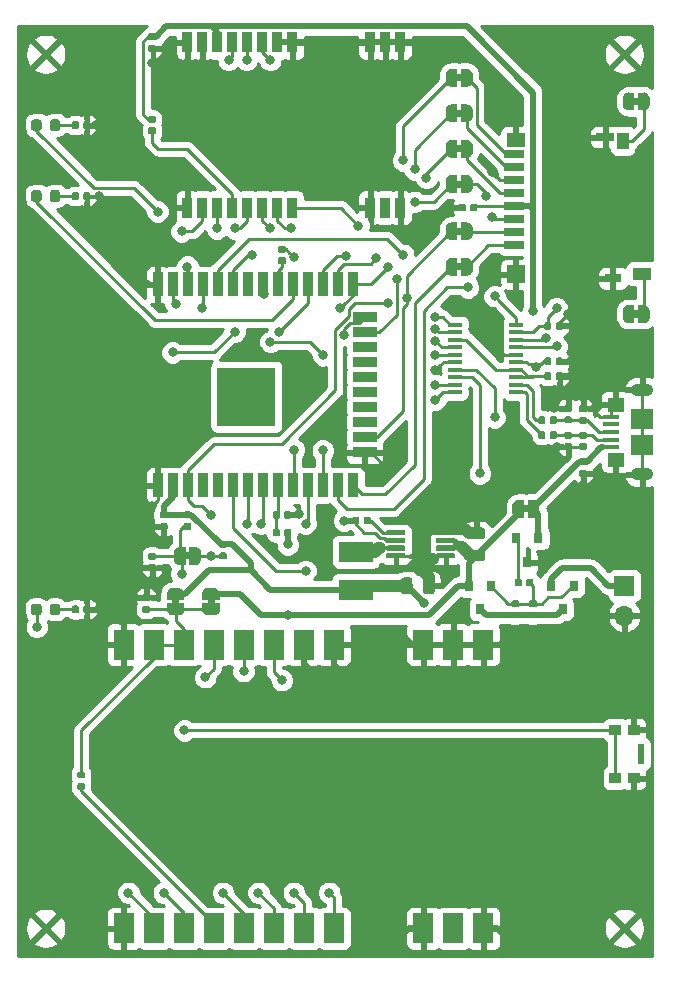
<source format=gbr>
G04 #@! TF.GenerationSoftware,KiCad,Pcbnew,5.99.0-unknown-38f13ef~100~ubuntu18.04.1*
G04 #@! TF.CreationDate,2020-01-22T11:40:00-08:00*
G04 #@! TF.ProjectId,board_esp32,626f6172-645f-4657-9370-33322e6b6963,rev?*
G04 #@! TF.SameCoordinates,Original*
G04 #@! TF.FileFunction,Copper,L1,Top*
G04 #@! TF.FilePolarity,Positive*
%FSLAX46Y46*%
G04 Gerber Fmt 4.6, Leading zero omitted, Abs format (unit mm)*
G04 Created by KiCad (PCBNEW 5.99.0-unknown-38f13ef~100~ubuntu18.04.1) date 2020-01-22 11:40:00*
%MOMM*%
%LPD*%
G04 APERTURE LIST*
%ADD10R,0.550000X1.700000*%
%ADD11R,1.000000X0.900000*%
%ADD12R,1.800000X2.500000*%
%ADD13R,0.900000X1.800000*%
%ADD14R,0.900000X2.000000*%
%ADD15R,2.000000X0.900000*%
%ADD16R,5.000000X5.000000*%
%ADD17R,1.200000X0.400000*%
%ADD18R,0.800000X0.900000*%
%ADD19R,2.900000X1.800000*%
%ADD20R,1.550000X1.000000*%
%ADD21R,1.500000X1.500000*%
%ADD22R,1.750000X0.700000*%
%ADD23R,1.400000X0.800000*%
%ADD24R,1.000000X1.450000*%
%ADD25R,1.500000X0.800000*%
%ADD26R,1.500000X1.300000*%
%ADD27O,1.700000X1.700000*%
%ADD28R,1.700000X1.700000*%
%ADD29R,1.450000X1.150000*%
%ADD30O,1.900000X1.050000*%
%ADD31R,1.900000X1.750000*%
%ADD32R,1.400000X0.400000*%
%ADD33C,0.800000*%
%ADD34C,0.500000*%
%ADD35C,1.000000*%
%ADD36C,0.250000*%
%ADD37C,0.254000*%
G04 APERTURE END LIST*
G36*
X63250000Y-17300000D02*
G01*
X62750000Y-17300000D01*
X62750000Y-16700000D01*
X63250000Y-16700000D01*
X63250000Y-17300000D01*
G37*
G36*
X63250000Y-35300000D02*
G01*
X62750000Y-35300000D01*
X62750000Y-34700000D01*
X63250000Y-34700000D01*
X63250000Y-35300000D01*
G37*
G36*
X48250000Y-15300000D02*
G01*
X47750000Y-15300000D01*
X47750000Y-14700000D01*
X48250000Y-14700000D01*
X48250000Y-15300000D01*
G37*
G36*
X48250000Y-18300000D02*
G01*
X47750000Y-18300000D01*
X47750000Y-17700000D01*
X48250000Y-17700000D01*
X48250000Y-18300000D01*
G37*
G36*
X48250000Y-21300000D02*
G01*
X47750000Y-21300000D01*
X47750000Y-20700000D01*
X48250000Y-20700000D01*
X48250000Y-21300000D01*
G37*
G36*
X48250000Y-24300000D02*
G01*
X47750000Y-24300000D01*
X47750000Y-23700000D01*
X48250000Y-23700000D01*
X48250000Y-24300000D01*
G37*
G36*
X48250000Y-28300000D02*
G01*
X47750000Y-28300000D01*
X47750000Y-27700000D01*
X48250000Y-27700000D01*
X48250000Y-28300000D01*
G37*
G36*
X48250000Y-31300000D02*
G01*
X47750000Y-31300000D01*
X47750000Y-30700000D01*
X48250000Y-30700000D01*
X48250000Y-31300000D01*
G37*
G36*
X27300000Y-59600000D02*
G01*
X26700000Y-59600000D01*
X26700000Y-59100000D01*
X27300000Y-59100000D01*
X27300000Y-59600000D01*
G37*
G36*
X24300000Y-59600000D02*
G01*
X23700000Y-59600000D01*
X23700000Y-59100000D01*
X24300000Y-59100000D01*
X24300000Y-59600000D01*
G37*
G36*
X53900000Y-51800000D02*
G01*
X53400000Y-51800000D01*
X53400000Y-51200000D01*
X53900000Y-51200000D01*
X53900000Y-51800000D01*
G37*
G36*
X25250000Y-55785000D02*
G01*
X24750000Y-55785000D01*
X24750000Y-55185000D01*
X25250000Y-55185000D01*
X25250000Y-55785000D01*
G37*
G04 #@! TA.AperFunction,SMDPad,CuDef*
G36*
X47605552Y-55258564D02*
G01*
X47642050Y-55282950D01*
X47666436Y-55319448D01*
X47675000Y-55362500D01*
X47675000Y-55587500D01*
X47666436Y-55630552D01*
X47642050Y-55667050D01*
X47605552Y-55691436D01*
X47562500Y-55700000D01*
X46162500Y-55700000D01*
X46119448Y-55691436D01*
X46082950Y-55667050D01*
X46058564Y-55630552D01*
X46050000Y-55587500D01*
X46050000Y-55362500D01*
X46058564Y-55319448D01*
X46082950Y-55282950D01*
X46119448Y-55258564D01*
X46162500Y-55250000D01*
X47562500Y-55250000D01*
X47605552Y-55258564D01*
G37*
G04 #@! TD.AperFunction*
G04 #@! TA.AperFunction,SMDPad,CuDef*
G36*
X47605552Y-54608564D02*
G01*
X47642050Y-54632950D01*
X47666436Y-54669448D01*
X47675000Y-54712500D01*
X47675000Y-54937500D01*
X47666436Y-54980552D01*
X47642050Y-55017050D01*
X47605552Y-55041436D01*
X47562500Y-55050000D01*
X46162500Y-55050000D01*
X46119448Y-55041436D01*
X46082950Y-55017050D01*
X46058564Y-54980552D01*
X46050000Y-54937500D01*
X46050000Y-54712500D01*
X46058564Y-54669448D01*
X46082950Y-54632950D01*
X46119448Y-54608564D01*
X46162500Y-54600000D01*
X47562500Y-54600000D01*
X47605552Y-54608564D01*
G37*
G04 #@! TD.AperFunction*
G04 #@! TA.AperFunction,SMDPad,CuDef*
G36*
X47605552Y-53958564D02*
G01*
X47642050Y-53982950D01*
X47666436Y-54019448D01*
X47675000Y-54062500D01*
X47675000Y-54287500D01*
X47666436Y-54330552D01*
X47642050Y-54367050D01*
X47605552Y-54391436D01*
X47562500Y-54400000D01*
X46162500Y-54400000D01*
X46119448Y-54391436D01*
X46082950Y-54367050D01*
X46058564Y-54330552D01*
X46050000Y-54287500D01*
X46050000Y-54062500D01*
X46058564Y-54019448D01*
X46082950Y-53982950D01*
X46119448Y-53958564D01*
X46162500Y-53950000D01*
X47562500Y-53950000D01*
X47605552Y-53958564D01*
G37*
G04 #@! TD.AperFunction*
G04 #@! TA.AperFunction,SMDPad,CuDef*
G36*
X47605552Y-53308564D02*
G01*
X47642050Y-53332950D01*
X47666436Y-53369448D01*
X47675000Y-53412500D01*
X47675000Y-53637500D01*
X47666436Y-53680552D01*
X47642050Y-53717050D01*
X47605552Y-53741436D01*
X47562500Y-53750000D01*
X46162500Y-53750000D01*
X46119448Y-53741436D01*
X46082950Y-53717050D01*
X46058564Y-53680552D01*
X46050000Y-53637500D01*
X46050000Y-53412500D01*
X46058564Y-53369448D01*
X46082950Y-53332950D01*
X46119448Y-53308564D01*
X46162500Y-53300000D01*
X47562500Y-53300000D01*
X47605552Y-53308564D01*
G37*
G04 #@! TD.AperFunction*
G04 #@! TA.AperFunction,SMDPad,CuDef*
G36*
X43380552Y-53308564D02*
G01*
X43417050Y-53332950D01*
X43441436Y-53369448D01*
X43450000Y-53412500D01*
X43450000Y-53637500D01*
X43441436Y-53680552D01*
X43417050Y-53717050D01*
X43380552Y-53741436D01*
X43337500Y-53750000D01*
X41937500Y-53750000D01*
X41894448Y-53741436D01*
X41857950Y-53717050D01*
X41833564Y-53680552D01*
X41825000Y-53637500D01*
X41825000Y-53412500D01*
X41833564Y-53369448D01*
X41857950Y-53332950D01*
X41894448Y-53308564D01*
X41937500Y-53300000D01*
X43337500Y-53300000D01*
X43380552Y-53308564D01*
G37*
G04 #@! TD.AperFunction*
G04 #@! TA.AperFunction,SMDPad,CuDef*
G36*
X43380552Y-53958564D02*
G01*
X43417050Y-53982950D01*
X43441436Y-54019448D01*
X43450000Y-54062500D01*
X43450000Y-54287500D01*
X43441436Y-54330552D01*
X43417050Y-54367050D01*
X43380552Y-54391436D01*
X43337500Y-54400000D01*
X41937500Y-54400000D01*
X41894448Y-54391436D01*
X41857950Y-54367050D01*
X41833564Y-54330552D01*
X41825000Y-54287500D01*
X41825000Y-54062500D01*
X41833564Y-54019448D01*
X41857950Y-53982950D01*
X41894448Y-53958564D01*
X41937500Y-53950000D01*
X43337500Y-53950000D01*
X43380552Y-53958564D01*
G37*
G04 #@! TD.AperFunction*
G04 #@! TA.AperFunction,SMDPad,CuDef*
G36*
X43380552Y-54608564D02*
G01*
X43417050Y-54632950D01*
X43441436Y-54669448D01*
X43450000Y-54712500D01*
X43450000Y-54937500D01*
X43441436Y-54980552D01*
X43417050Y-55017050D01*
X43380552Y-55041436D01*
X43337500Y-55050000D01*
X41937500Y-55050000D01*
X41894448Y-55041436D01*
X41857950Y-55017050D01*
X41833564Y-54980552D01*
X41825000Y-54937500D01*
X41825000Y-54712500D01*
X41833564Y-54669448D01*
X41857950Y-54632950D01*
X41894448Y-54608564D01*
X41937500Y-54600000D01*
X43337500Y-54600000D01*
X43380552Y-54608564D01*
G37*
G04 #@! TD.AperFunction*
G04 #@! TA.AperFunction,SMDPad,CuDef*
G36*
X43380552Y-55258564D02*
G01*
X43417050Y-55282950D01*
X43441436Y-55319448D01*
X43450000Y-55362500D01*
X43450000Y-55587500D01*
X43441436Y-55630552D01*
X43417050Y-55667050D01*
X43380552Y-55691436D01*
X43337500Y-55700000D01*
X41937500Y-55700000D01*
X41894448Y-55691436D01*
X41857950Y-55667050D01*
X41833564Y-55630552D01*
X41825000Y-55587500D01*
X41825000Y-55362500D01*
X41833564Y-55319448D01*
X41857950Y-55282950D01*
X41894448Y-55258564D01*
X41937500Y-55250000D01*
X43337500Y-55250000D01*
X43380552Y-55258564D01*
G37*
G04 #@! TD.AperFunction*
D10*
X63425000Y-72250000D03*
D11*
X62800000Y-70200000D03*
X61200000Y-70200000D03*
X62800000Y-74300000D03*
X61200000Y-74300000D03*
D12*
X19610000Y-63000000D03*
X47500000Y-63000000D03*
X27230000Y-63000000D03*
X44960000Y-63000000D03*
X50040000Y-63000000D03*
X34850000Y-63000000D03*
X22150000Y-63000000D03*
X24690000Y-63000000D03*
X37390000Y-63000000D03*
X32310000Y-63000000D03*
X29770000Y-63000000D03*
X44960000Y-87000000D03*
X47500000Y-87000000D03*
X50040000Y-87000000D03*
X37390000Y-87000000D03*
X34850000Y-87000000D03*
X32310000Y-87000000D03*
X29770000Y-87000000D03*
X27230000Y-87000000D03*
X24690000Y-87000000D03*
X22150000Y-87000000D03*
X19610000Y-87000000D03*
D13*
X25000000Y-12000000D03*
X33890000Y-26000000D03*
X43000000Y-12000000D03*
X40460000Y-12000000D03*
X41730000Y-12000000D03*
X31350000Y-12000000D03*
X26270000Y-12000000D03*
X27540000Y-12000000D03*
X32620000Y-12000000D03*
X33890000Y-12000000D03*
X28810000Y-12000000D03*
X30080000Y-12000000D03*
X40460000Y-26000000D03*
X41730000Y-26000000D03*
X43000000Y-26000000D03*
X32620000Y-26000000D03*
X31350000Y-26000000D03*
X30080000Y-26000000D03*
X28810000Y-26000000D03*
X27540000Y-26000000D03*
X26270000Y-26000000D03*
X25000000Y-26000000D03*
D14*
X22490000Y-32500000D03*
X23760000Y-32500000D03*
X25030000Y-32500000D03*
X26300000Y-32500000D03*
X27570000Y-32500000D03*
X28840000Y-32500000D03*
X30110000Y-32500000D03*
X31380000Y-32500000D03*
X32650000Y-32500000D03*
X33920000Y-32500000D03*
X35190000Y-32500000D03*
X36460000Y-32500000D03*
X37730000Y-32500000D03*
X39000000Y-32500000D03*
D15*
X40000000Y-35285000D03*
X40000000Y-36555000D03*
X40000000Y-37825000D03*
X40000000Y-39095000D03*
X40000000Y-40365000D03*
X40000000Y-41635000D03*
X40000000Y-42905000D03*
X40000000Y-44175000D03*
X40000000Y-45445000D03*
X40000000Y-46715000D03*
D14*
X39000000Y-49500000D03*
X37730000Y-49500000D03*
X36460000Y-49500000D03*
X35190000Y-49500000D03*
X33920000Y-49500000D03*
X32650000Y-49500000D03*
X31380000Y-49500000D03*
X30110000Y-49500000D03*
X28840000Y-49500000D03*
X27570000Y-49500000D03*
X26300000Y-49500000D03*
X25030000Y-49500000D03*
X23760000Y-49500000D03*
X22490000Y-49500000D03*
D16*
X29990000Y-42000000D03*
D17*
X52850000Y-35892500D03*
X52850000Y-36527500D03*
X52850000Y-37162500D03*
X52850000Y-37797500D03*
X52850000Y-38432500D03*
X52850000Y-39067500D03*
X52850000Y-39702500D03*
X52850000Y-40337500D03*
X52850000Y-40972500D03*
X52850000Y-41607500D03*
X47650000Y-41607500D03*
X47650000Y-40972500D03*
X47650000Y-40337500D03*
X47650000Y-39702500D03*
X47650000Y-39067500D03*
X47650000Y-38432500D03*
X47650000Y-37797500D03*
X47650000Y-37162500D03*
X47650000Y-36527500D03*
X47650000Y-35892500D03*
G04 #@! TA.AperFunction,SMDPad,CuDef*
G36*
X40438946Y-52191228D02*
G01*
X40486798Y-52223202D01*
X40518772Y-52271054D01*
X40530000Y-52327500D01*
X40530000Y-52672500D01*
X40518772Y-52728946D01*
X40486798Y-52776798D01*
X40438946Y-52808772D01*
X40382500Y-52820000D01*
X40087500Y-52820000D01*
X40031054Y-52808772D01*
X39983202Y-52776798D01*
X39951228Y-52728946D01*
X39940000Y-52672500D01*
X39940000Y-52327500D01*
X39951228Y-52271054D01*
X39983202Y-52223202D01*
X40031054Y-52191228D01*
X40087500Y-52180000D01*
X40382500Y-52180000D01*
X40438946Y-52191228D01*
G37*
G04 #@! TD.AperFunction*
G04 #@! TA.AperFunction,SMDPad,CuDef*
G36*
X39468946Y-52191228D02*
G01*
X39516798Y-52223202D01*
X39548772Y-52271054D01*
X39560000Y-52327500D01*
X39560000Y-52672500D01*
X39548772Y-52728946D01*
X39516798Y-52776798D01*
X39468946Y-52808772D01*
X39412500Y-52820000D01*
X39117500Y-52820000D01*
X39061054Y-52808772D01*
X39013202Y-52776798D01*
X38981228Y-52728946D01*
X38970000Y-52672500D01*
X38970000Y-52327500D01*
X38981228Y-52271054D01*
X39013202Y-52223202D01*
X39061054Y-52191228D01*
X39117500Y-52180000D01*
X39412500Y-52180000D01*
X39468946Y-52191228D01*
G37*
G04 #@! TD.AperFunction*
G04 #@! TA.AperFunction,SMDPad,CuDef*
G36*
X16688946Y-59691228D02*
G01*
X16736798Y-59723202D01*
X16768772Y-59771054D01*
X16780000Y-59827500D01*
X16780000Y-60172500D01*
X16768772Y-60228946D01*
X16736798Y-60276798D01*
X16688946Y-60308772D01*
X16632500Y-60320000D01*
X16337500Y-60320000D01*
X16281054Y-60308772D01*
X16233202Y-60276798D01*
X16201228Y-60228946D01*
X16190000Y-60172500D01*
X16190000Y-59827500D01*
X16201228Y-59771054D01*
X16233202Y-59723202D01*
X16281054Y-59691228D01*
X16337500Y-59680000D01*
X16632500Y-59680000D01*
X16688946Y-59691228D01*
G37*
G04 #@! TD.AperFunction*
G04 #@! TA.AperFunction,SMDPad,CuDef*
G36*
X15718946Y-59691228D02*
G01*
X15766798Y-59723202D01*
X15798772Y-59771054D01*
X15810000Y-59827500D01*
X15810000Y-60172500D01*
X15798772Y-60228946D01*
X15766798Y-60276798D01*
X15718946Y-60308772D01*
X15662500Y-60320000D01*
X15367500Y-60320000D01*
X15311054Y-60308772D01*
X15263202Y-60276798D01*
X15231228Y-60228946D01*
X15220000Y-60172500D01*
X15220000Y-59827500D01*
X15231228Y-59771054D01*
X15263202Y-59723202D01*
X15311054Y-59691228D01*
X15367500Y-59680000D01*
X15662500Y-59680000D01*
X15718946Y-59691228D01*
G37*
G04 #@! TD.AperFunction*
G04 #@! TA.AperFunction,SMDPad,CuDef*
G36*
X16228946Y-74716228D02*
G01*
X16276798Y-74748202D01*
X16308772Y-74796054D01*
X16320000Y-74852500D01*
X16320000Y-75147500D01*
X16308772Y-75203946D01*
X16276798Y-75251798D01*
X16228946Y-75283772D01*
X16172500Y-75295000D01*
X15827500Y-75295000D01*
X15771054Y-75283772D01*
X15723202Y-75251798D01*
X15691228Y-75203946D01*
X15680000Y-75147500D01*
X15680000Y-74852500D01*
X15691228Y-74796054D01*
X15723202Y-74748202D01*
X15771054Y-74716228D01*
X15827500Y-74705000D01*
X16172500Y-74705000D01*
X16228946Y-74716228D01*
G37*
G04 #@! TD.AperFunction*
G04 #@! TA.AperFunction,SMDPad,CuDef*
G36*
X16228946Y-73746228D02*
G01*
X16276798Y-73778202D01*
X16308772Y-73826054D01*
X16320000Y-73882500D01*
X16320000Y-74177500D01*
X16308772Y-74233946D01*
X16276798Y-74281798D01*
X16228946Y-74313772D01*
X16172500Y-74325000D01*
X15827500Y-74325000D01*
X15771054Y-74313772D01*
X15723202Y-74281798D01*
X15691228Y-74233946D01*
X15680000Y-74177500D01*
X15680000Y-73882500D01*
X15691228Y-73826054D01*
X15723202Y-73778202D01*
X15771054Y-73746228D01*
X15827500Y-73735000D01*
X16172500Y-73735000D01*
X16228946Y-73746228D01*
G37*
G04 #@! TD.AperFunction*
G04 #@! TA.AperFunction,SMDPad,CuDef*
G36*
X22228946Y-19201228D02*
G01*
X22276798Y-19233202D01*
X22308772Y-19281054D01*
X22320000Y-19337500D01*
X22320000Y-19632500D01*
X22308772Y-19688946D01*
X22276798Y-19736798D01*
X22228946Y-19768772D01*
X22172500Y-19780000D01*
X21827500Y-19780000D01*
X21771054Y-19768772D01*
X21723202Y-19736798D01*
X21691228Y-19688946D01*
X21680000Y-19632500D01*
X21680000Y-19337500D01*
X21691228Y-19281054D01*
X21723202Y-19233202D01*
X21771054Y-19201228D01*
X21827500Y-19190000D01*
X22172500Y-19190000D01*
X22228946Y-19201228D01*
G37*
G04 #@! TD.AperFunction*
G04 #@! TA.AperFunction,SMDPad,CuDef*
G36*
X22228946Y-18231228D02*
G01*
X22276798Y-18263202D01*
X22308772Y-18311054D01*
X22320000Y-18367500D01*
X22320000Y-18662500D01*
X22308772Y-18718946D01*
X22276798Y-18766798D01*
X22228946Y-18798772D01*
X22172500Y-18810000D01*
X21827500Y-18810000D01*
X21771054Y-18798772D01*
X21723202Y-18766798D01*
X21691228Y-18718946D01*
X21680000Y-18662500D01*
X21680000Y-18367500D01*
X21691228Y-18311054D01*
X21723202Y-18263202D01*
X21771054Y-18231228D01*
X21827500Y-18220000D01*
X22172500Y-18220000D01*
X22228946Y-18231228D01*
G37*
G04 #@! TD.AperFunction*
G04 #@! TA.AperFunction,SMDPad,CuDef*
G36*
X16688946Y-18691228D02*
G01*
X16736798Y-18723202D01*
X16768772Y-18771054D01*
X16780000Y-18827500D01*
X16780000Y-19172500D01*
X16768772Y-19228946D01*
X16736798Y-19276798D01*
X16688946Y-19308772D01*
X16632500Y-19320000D01*
X16337500Y-19320000D01*
X16281054Y-19308772D01*
X16233202Y-19276798D01*
X16201228Y-19228946D01*
X16190000Y-19172500D01*
X16190000Y-18827500D01*
X16201228Y-18771054D01*
X16233202Y-18723202D01*
X16281054Y-18691228D01*
X16337500Y-18680000D01*
X16632500Y-18680000D01*
X16688946Y-18691228D01*
G37*
G04 #@! TD.AperFunction*
G04 #@! TA.AperFunction,SMDPad,CuDef*
G36*
X15718946Y-18691228D02*
G01*
X15766798Y-18723202D01*
X15798772Y-18771054D01*
X15810000Y-18827500D01*
X15810000Y-19172500D01*
X15798772Y-19228946D01*
X15766798Y-19276798D01*
X15718946Y-19308772D01*
X15662500Y-19320000D01*
X15367500Y-19320000D01*
X15311054Y-19308772D01*
X15263202Y-19276798D01*
X15231228Y-19228946D01*
X15220000Y-19172500D01*
X15220000Y-18827500D01*
X15231228Y-18771054D01*
X15263202Y-18723202D01*
X15311054Y-18691228D01*
X15367500Y-18680000D01*
X15662500Y-18680000D01*
X15718946Y-18691228D01*
G37*
G04 #@! TD.AperFunction*
G04 #@! TA.AperFunction,SMDPad,CuDef*
G36*
X16688946Y-24691228D02*
G01*
X16736798Y-24723202D01*
X16768772Y-24771054D01*
X16780000Y-24827500D01*
X16780000Y-25172500D01*
X16768772Y-25228946D01*
X16736798Y-25276798D01*
X16688946Y-25308772D01*
X16632500Y-25320000D01*
X16337500Y-25320000D01*
X16281054Y-25308772D01*
X16233202Y-25276798D01*
X16201228Y-25228946D01*
X16190000Y-25172500D01*
X16190000Y-24827500D01*
X16201228Y-24771054D01*
X16233202Y-24723202D01*
X16281054Y-24691228D01*
X16337500Y-24680000D01*
X16632500Y-24680000D01*
X16688946Y-24691228D01*
G37*
G04 #@! TD.AperFunction*
G04 #@! TA.AperFunction,SMDPad,CuDef*
G36*
X15718946Y-24691228D02*
G01*
X15766798Y-24723202D01*
X15798772Y-24771054D01*
X15810000Y-24827500D01*
X15810000Y-25172500D01*
X15798772Y-25228946D01*
X15766798Y-25276798D01*
X15718946Y-25308772D01*
X15662500Y-25320000D01*
X15367500Y-25320000D01*
X15311054Y-25308772D01*
X15263202Y-25276798D01*
X15231228Y-25228946D01*
X15220000Y-25172500D01*
X15220000Y-24827500D01*
X15231228Y-24771054D01*
X15263202Y-24723202D01*
X15311054Y-24691228D01*
X15367500Y-24680000D01*
X15662500Y-24680000D01*
X15718946Y-24691228D01*
G37*
G04 #@! TD.AperFunction*
G04 #@! TA.AperFunction,SMDPad,CuDef*
G36*
X33688946Y-51691228D02*
G01*
X33736798Y-51723202D01*
X33768772Y-51771054D01*
X33780000Y-51827500D01*
X33780000Y-52172500D01*
X33768772Y-52228946D01*
X33736798Y-52276798D01*
X33688946Y-52308772D01*
X33632500Y-52320000D01*
X33337500Y-52320000D01*
X33281054Y-52308772D01*
X33233202Y-52276798D01*
X33201228Y-52228946D01*
X33190000Y-52172500D01*
X33190000Y-51827500D01*
X33201228Y-51771054D01*
X33233202Y-51723202D01*
X33281054Y-51691228D01*
X33337500Y-51680000D01*
X33632500Y-51680000D01*
X33688946Y-51691228D01*
G37*
G04 #@! TD.AperFunction*
G04 #@! TA.AperFunction,SMDPad,CuDef*
G36*
X32718946Y-51691228D02*
G01*
X32766798Y-51723202D01*
X32798772Y-51771054D01*
X32810000Y-51827500D01*
X32810000Y-52172500D01*
X32798772Y-52228946D01*
X32766798Y-52276798D01*
X32718946Y-52308772D01*
X32662500Y-52320000D01*
X32367500Y-52320000D01*
X32311054Y-52308772D01*
X32263202Y-52276798D01*
X32231228Y-52228946D01*
X32220000Y-52172500D01*
X32220000Y-51827500D01*
X32231228Y-51771054D01*
X32263202Y-51723202D01*
X32311054Y-51691228D01*
X32367500Y-51680000D01*
X32662500Y-51680000D01*
X32718946Y-51691228D01*
G37*
G04 #@! TD.AperFunction*
G04 #@! TA.AperFunction,SMDPad,CuDef*
G36*
X32718946Y-53191228D02*
G01*
X32766798Y-53223202D01*
X32798772Y-53271054D01*
X32810000Y-53327500D01*
X32810000Y-53672500D01*
X32798772Y-53728946D01*
X32766798Y-53776798D01*
X32718946Y-53808772D01*
X32662500Y-53820000D01*
X32367500Y-53820000D01*
X32311054Y-53808772D01*
X32263202Y-53776798D01*
X32231228Y-53728946D01*
X32220000Y-53672500D01*
X32220000Y-53327500D01*
X32231228Y-53271054D01*
X32263202Y-53223202D01*
X32311054Y-53191228D01*
X32367500Y-53180000D01*
X32662500Y-53180000D01*
X32718946Y-53191228D01*
G37*
G04 #@! TD.AperFunction*
G04 #@! TA.AperFunction,SMDPad,CuDef*
G36*
X33688946Y-53191228D02*
G01*
X33736798Y-53223202D01*
X33768772Y-53271054D01*
X33780000Y-53327500D01*
X33780000Y-53672500D01*
X33768772Y-53728946D01*
X33736798Y-53776798D01*
X33688946Y-53808772D01*
X33632500Y-53820000D01*
X33337500Y-53820000D01*
X33281054Y-53808772D01*
X33233202Y-53776798D01*
X33201228Y-53728946D01*
X33190000Y-53672500D01*
X33190000Y-53327500D01*
X33201228Y-53271054D01*
X33233202Y-53223202D01*
X33281054Y-53191228D01*
X33337500Y-53180000D01*
X33632500Y-53180000D01*
X33688946Y-53191228D01*
G37*
G04 #@! TD.AperFunction*
G04 #@! TA.AperFunction,SMDPad,CuDef*
G36*
X33228946Y-30201228D02*
G01*
X33276798Y-30233202D01*
X33308772Y-30281054D01*
X33320000Y-30337500D01*
X33320000Y-30632500D01*
X33308772Y-30688946D01*
X33276798Y-30736798D01*
X33228946Y-30768772D01*
X33172500Y-30780000D01*
X32827500Y-30780000D01*
X32771054Y-30768772D01*
X32723202Y-30736798D01*
X32691228Y-30688946D01*
X32680000Y-30632500D01*
X32680000Y-30337500D01*
X32691228Y-30281054D01*
X32723202Y-30233202D01*
X32771054Y-30201228D01*
X32827500Y-30190000D01*
X33172500Y-30190000D01*
X33228946Y-30201228D01*
G37*
G04 #@! TD.AperFunction*
G04 #@! TA.AperFunction,SMDPad,CuDef*
G36*
X33228946Y-29231228D02*
G01*
X33276798Y-29263202D01*
X33308772Y-29311054D01*
X33320000Y-29367500D01*
X33320000Y-29662500D01*
X33308772Y-29718946D01*
X33276798Y-29766798D01*
X33228946Y-29798772D01*
X33172500Y-29810000D01*
X32827500Y-29810000D01*
X32771054Y-29798772D01*
X32723202Y-29766798D01*
X32691228Y-29718946D01*
X32680000Y-29662500D01*
X32680000Y-29367500D01*
X32691228Y-29311054D01*
X32723202Y-29263202D01*
X32771054Y-29231228D01*
X32827500Y-29220000D01*
X33172500Y-29220000D01*
X33228946Y-29231228D01*
G37*
G04 #@! TD.AperFunction*
G04 #@! TA.AperFunction,SMDPad,CuDef*
G36*
X53203946Y-57441228D02*
G01*
X53251798Y-57473202D01*
X53283772Y-57521054D01*
X53295000Y-57577500D01*
X53295000Y-57922500D01*
X53283772Y-57978946D01*
X53251798Y-58026798D01*
X53203946Y-58058772D01*
X53147500Y-58070000D01*
X52852500Y-58070000D01*
X52796054Y-58058772D01*
X52748202Y-58026798D01*
X52716228Y-57978946D01*
X52705000Y-57922500D01*
X52705000Y-57577500D01*
X52716228Y-57521054D01*
X52748202Y-57473202D01*
X52796054Y-57441228D01*
X52852500Y-57430000D01*
X53147500Y-57430000D01*
X53203946Y-57441228D01*
G37*
G04 #@! TD.AperFunction*
G04 #@! TA.AperFunction,SMDPad,CuDef*
G36*
X54173946Y-57441228D02*
G01*
X54221798Y-57473202D01*
X54253772Y-57521054D01*
X54265000Y-57577500D01*
X54265000Y-57922500D01*
X54253772Y-57978946D01*
X54221798Y-58026798D01*
X54173946Y-58058772D01*
X54117500Y-58070000D01*
X53822500Y-58070000D01*
X53766054Y-58058772D01*
X53718202Y-58026798D01*
X53686228Y-57978946D01*
X53675000Y-57922500D01*
X53675000Y-57577500D01*
X53686228Y-57521054D01*
X53718202Y-57473202D01*
X53766054Y-57441228D01*
X53822500Y-57430000D01*
X54117500Y-57430000D01*
X54173946Y-57441228D01*
G37*
G04 #@! TD.AperFunction*
G04 #@! TA.AperFunction,SMDPad,CuDef*
G36*
X52978946Y-59231228D02*
G01*
X53026798Y-59263202D01*
X53058772Y-59311054D01*
X53070000Y-59367500D01*
X53070000Y-59662500D01*
X53058772Y-59718946D01*
X53026798Y-59766798D01*
X52978946Y-59798772D01*
X52922500Y-59810000D01*
X52577500Y-59810000D01*
X52521054Y-59798772D01*
X52473202Y-59766798D01*
X52441228Y-59718946D01*
X52430000Y-59662500D01*
X52430000Y-59367500D01*
X52441228Y-59311054D01*
X52473202Y-59263202D01*
X52521054Y-59231228D01*
X52577500Y-59220000D01*
X52922500Y-59220000D01*
X52978946Y-59231228D01*
G37*
G04 #@! TD.AperFunction*
G04 #@! TA.AperFunction,SMDPad,CuDef*
G36*
X52978946Y-60201228D02*
G01*
X53026798Y-60233202D01*
X53058772Y-60281054D01*
X53070000Y-60337500D01*
X53070000Y-60632500D01*
X53058772Y-60688946D01*
X53026798Y-60736798D01*
X52978946Y-60768772D01*
X52922500Y-60780000D01*
X52577500Y-60780000D01*
X52521054Y-60768772D01*
X52473202Y-60736798D01*
X52441228Y-60688946D01*
X52430000Y-60632500D01*
X52430000Y-60337500D01*
X52441228Y-60281054D01*
X52473202Y-60233202D01*
X52521054Y-60201228D01*
X52577500Y-60190000D01*
X52922500Y-60190000D01*
X52978946Y-60201228D01*
G37*
G04 #@! TD.AperFunction*
G04 #@! TA.AperFunction,SMDPad,CuDef*
G36*
X56688946Y-35691228D02*
G01*
X56736798Y-35723202D01*
X56768772Y-35771054D01*
X56780000Y-35827500D01*
X56780000Y-36172500D01*
X56768772Y-36228946D01*
X56736798Y-36276798D01*
X56688946Y-36308772D01*
X56632500Y-36320000D01*
X56337500Y-36320000D01*
X56281054Y-36308772D01*
X56233202Y-36276798D01*
X56201228Y-36228946D01*
X56190000Y-36172500D01*
X56190000Y-35827500D01*
X56201228Y-35771054D01*
X56233202Y-35723202D01*
X56281054Y-35691228D01*
X56337500Y-35680000D01*
X56632500Y-35680000D01*
X56688946Y-35691228D01*
G37*
G04 #@! TD.AperFunction*
G04 #@! TA.AperFunction,SMDPad,CuDef*
G36*
X55718946Y-35691228D02*
G01*
X55766798Y-35723202D01*
X55798772Y-35771054D01*
X55810000Y-35827500D01*
X55810000Y-36172500D01*
X55798772Y-36228946D01*
X55766798Y-36276798D01*
X55718946Y-36308772D01*
X55662500Y-36320000D01*
X55367500Y-36320000D01*
X55311054Y-36308772D01*
X55263202Y-36276798D01*
X55231228Y-36228946D01*
X55220000Y-36172500D01*
X55220000Y-35827500D01*
X55231228Y-35771054D01*
X55263202Y-35723202D01*
X55311054Y-35691228D01*
X55367500Y-35680000D01*
X55662500Y-35680000D01*
X55718946Y-35691228D01*
G37*
G04 #@! TD.AperFunction*
G04 #@! TA.AperFunction,SMDPad,CuDef*
G36*
X28228946Y-55201228D02*
G01*
X28276798Y-55233202D01*
X28308772Y-55281054D01*
X28320000Y-55337500D01*
X28320000Y-55632500D01*
X28308772Y-55688946D01*
X28276798Y-55736798D01*
X28228946Y-55768772D01*
X28172500Y-55780000D01*
X27827500Y-55780000D01*
X27771054Y-55768772D01*
X27723202Y-55736798D01*
X27691228Y-55688946D01*
X27680000Y-55632500D01*
X27680000Y-55337500D01*
X27691228Y-55281054D01*
X27723202Y-55233202D01*
X27771054Y-55201228D01*
X27827500Y-55190000D01*
X28172500Y-55190000D01*
X28228946Y-55201228D01*
G37*
G04 #@! TD.AperFunction*
G04 #@! TA.AperFunction,SMDPad,CuDef*
G36*
X28228946Y-54231228D02*
G01*
X28276798Y-54263202D01*
X28308772Y-54311054D01*
X28320000Y-54367500D01*
X28320000Y-54662500D01*
X28308772Y-54718946D01*
X28276798Y-54766798D01*
X28228946Y-54798772D01*
X28172500Y-54810000D01*
X27827500Y-54810000D01*
X27771054Y-54798772D01*
X27723202Y-54766798D01*
X27691228Y-54718946D01*
X27680000Y-54662500D01*
X27680000Y-54367500D01*
X27691228Y-54311054D01*
X27723202Y-54263202D01*
X27771054Y-54231228D01*
X27827500Y-54220000D01*
X28172500Y-54220000D01*
X28228946Y-54231228D01*
G37*
G04 #@! TD.AperFunction*
G04 #@! TA.AperFunction,SMDPad,CuDef*
G36*
X25228946Y-52686228D02*
G01*
X25276798Y-52718202D01*
X25308772Y-52766054D01*
X25320000Y-52822500D01*
X25320000Y-53117500D01*
X25308772Y-53173946D01*
X25276798Y-53221798D01*
X25228946Y-53253772D01*
X25172500Y-53265000D01*
X24827500Y-53265000D01*
X24771054Y-53253772D01*
X24723202Y-53221798D01*
X24691228Y-53173946D01*
X24680000Y-53117500D01*
X24680000Y-52822500D01*
X24691228Y-52766054D01*
X24723202Y-52718202D01*
X24771054Y-52686228D01*
X24827500Y-52675000D01*
X25172500Y-52675000D01*
X25228946Y-52686228D01*
G37*
G04 #@! TD.AperFunction*
G04 #@! TA.AperFunction,SMDPad,CuDef*
G36*
X25228946Y-51716228D02*
G01*
X25276798Y-51748202D01*
X25308772Y-51796054D01*
X25320000Y-51852500D01*
X25320000Y-52147500D01*
X25308772Y-52203946D01*
X25276798Y-52251798D01*
X25228946Y-52283772D01*
X25172500Y-52295000D01*
X24827500Y-52295000D01*
X24771054Y-52283772D01*
X24723202Y-52251798D01*
X24691228Y-52203946D01*
X24680000Y-52147500D01*
X24680000Y-51852500D01*
X24691228Y-51796054D01*
X24723202Y-51748202D01*
X24771054Y-51716228D01*
X24827500Y-51705000D01*
X25172500Y-51705000D01*
X25228946Y-51716228D01*
G37*
G04 #@! TD.AperFunction*
G04 #@! TA.AperFunction,SMDPad,CuDef*
G36*
X55203946Y-44926228D02*
G01*
X55251798Y-44958202D01*
X55283772Y-45006054D01*
X55295000Y-45062500D01*
X55295000Y-45407500D01*
X55283772Y-45463946D01*
X55251798Y-45511798D01*
X55203946Y-45543772D01*
X55147500Y-45555000D01*
X54852500Y-45555000D01*
X54796054Y-45543772D01*
X54748202Y-45511798D01*
X54716228Y-45463946D01*
X54705000Y-45407500D01*
X54705000Y-45062500D01*
X54716228Y-45006054D01*
X54748202Y-44958202D01*
X54796054Y-44926228D01*
X54852500Y-44915000D01*
X55147500Y-44915000D01*
X55203946Y-44926228D01*
G37*
G04 #@! TD.AperFunction*
G04 #@! TA.AperFunction,SMDPad,CuDef*
G36*
X56173946Y-44926228D02*
G01*
X56221798Y-44958202D01*
X56253772Y-45006054D01*
X56265000Y-45062500D01*
X56265000Y-45407500D01*
X56253772Y-45463946D01*
X56221798Y-45511798D01*
X56173946Y-45543772D01*
X56117500Y-45555000D01*
X55822500Y-45555000D01*
X55766054Y-45543772D01*
X55718202Y-45511798D01*
X55686228Y-45463946D01*
X55675000Y-45407500D01*
X55675000Y-45062500D01*
X55686228Y-45006054D01*
X55718202Y-44958202D01*
X55766054Y-44926228D01*
X55822500Y-44915000D01*
X56117500Y-44915000D01*
X56173946Y-44926228D01*
G37*
G04 #@! TD.AperFunction*
G04 #@! TA.AperFunction,SMDPad,CuDef*
G36*
X56188946Y-43676228D02*
G01*
X56236798Y-43708202D01*
X56268772Y-43756054D01*
X56280000Y-43812500D01*
X56280000Y-44157500D01*
X56268772Y-44213946D01*
X56236798Y-44261798D01*
X56188946Y-44293772D01*
X56132500Y-44305000D01*
X55837500Y-44305000D01*
X55781054Y-44293772D01*
X55733202Y-44261798D01*
X55701228Y-44213946D01*
X55690000Y-44157500D01*
X55690000Y-43812500D01*
X55701228Y-43756054D01*
X55733202Y-43708202D01*
X55781054Y-43676228D01*
X55837500Y-43665000D01*
X56132500Y-43665000D01*
X56188946Y-43676228D01*
G37*
G04 #@! TD.AperFunction*
G04 #@! TA.AperFunction,SMDPad,CuDef*
G36*
X55218946Y-43676228D02*
G01*
X55266798Y-43708202D01*
X55298772Y-43756054D01*
X55310000Y-43812500D01*
X55310000Y-44157500D01*
X55298772Y-44213946D01*
X55266798Y-44261798D01*
X55218946Y-44293772D01*
X55162500Y-44305000D01*
X54867500Y-44305000D01*
X54811054Y-44293772D01*
X54763202Y-44261798D01*
X54731228Y-44213946D01*
X54720000Y-44157500D01*
X54720000Y-43812500D01*
X54731228Y-43756054D01*
X54763202Y-43708202D01*
X54811054Y-43676228D01*
X54867500Y-43665000D01*
X55162500Y-43665000D01*
X55218946Y-43676228D01*
G37*
G04 #@! TD.AperFunction*
D18*
X49765000Y-60000000D03*
X48815000Y-58000000D03*
X50715000Y-58000000D03*
X53750000Y-56000000D03*
X52800000Y-54000000D03*
X54700000Y-54000000D03*
X56765000Y-60000000D03*
X55815000Y-58000000D03*
X57715000Y-58000000D03*
D19*
X39250000Y-58350000D03*
X39250000Y-55150000D03*
G04 #@! TA.AperFunction,SMDPad,CuDef*
G36*
X62387424Y-16250000D02*
G01*
X62850000Y-16250000D01*
X62850000Y-16678256D01*
X62850039Y-16678389D01*
X62850000Y-16681581D01*
X62850000Y-17178256D01*
X62850039Y-17178389D01*
X62850000Y-17181581D01*
X62850000Y-17750000D01*
X62381336Y-17750000D01*
X62340743Y-17755056D01*
X62199363Y-17732158D01*
X62070092Y-17670499D01*
X61963323Y-17575036D01*
X61887639Y-17453444D01*
X61849123Y-17315497D01*
X61850000Y-17243727D01*
X61850000Y-16818638D01*
X61849123Y-16815497D01*
X61850873Y-16672285D01*
X61892747Y-16535320D01*
X61971380Y-16415614D01*
X62080449Y-16322788D01*
X62211188Y-16264306D01*
X62353086Y-16244868D01*
X62387424Y-16250000D01*
G37*
G04 #@! TD.AperFunction*
G04 #@! TA.AperFunction,SMDPad,CuDef*
G36*
X63794735Y-16266038D02*
G01*
X63924750Y-16326113D01*
X64032677Y-16420264D01*
X64109841Y-16540923D01*
X64150039Y-16678389D01*
X64149164Y-16750000D01*
X64150000Y-16750000D01*
X64150000Y-17178256D01*
X64150039Y-17178389D01*
X64150000Y-17181581D01*
X64150000Y-17250000D01*
X64149164Y-17250000D01*
X64148140Y-17333807D01*
X64104596Y-17470250D01*
X64024507Y-17588987D01*
X63914311Y-17680473D01*
X63782868Y-17737354D01*
X63640743Y-17755056D01*
X63609526Y-17750000D01*
X63150000Y-17750000D01*
X63150000Y-17318638D01*
X63149123Y-17315497D01*
X63150000Y-17243727D01*
X63150000Y-16818638D01*
X63149123Y-16815497D01*
X63150000Y-16743727D01*
X63150000Y-16250000D01*
X63615622Y-16250000D01*
X63653086Y-16244868D01*
X63794735Y-16266038D01*
G37*
G04 #@! TD.AperFunction*
G04 #@! TA.AperFunction,SMDPad,CuDef*
G36*
X62387424Y-34250000D02*
G01*
X62850000Y-34250000D01*
X62850000Y-34678256D01*
X62850039Y-34678389D01*
X62850000Y-34681581D01*
X62850000Y-35178256D01*
X62850039Y-35178389D01*
X62850000Y-35181581D01*
X62850000Y-35750000D01*
X62381336Y-35750000D01*
X62340743Y-35755056D01*
X62199363Y-35732158D01*
X62070092Y-35670499D01*
X61963323Y-35575036D01*
X61887639Y-35453444D01*
X61849123Y-35315497D01*
X61850000Y-35243727D01*
X61850000Y-34818638D01*
X61849123Y-34815497D01*
X61850873Y-34672285D01*
X61892747Y-34535320D01*
X61971380Y-34415614D01*
X62080449Y-34322788D01*
X62211188Y-34264306D01*
X62353086Y-34244868D01*
X62387424Y-34250000D01*
G37*
G04 #@! TD.AperFunction*
G04 #@! TA.AperFunction,SMDPad,CuDef*
G36*
X63794735Y-34266038D02*
G01*
X63924750Y-34326113D01*
X64032677Y-34420264D01*
X64109841Y-34540923D01*
X64150039Y-34678389D01*
X64149164Y-34750000D01*
X64150000Y-34750000D01*
X64150000Y-35178256D01*
X64150039Y-35178389D01*
X64150000Y-35181581D01*
X64150000Y-35250000D01*
X64149164Y-35250000D01*
X64148140Y-35333807D01*
X64104596Y-35470250D01*
X64024507Y-35588987D01*
X63914311Y-35680473D01*
X63782868Y-35737354D01*
X63640743Y-35755056D01*
X63609526Y-35750000D01*
X63150000Y-35750000D01*
X63150000Y-35318638D01*
X63149123Y-35315497D01*
X63150000Y-35243727D01*
X63150000Y-34818638D01*
X63149123Y-34815497D01*
X63150000Y-34743727D01*
X63150000Y-34250000D01*
X63615622Y-34250000D01*
X63653086Y-34244868D01*
X63794735Y-34266038D01*
G37*
G04 #@! TD.AperFunction*
G04 #@! TA.AperFunction,SMDPad,CuDef*
G36*
X47387424Y-14250000D02*
G01*
X47850000Y-14250000D01*
X47850000Y-14678256D01*
X47850039Y-14678389D01*
X47850000Y-14681581D01*
X47850000Y-15178256D01*
X47850039Y-15178389D01*
X47850000Y-15181581D01*
X47850000Y-15750000D01*
X47381336Y-15750000D01*
X47340743Y-15755056D01*
X47199363Y-15732158D01*
X47070092Y-15670499D01*
X46963323Y-15575036D01*
X46887639Y-15453444D01*
X46849123Y-15315497D01*
X46850000Y-15243727D01*
X46850000Y-14818638D01*
X46849123Y-14815497D01*
X46850873Y-14672285D01*
X46892747Y-14535320D01*
X46971380Y-14415614D01*
X47080449Y-14322788D01*
X47211188Y-14264306D01*
X47353086Y-14244868D01*
X47387424Y-14250000D01*
G37*
G04 #@! TD.AperFunction*
G04 #@! TA.AperFunction,SMDPad,CuDef*
G36*
X48794735Y-14266038D02*
G01*
X48924750Y-14326113D01*
X49032677Y-14420264D01*
X49109841Y-14540923D01*
X49150039Y-14678389D01*
X49149164Y-14750000D01*
X49150000Y-14750000D01*
X49150000Y-15178256D01*
X49150039Y-15178389D01*
X49150000Y-15181581D01*
X49150000Y-15250000D01*
X49149164Y-15250000D01*
X49148140Y-15333807D01*
X49104596Y-15470250D01*
X49024507Y-15588987D01*
X48914311Y-15680473D01*
X48782868Y-15737354D01*
X48640743Y-15755056D01*
X48609526Y-15750000D01*
X48150000Y-15750000D01*
X48150000Y-15318638D01*
X48149123Y-15315497D01*
X48150000Y-15243727D01*
X48150000Y-14818638D01*
X48149123Y-14815497D01*
X48150000Y-14743727D01*
X48150000Y-14250000D01*
X48615622Y-14250000D01*
X48653086Y-14244868D01*
X48794735Y-14266038D01*
G37*
G04 #@! TD.AperFunction*
G04 #@! TA.AperFunction,SMDPad,CuDef*
G36*
X47387424Y-17250000D02*
G01*
X47850000Y-17250000D01*
X47850000Y-17678256D01*
X47850039Y-17678389D01*
X47850000Y-17681581D01*
X47850000Y-18178256D01*
X47850039Y-18178389D01*
X47850000Y-18181581D01*
X47850000Y-18750000D01*
X47381336Y-18750000D01*
X47340743Y-18755056D01*
X47199363Y-18732158D01*
X47070092Y-18670499D01*
X46963323Y-18575036D01*
X46887639Y-18453444D01*
X46849123Y-18315497D01*
X46850000Y-18243727D01*
X46850000Y-17818638D01*
X46849123Y-17815497D01*
X46850873Y-17672285D01*
X46892747Y-17535320D01*
X46971380Y-17415614D01*
X47080449Y-17322788D01*
X47211188Y-17264306D01*
X47353086Y-17244868D01*
X47387424Y-17250000D01*
G37*
G04 #@! TD.AperFunction*
G04 #@! TA.AperFunction,SMDPad,CuDef*
G36*
X48794735Y-17266038D02*
G01*
X48924750Y-17326113D01*
X49032677Y-17420264D01*
X49109841Y-17540923D01*
X49150039Y-17678389D01*
X49149164Y-17750000D01*
X49150000Y-17750000D01*
X49150000Y-18178256D01*
X49150039Y-18178389D01*
X49150000Y-18181581D01*
X49150000Y-18250000D01*
X49149164Y-18250000D01*
X49148140Y-18333807D01*
X49104596Y-18470250D01*
X49024507Y-18588987D01*
X48914311Y-18680473D01*
X48782868Y-18737354D01*
X48640743Y-18755056D01*
X48609526Y-18750000D01*
X48150000Y-18750000D01*
X48150000Y-18318638D01*
X48149123Y-18315497D01*
X48150000Y-18243727D01*
X48150000Y-17818638D01*
X48149123Y-17815497D01*
X48150000Y-17743727D01*
X48150000Y-17250000D01*
X48615622Y-17250000D01*
X48653086Y-17244868D01*
X48794735Y-17266038D01*
G37*
G04 #@! TD.AperFunction*
G04 #@! TA.AperFunction,SMDPad,CuDef*
G36*
X47387424Y-20250000D02*
G01*
X47850000Y-20250000D01*
X47850000Y-20678256D01*
X47850039Y-20678389D01*
X47850000Y-20681581D01*
X47850000Y-21178256D01*
X47850039Y-21178389D01*
X47850000Y-21181581D01*
X47850000Y-21750000D01*
X47381336Y-21750000D01*
X47340743Y-21755056D01*
X47199363Y-21732158D01*
X47070092Y-21670499D01*
X46963323Y-21575036D01*
X46887639Y-21453444D01*
X46849123Y-21315497D01*
X46850000Y-21243727D01*
X46850000Y-20818638D01*
X46849123Y-20815497D01*
X46850873Y-20672285D01*
X46892747Y-20535320D01*
X46971380Y-20415614D01*
X47080449Y-20322788D01*
X47211188Y-20264306D01*
X47353086Y-20244868D01*
X47387424Y-20250000D01*
G37*
G04 #@! TD.AperFunction*
G04 #@! TA.AperFunction,SMDPad,CuDef*
G36*
X48794735Y-20266038D02*
G01*
X48924750Y-20326113D01*
X49032677Y-20420264D01*
X49109841Y-20540923D01*
X49150039Y-20678389D01*
X49149164Y-20750000D01*
X49150000Y-20750000D01*
X49150000Y-21178256D01*
X49150039Y-21178389D01*
X49150000Y-21181581D01*
X49150000Y-21250000D01*
X49149164Y-21250000D01*
X49148140Y-21333807D01*
X49104596Y-21470250D01*
X49024507Y-21588987D01*
X48914311Y-21680473D01*
X48782868Y-21737354D01*
X48640743Y-21755056D01*
X48609526Y-21750000D01*
X48150000Y-21750000D01*
X48150000Y-21318638D01*
X48149123Y-21315497D01*
X48150000Y-21243727D01*
X48150000Y-20818638D01*
X48149123Y-20815497D01*
X48150000Y-20743727D01*
X48150000Y-20250000D01*
X48615622Y-20250000D01*
X48653086Y-20244868D01*
X48794735Y-20266038D01*
G37*
G04 #@! TD.AperFunction*
G04 #@! TA.AperFunction,SMDPad,CuDef*
G36*
X47387424Y-23250000D02*
G01*
X47850000Y-23250000D01*
X47850000Y-23678256D01*
X47850039Y-23678389D01*
X47850000Y-23681581D01*
X47850000Y-24178256D01*
X47850039Y-24178389D01*
X47850000Y-24181581D01*
X47850000Y-24750000D01*
X47381336Y-24750000D01*
X47340743Y-24755056D01*
X47199363Y-24732158D01*
X47070092Y-24670499D01*
X46963323Y-24575036D01*
X46887639Y-24453444D01*
X46849123Y-24315497D01*
X46850000Y-24243727D01*
X46850000Y-23818638D01*
X46849123Y-23815497D01*
X46850873Y-23672285D01*
X46892747Y-23535320D01*
X46971380Y-23415614D01*
X47080449Y-23322788D01*
X47211188Y-23264306D01*
X47353086Y-23244868D01*
X47387424Y-23250000D01*
G37*
G04 #@! TD.AperFunction*
G04 #@! TA.AperFunction,SMDPad,CuDef*
G36*
X48794735Y-23266038D02*
G01*
X48924750Y-23326113D01*
X49032677Y-23420264D01*
X49109841Y-23540923D01*
X49150039Y-23678389D01*
X49149164Y-23750000D01*
X49150000Y-23750000D01*
X49150000Y-24178256D01*
X49150039Y-24178389D01*
X49150000Y-24181581D01*
X49150000Y-24250000D01*
X49149164Y-24250000D01*
X49148140Y-24333807D01*
X49104596Y-24470250D01*
X49024507Y-24588987D01*
X48914311Y-24680473D01*
X48782868Y-24737354D01*
X48640743Y-24755056D01*
X48609526Y-24750000D01*
X48150000Y-24750000D01*
X48150000Y-24318638D01*
X48149123Y-24315497D01*
X48150000Y-24243727D01*
X48150000Y-23818638D01*
X48149123Y-23815497D01*
X48150000Y-23743727D01*
X48150000Y-23250000D01*
X48615622Y-23250000D01*
X48653086Y-23244868D01*
X48794735Y-23266038D01*
G37*
G04 #@! TD.AperFunction*
G04 #@! TA.AperFunction,SMDPad,CuDef*
G36*
X47387424Y-27250000D02*
G01*
X47850000Y-27250000D01*
X47850000Y-27678256D01*
X47850039Y-27678389D01*
X47850000Y-27681581D01*
X47850000Y-28178256D01*
X47850039Y-28178389D01*
X47850000Y-28181581D01*
X47850000Y-28750000D01*
X47381336Y-28750000D01*
X47340743Y-28755056D01*
X47199363Y-28732158D01*
X47070092Y-28670499D01*
X46963323Y-28575036D01*
X46887639Y-28453444D01*
X46849123Y-28315497D01*
X46850000Y-28243727D01*
X46850000Y-27818638D01*
X46849123Y-27815497D01*
X46850873Y-27672285D01*
X46892747Y-27535320D01*
X46971380Y-27415614D01*
X47080449Y-27322788D01*
X47211188Y-27264306D01*
X47353086Y-27244868D01*
X47387424Y-27250000D01*
G37*
G04 #@! TD.AperFunction*
G04 #@! TA.AperFunction,SMDPad,CuDef*
G36*
X48794735Y-27266038D02*
G01*
X48924750Y-27326113D01*
X49032677Y-27420264D01*
X49109841Y-27540923D01*
X49150039Y-27678389D01*
X49149164Y-27750000D01*
X49150000Y-27750000D01*
X49150000Y-28178256D01*
X49150039Y-28178389D01*
X49150000Y-28181581D01*
X49150000Y-28250000D01*
X49149164Y-28250000D01*
X49148140Y-28333807D01*
X49104596Y-28470250D01*
X49024507Y-28588987D01*
X48914311Y-28680473D01*
X48782868Y-28737354D01*
X48640743Y-28755056D01*
X48609526Y-28750000D01*
X48150000Y-28750000D01*
X48150000Y-28318638D01*
X48149123Y-28315497D01*
X48150000Y-28243727D01*
X48150000Y-27818638D01*
X48149123Y-27815497D01*
X48150000Y-27743727D01*
X48150000Y-27250000D01*
X48615622Y-27250000D01*
X48653086Y-27244868D01*
X48794735Y-27266038D01*
G37*
G04 #@! TD.AperFunction*
G04 #@! TA.AperFunction,SMDPad,CuDef*
G36*
X47387424Y-30250000D02*
G01*
X47850000Y-30250000D01*
X47850000Y-30678256D01*
X47850039Y-30678389D01*
X47850000Y-30681581D01*
X47850000Y-31178256D01*
X47850039Y-31178389D01*
X47850000Y-31181581D01*
X47850000Y-31750000D01*
X47381336Y-31750000D01*
X47340743Y-31755056D01*
X47199363Y-31732158D01*
X47070092Y-31670499D01*
X46963323Y-31575036D01*
X46887639Y-31453444D01*
X46849123Y-31315497D01*
X46850000Y-31243727D01*
X46850000Y-30818638D01*
X46849123Y-30815497D01*
X46850873Y-30672285D01*
X46892747Y-30535320D01*
X46971380Y-30415614D01*
X47080449Y-30322788D01*
X47211188Y-30264306D01*
X47353086Y-30244868D01*
X47387424Y-30250000D01*
G37*
G04 #@! TD.AperFunction*
G04 #@! TA.AperFunction,SMDPad,CuDef*
G36*
X48794735Y-30266038D02*
G01*
X48924750Y-30326113D01*
X49032677Y-30420264D01*
X49109841Y-30540923D01*
X49150039Y-30678389D01*
X49149164Y-30750000D01*
X49150000Y-30750000D01*
X49150000Y-31178256D01*
X49150039Y-31178389D01*
X49150000Y-31181581D01*
X49150000Y-31250000D01*
X49149164Y-31250000D01*
X49148140Y-31333807D01*
X49104596Y-31470250D01*
X49024507Y-31588987D01*
X48914311Y-31680473D01*
X48782868Y-31737354D01*
X48640743Y-31755056D01*
X48609526Y-31750000D01*
X48150000Y-31750000D01*
X48150000Y-31318638D01*
X48149123Y-31315497D01*
X48150000Y-31243727D01*
X48150000Y-30818638D01*
X48149123Y-30815497D01*
X48150000Y-30743727D01*
X48150000Y-30250000D01*
X48615622Y-30250000D01*
X48653086Y-30244868D01*
X48794735Y-30266038D01*
G37*
G04 #@! TD.AperFunction*
G04 #@! TA.AperFunction,SMDPad,CuDef*
G36*
X26250000Y-59962576D02*
G01*
X26250000Y-59500000D01*
X26678257Y-59500000D01*
X26678390Y-59499961D01*
X26681582Y-59500000D01*
X27178256Y-59500000D01*
X27178389Y-59499961D01*
X27181581Y-59500000D01*
X27750000Y-59500001D01*
X27750000Y-59968665D01*
X27755056Y-60009257D01*
X27732158Y-60150637D01*
X27670499Y-60279908D01*
X27575036Y-60386677D01*
X27453444Y-60462361D01*
X27315496Y-60500877D01*
X27243726Y-60500000D01*
X26818638Y-60500000D01*
X26815497Y-60500877D01*
X26672285Y-60499127D01*
X26535320Y-60457253D01*
X26415614Y-60378619D01*
X26322788Y-60269550D01*
X26264306Y-60138811D01*
X26244868Y-59996914D01*
X26250000Y-59962576D01*
G37*
G04 #@! TD.AperFunction*
G04 #@! TA.AperFunction,SMDPad,CuDef*
G36*
X26266038Y-58555265D02*
G01*
X26326113Y-58425250D01*
X26420264Y-58317323D01*
X26540923Y-58240159D01*
X26678390Y-58199961D01*
X26750001Y-58200836D01*
X26750001Y-58200000D01*
X27178256Y-58200000D01*
X27178389Y-58199961D01*
X27181581Y-58200000D01*
X27250000Y-58200000D01*
X27250000Y-58200836D01*
X27333807Y-58201860D01*
X27470250Y-58245404D01*
X27588987Y-58325494D01*
X27680473Y-58435690D01*
X27737354Y-58567133D01*
X27755056Y-58709257D01*
X27750000Y-58740474D01*
X27750000Y-59200000D01*
X27318637Y-59200000D01*
X27315496Y-59200877D01*
X27243726Y-59200000D01*
X26818638Y-59200000D01*
X26815497Y-59200877D01*
X26743727Y-59200000D01*
X26250000Y-59199999D01*
X26250000Y-58734377D01*
X26244868Y-58696914D01*
X26266038Y-58555265D01*
G37*
G04 #@! TD.AperFunction*
G04 #@! TA.AperFunction,SMDPad,CuDef*
G36*
X23250000Y-59962576D02*
G01*
X23250000Y-59500000D01*
X23678257Y-59500000D01*
X23678390Y-59499961D01*
X23681582Y-59500000D01*
X24178256Y-59500000D01*
X24178389Y-59499961D01*
X24181581Y-59500000D01*
X24750000Y-59500001D01*
X24750000Y-59968665D01*
X24755056Y-60009257D01*
X24732158Y-60150637D01*
X24670499Y-60279908D01*
X24575036Y-60386677D01*
X24453444Y-60462361D01*
X24315496Y-60500877D01*
X24243726Y-60500000D01*
X23818638Y-60500000D01*
X23815497Y-60500877D01*
X23672285Y-60499127D01*
X23535320Y-60457253D01*
X23415614Y-60378619D01*
X23322788Y-60269550D01*
X23264306Y-60138811D01*
X23244868Y-59996914D01*
X23250000Y-59962576D01*
G37*
G04 #@! TD.AperFunction*
G04 #@! TA.AperFunction,SMDPad,CuDef*
G36*
X23266038Y-58555265D02*
G01*
X23326113Y-58425250D01*
X23420264Y-58317323D01*
X23540923Y-58240159D01*
X23678390Y-58199961D01*
X23750001Y-58200836D01*
X23750001Y-58200000D01*
X24178256Y-58200000D01*
X24178389Y-58199961D01*
X24181581Y-58200000D01*
X24250000Y-58200000D01*
X24250000Y-58200836D01*
X24333807Y-58201860D01*
X24470250Y-58245404D01*
X24588987Y-58325494D01*
X24680473Y-58435690D01*
X24737354Y-58567133D01*
X24755056Y-58709257D01*
X24750000Y-58740474D01*
X24750000Y-59200000D01*
X24318637Y-59200000D01*
X24315496Y-59200877D01*
X24243726Y-59200000D01*
X23818638Y-59200000D01*
X23815497Y-59200877D01*
X23743727Y-59200000D01*
X23250000Y-59199999D01*
X23250000Y-58734377D01*
X23244868Y-58696914D01*
X23266038Y-58555265D01*
G37*
G04 #@! TD.AperFunction*
G04 #@! TA.AperFunction,SMDPad,CuDef*
G36*
X54262576Y-52250000D02*
G01*
X53800000Y-52249999D01*
X53800000Y-51821743D01*
X53799961Y-51821610D01*
X53800000Y-51818418D01*
X53800000Y-51321744D01*
X53799961Y-51321611D01*
X53800000Y-51318419D01*
X53800001Y-50750000D01*
X54268665Y-50750000D01*
X54309257Y-50744944D01*
X54450637Y-50767842D01*
X54579908Y-50829501D01*
X54686677Y-50924964D01*
X54762361Y-51046557D01*
X54800877Y-51184504D01*
X54800000Y-51256274D01*
X54800000Y-51681362D01*
X54800877Y-51684503D01*
X54799126Y-51827715D01*
X54757252Y-51964680D01*
X54678619Y-52084386D01*
X54569550Y-52177212D01*
X54438811Y-52235694D01*
X54296914Y-52255132D01*
X54262576Y-52250000D01*
G37*
G04 #@! TD.AperFunction*
G04 #@! TA.AperFunction,SMDPad,CuDef*
G36*
X52855265Y-52233962D02*
G01*
X52725250Y-52173887D01*
X52617323Y-52079736D01*
X52540159Y-51959076D01*
X52499961Y-51821610D01*
X52500836Y-51749999D01*
X52500000Y-51749999D01*
X52500000Y-51321744D01*
X52499961Y-51321611D01*
X52500000Y-51318419D01*
X52500001Y-51250000D01*
X52500837Y-51250000D01*
X52501861Y-51166193D01*
X52545405Y-51029750D01*
X52625494Y-50911013D01*
X52735690Y-50819527D01*
X52867133Y-50762646D01*
X53009257Y-50744944D01*
X53040474Y-50750000D01*
X53500000Y-50750001D01*
X53500000Y-51181363D01*
X53500877Y-51184504D01*
X53500000Y-51256274D01*
X53500000Y-51681362D01*
X53500877Y-51684503D01*
X53499999Y-51756273D01*
X53499999Y-52250000D01*
X53034377Y-52250000D01*
X52996914Y-52255132D01*
X52855265Y-52233962D01*
G37*
G04 #@! TD.AperFunction*
G04 #@! TA.AperFunction,SMDPad,CuDef*
G36*
X24387424Y-54735000D02*
G01*
X24850000Y-54735000D01*
X24850000Y-55163256D01*
X24850039Y-55163389D01*
X24850000Y-55166581D01*
X24850000Y-55663256D01*
X24850039Y-55663389D01*
X24850000Y-55666581D01*
X24850000Y-56235000D01*
X24381336Y-56235000D01*
X24340743Y-56240056D01*
X24199363Y-56217158D01*
X24070092Y-56155499D01*
X23963323Y-56060036D01*
X23887639Y-55938444D01*
X23849123Y-55800497D01*
X23850000Y-55728727D01*
X23850000Y-55303638D01*
X23849123Y-55300497D01*
X23850873Y-55157285D01*
X23892747Y-55020320D01*
X23971380Y-54900614D01*
X24080449Y-54807788D01*
X24211188Y-54749306D01*
X24353086Y-54729868D01*
X24387424Y-54735000D01*
G37*
G04 #@! TD.AperFunction*
G04 #@! TA.AperFunction,SMDPad,CuDef*
G36*
X25794735Y-54751038D02*
G01*
X25924750Y-54811113D01*
X26032677Y-54905264D01*
X26109841Y-55025923D01*
X26150039Y-55163389D01*
X26149164Y-55235000D01*
X26150000Y-55235000D01*
X26150000Y-55663256D01*
X26150039Y-55663389D01*
X26150000Y-55666581D01*
X26150000Y-55735000D01*
X26149164Y-55735000D01*
X26148140Y-55818807D01*
X26104596Y-55955250D01*
X26024507Y-56073987D01*
X25914311Y-56165473D01*
X25782868Y-56222354D01*
X25640743Y-56240056D01*
X25609526Y-56235000D01*
X25150000Y-56235000D01*
X25150000Y-55803638D01*
X25149123Y-55800497D01*
X25150000Y-55728727D01*
X25150000Y-55303638D01*
X25149123Y-55300497D01*
X25150000Y-55228727D01*
X25150000Y-54735000D01*
X25615622Y-54735000D01*
X25653086Y-54729868D01*
X25794735Y-54751038D01*
G37*
G04 #@! TD.AperFunction*
D20*
X63450000Y-31575000D03*
D21*
X52775000Y-31625000D03*
D22*
X52650000Y-29175000D03*
X52650000Y-28075000D03*
X52650000Y-26975000D03*
X52650000Y-25875000D03*
X52650000Y-24775000D03*
X52650000Y-23675000D03*
X52650000Y-22575000D03*
D23*
X61025000Y-31975000D03*
D24*
X61875000Y-20350000D03*
D25*
X60375000Y-20025000D03*
D26*
X52775000Y-20275000D03*
D22*
X52650000Y-21475000D03*
D27*
X62000000Y-60540000D03*
D28*
X62000000Y-58000000D03*
D29*
X61270000Y-47320000D03*
X61270000Y-42680000D03*
D30*
X63500000Y-41425000D03*
X63500000Y-48575000D03*
D31*
X63500000Y-46125000D03*
D32*
X60850000Y-45000000D03*
X60850000Y-44350000D03*
X60850000Y-43700000D03*
X60850000Y-46300000D03*
X60850000Y-45650000D03*
D31*
X63500000Y-43875000D03*
G04 #@! TA.AperFunction,SMDPad,CuDef*
G36*
X12514962Y-59541651D02*
G01*
X12585930Y-59589070D01*
X12633349Y-59660038D01*
X12650000Y-59743750D01*
X12650000Y-60256250D01*
X12633349Y-60339962D01*
X12585930Y-60410930D01*
X12514962Y-60458349D01*
X12431250Y-60475000D01*
X11993750Y-60475000D01*
X11910038Y-60458349D01*
X11839070Y-60410930D01*
X11791651Y-60339962D01*
X11775000Y-60256250D01*
X11775000Y-59743750D01*
X11791651Y-59660038D01*
X11839070Y-59589070D01*
X11910038Y-59541651D01*
X11993750Y-59525000D01*
X12431250Y-59525000D01*
X12514962Y-59541651D01*
G37*
G04 #@! TD.AperFunction*
G04 #@! TA.AperFunction,SMDPad,CuDef*
G36*
X14089962Y-59541651D02*
G01*
X14160930Y-59589070D01*
X14208349Y-59660038D01*
X14225000Y-59743750D01*
X14225000Y-60256250D01*
X14208349Y-60339962D01*
X14160930Y-60410930D01*
X14089962Y-60458349D01*
X14006250Y-60475000D01*
X13568750Y-60475000D01*
X13485038Y-60458349D01*
X13414070Y-60410930D01*
X13366651Y-60339962D01*
X13350000Y-60256250D01*
X13350000Y-59743750D01*
X13366651Y-59660038D01*
X13414070Y-59589070D01*
X13485038Y-59541651D01*
X13568750Y-59525000D01*
X14006250Y-59525000D01*
X14089962Y-59541651D01*
G37*
G04 #@! TD.AperFunction*
G04 #@! TA.AperFunction,SMDPad,CuDef*
G36*
X12514962Y-18541651D02*
G01*
X12585930Y-18589070D01*
X12633349Y-18660038D01*
X12650000Y-18743750D01*
X12650000Y-19256250D01*
X12633349Y-19339962D01*
X12585930Y-19410930D01*
X12514962Y-19458349D01*
X12431250Y-19475000D01*
X11993750Y-19475000D01*
X11910038Y-19458349D01*
X11839070Y-19410930D01*
X11791651Y-19339962D01*
X11775000Y-19256250D01*
X11775000Y-18743750D01*
X11791651Y-18660038D01*
X11839070Y-18589070D01*
X11910038Y-18541651D01*
X11993750Y-18525000D01*
X12431250Y-18525000D01*
X12514962Y-18541651D01*
G37*
G04 #@! TD.AperFunction*
G04 #@! TA.AperFunction,SMDPad,CuDef*
G36*
X14089962Y-18541651D02*
G01*
X14160930Y-18589070D01*
X14208349Y-18660038D01*
X14225000Y-18743750D01*
X14225000Y-19256250D01*
X14208349Y-19339962D01*
X14160930Y-19410930D01*
X14089962Y-19458349D01*
X14006250Y-19475000D01*
X13568750Y-19475000D01*
X13485038Y-19458349D01*
X13414070Y-19410930D01*
X13366651Y-19339962D01*
X13350000Y-19256250D01*
X13350000Y-18743750D01*
X13366651Y-18660038D01*
X13414070Y-18589070D01*
X13485038Y-18541651D01*
X13568750Y-18525000D01*
X14006250Y-18525000D01*
X14089962Y-18541651D01*
G37*
G04 #@! TD.AperFunction*
G04 #@! TA.AperFunction,SMDPad,CuDef*
G36*
X12514962Y-24541651D02*
G01*
X12585930Y-24589070D01*
X12633349Y-24660038D01*
X12650000Y-24743750D01*
X12650000Y-25256250D01*
X12633349Y-25339962D01*
X12585930Y-25410930D01*
X12514962Y-25458349D01*
X12431250Y-25475000D01*
X11993750Y-25475000D01*
X11910038Y-25458349D01*
X11839070Y-25410930D01*
X11791651Y-25339962D01*
X11775000Y-25256250D01*
X11775000Y-24743750D01*
X11791651Y-24660038D01*
X11839070Y-24589070D01*
X11910038Y-24541651D01*
X11993750Y-24525000D01*
X12431250Y-24525000D01*
X12514962Y-24541651D01*
G37*
G04 #@! TD.AperFunction*
G04 #@! TA.AperFunction,SMDPad,CuDef*
G36*
X14089962Y-24541651D02*
G01*
X14160930Y-24589070D01*
X14208349Y-24660038D01*
X14225000Y-24743750D01*
X14225000Y-25256250D01*
X14208349Y-25339962D01*
X14160930Y-25410930D01*
X14089962Y-25458349D01*
X14006250Y-25475000D01*
X13568750Y-25475000D01*
X13485038Y-25458349D01*
X13414070Y-25410930D01*
X13366651Y-25339962D01*
X13350000Y-25256250D01*
X13350000Y-24743750D01*
X13366651Y-24660038D01*
X13414070Y-24589070D01*
X13485038Y-24541651D01*
X13568750Y-24525000D01*
X14006250Y-24525000D01*
X14089962Y-24541651D01*
G37*
G04 #@! TD.AperFunction*
G04 #@! TA.AperFunction,SMDPad,CuDef*
G36*
X58728946Y-48186228D02*
G01*
X58776798Y-48218202D01*
X58808772Y-48266054D01*
X58820000Y-48322500D01*
X58820000Y-48617500D01*
X58808772Y-48673946D01*
X58776798Y-48721798D01*
X58728946Y-48753772D01*
X58672500Y-48765000D01*
X58327500Y-48765000D01*
X58271054Y-48753772D01*
X58223202Y-48721798D01*
X58191228Y-48673946D01*
X58180000Y-48617500D01*
X58180000Y-48322500D01*
X58191228Y-48266054D01*
X58223202Y-48218202D01*
X58271054Y-48186228D01*
X58327500Y-48175000D01*
X58672500Y-48175000D01*
X58728946Y-48186228D01*
G37*
G04 #@! TD.AperFunction*
G04 #@! TA.AperFunction,SMDPad,CuDef*
G36*
X58728946Y-47216228D02*
G01*
X58776798Y-47248202D01*
X58808772Y-47296054D01*
X58820000Y-47352500D01*
X58820000Y-47647500D01*
X58808772Y-47703946D01*
X58776798Y-47751798D01*
X58728946Y-47783772D01*
X58672500Y-47795000D01*
X58327500Y-47795000D01*
X58271054Y-47783772D01*
X58223202Y-47751798D01*
X58191228Y-47703946D01*
X58180000Y-47647500D01*
X58180000Y-47352500D01*
X58191228Y-47296054D01*
X58223202Y-47248202D01*
X58271054Y-47216228D01*
X58327500Y-47205000D01*
X58672500Y-47205000D01*
X58728946Y-47216228D01*
G37*
G04 #@! TD.AperFunction*
G04 #@! TA.AperFunction,SMDPad,CuDef*
G36*
X58728946Y-42731228D02*
G01*
X58776798Y-42763202D01*
X58808772Y-42811054D01*
X58820000Y-42867500D01*
X58820000Y-43162500D01*
X58808772Y-43218946D01*
X58776798Y-43266798D01*
X58728946Y-43298772D01*
X58672500Y-43310000D01*
X58327500Y-43310000D01*
X58271054Y-43298772D01*
X58223202Y-43266798D01*
X58191228Y-43218946D01*
X58180000Y-43162500D01*
X58180000Y-42867500D01*
X58191228Y-42811054D01*
X58223202Y-42763202D01*
X58271054Y-42731228D01*
X58327500Y-42720000D01*
X58672500Y-42720000D01*
X58728946Y-42731228D01*
G37*
G04 #@! TD.AperFunction*
G04 #@! TA.AperFunction,SMDPad,CuDef*
G36*
X58728946Y-43701228D02*
G01*
X58776798Y-43733202D01*
X58808772Y-43781054D01*
X58820000Y-43837500D01*
X58820000Y-44132500D01*
X58808772Y-44188946D01*
X58776798Y-44236798D01*
X58728946Y-44268772D01*
X58672500Y-44280000D01*
X58327500Y-44280000D01*
X58271054Y-44268772D01*
X58223202Y-44236798D01*
X58191228Y-44188946D01*
X58180000Y-44132500D01*
X58180000Y-43837500D01*
X58191228Y-43781054D01*
X58223202Y-43733202D01*
X58271054Y-43701228D01*
X58327500Y-43690000D01*
X58672500Y-43690000D01*
X58728946Y-43701228D01*
G37*
G04 #@! TD.AperFunction*
G04 #@! TA.AperFunction,SMDPad,CuDef*
G36*
X58728946Y-45936228D02*
G01*
X58776798Y-45968202D01*
X58808772Y-46016054D01*
X58820000Y-46072500D01*
X58820000Y-46367500D01*
X58808772Y-46423946D01*
X58776798Y-46471798D01*
X58728946Y-46503772D01*
X58672500Y-46515000D01*
X58327500Y-46515000D01*
X58271054Y-46503772D01*
X58223202Y-46471798D01*
X58191228Y-46423946D01*
X58180000Y-46367500D01*
X58180000Y-46072500D01*
X58191228Y-46016054D01*
X58223202Y-45968202D01*
X58271054Y-45936228D01*
X58327500Y-45925000D01*
X58672500Y-45925000D01*
X58728946Y-45936228D01*
G37*
G04 #@! TD.AperFunction*
G04 #@! TA.AperFunction,SMDPad,CuDef*
G36*
X58728946Y-44966228D02*
G01*
X58776798Y-44998202D01*
X58808772Y-45046054D01*
X58820000Y-45102500D01*
X58820000Y-45397500D01*
X58808772Y-45453946D01*
X58776798Y-45501798D01*
X58728946Y-45533772D01*
X58672500Y-45545000D01*
X58327500Y-45545000D01*
X58271054Y-45533772D01*
X58223202Y-45501798D01*
X58191228Y-45453946D01*
X58180000Y-45397500D01*
X58180000Y-45102500D01*
X58191228Y-45046054D01*
X58223202Y-44998202D01*
X58271054Y-44966228D01*
X58327500Y-44955000D01*
X58672500Y-44955000D01*
X58728946Y-44966228D01*
G37*
G04 #@! TD.AperFunction*
G04 #@! TA.AperFunction,SMDPad,CuDef*
G36*
X45774529Y-57318554D02*
G01*
X45853607Y-57371393D01*
X45906446Y-57450471D01*
X45925000Y-57543750D01*
X45925000Y-58456250D01*
X45906446Y-58549529D01*
X45853607Y-58628607D01*
X45774529Y-58681446D01*
X45681250Y-58700000D01*
X45193750Y-58700000D01*
X45100471Y-58681446D01*
X45021393Y-58628607D01*
X44968554Y-58549529D01*
X44950000Y-58456250D01*
X44950000Y-57543750D01*
X44968554Y-57450471D01*
X45021393Y-57371393D01*
X45100471Y-57318554D01*
X45193750Y-57300000D01*
X45681250Y-57300000D01*
X45774529Y-57318554D01*
G37*
G04 #@! TD.AperFunction*
G04 #@! TA.AperFunction,SMDPad,CuDef*
G36*
X43899529Y-57318554D02*
G01*
X43978607Y-57371393D01*
X44031446Y-57450471D01*
X44050000Y-57543750D01*
X44050000Y-58456250D01*
X44031446Y-58549529D01*
X43978607Y-58628607D01*
X43899529Y-58681446D01*
X43806250Y-58700000D01*
X43318750Y-58700000D01*
X43225471Y-58681446D01*
X43146393Y-58628607D01*
X43093554Y-58549529D01*
X43075000Y-58456250D01*
X43075000Y-57543750D01*
X43093554Y-57450471D01*
X43146393Y-57371393D01*
X43225471Y-57318554D01*
X43318750Y-57300000D01*
X43806250Y-57300000D01*
X43899529Y-57318554D01*
G37*
G04 #@! TD.AperFunction*
G04 #@! TA.AperFunction,SMDPad,CuDef*
G36*
X48468946Y-25691228D02*
G01*
X48516798Y-25723202D01*
X48548772Y-25771054D01*
X48560000Y-25827500D01*
X48560000Y-26172500D01*
X48548772Y-26228946D01*
X48516798Y-26276798D01*
X48468946Y-26308772D01*
X48412500Y-26320000D01*
X48117500Y-26320000D01*
X48061054Y-26308772D01*
X48013202Y-26276798D01*
X47981228Y-26228946D01*
X47970000Y-26172500D01*
X47970000Y-25827500D01*
X47981228Y-25771054D01*
X48013202Y-25723202D01*
X48061054Y-25691228D01*
X48117500Y-25680000D01*
X48412500Y-25680000D01*
X48468946Y-25691228D01*
G37*
G04 #@! TD.AperFunction*
G04 #@! TA.AperFunction,SMDPad,CuDef*
G36*
X49438946Y-25691228D02*
G01*
X49486798Y-25723202D01*
X49518772Y-25771054D01*
X49530000Y-25827500D01*
X49530000Y-26172500D01*
X49518772Y-26228946D01*
X49486798Y-26276798D01*
X49438946Y-26308772D01*
X49382500Y-26320000D01*
X49087500Y-26320000D01*
X49031054Y-26308772D01*
X48983202Y-26276798D01*
X48951228Y-26228946D01*
X48940000Y-26172500D01*
X48940000Y-25827500D01*
X48951228Y-25771054D01*
X48983202Y-25723202D01*
X49031054Y-25691228D01*
X49087500Y-25680000D01*
X49382500Y-25680000D01*
X49438946Y-25691228D01*
G37*
G04 #@! TD.AperFunction*
G04 #@! TA.AperFunction,SMDPad,CuDef*
G36*
X50049529Y-53093554D02*
G01*
X50128607Y-53146393D01*
X50181446Y-53225471D01*
X50200000Y-53318750D01*
X50200000Y-53806250D01*
X50181446Y-53899529D01*
X50128607Y-53978607D01*
X50049529Y-54031446D01*
X49956250Y-54050000D01*
X49043750Y-54050000D01*
X48950471Y-54031446D01*
X48871393Y-53978607D01*
X48818554Y-53899529D01*
X48800000Y-53806250D01*
X48800000Y-53318750D01*
X48818554Y-53225471D01*
X48871393Y-53146393D01*
X48950471Y-53093554D01*
X49043750Y-53075000D01*
X49956250Y-53075000D01*
X50049529Y-53093554D01*
G37*
G04 #@! TD.AperFunction*
G04 #@! TA.AperFunction,SMDPad,CuDef*
G36*
X50049529Y-54968554D02*
G01*
X50128607Y-55021393D01*
X50181446Y-55100471D01*
X50200000Y-55193750D01*
X50200000Y-55681250D01*
X50181446Y-55774529D01*
X50128607Y-55853607D01*
X50049529Y-55906446D01*
X49956250Y-55925000D01*
X49043750Y-55925000D01*
X48950471Y-55906446D01*
X48871393Y-55853607D01*
X48818554Y-55774529D01*
X48800000Y-55681250D01*
X48800000Y-55193750D01*
X48818554Y-55100471D01*
X48871393Y-55021393D01*
X48950471Y-54968554D01*
X49043750Y-54950000D01*
X49956250Y-54950000D01*
X50049529Y-54968554D01*
G37*
G04 #@! TD.AperFunction*
G04 #@! TA.AperFunction,SMDPad,CuDef*
G36*
X21728946Y-58731228D02*
G01*
X21776798Y-58763202D01*
X21808772Y-58811054D01*
X21820000Y-58867500D01*
X21820000Y-59162500D01*
X21808772Y-59218946D01*
X21776798Y-59266798D01*
X21728946Y-59298772D01*
X21672500Y-59310000D01*
X21327500Y-59310000D01*
X21271054Y-59298772D01*
X21223202Y-59266798D01*
X21191228Y-59218946D01*
X21180000Y-59162500D01*
X21180000Y-58867500D01*
X21191228Y-58811054D01*
X21223202Y-58763202D01*
X21271054Y-58731228D01*
X21327500Y-58720000D01*
X21672500Y-58720000D01*
X21728946Y-58731228D01*
G37*
G04 #@! TD.AperFunction*
G04 #@! TA.AperFunction,SMDPad,CuDef*
G36*
X21728946Y-59701228D02*
G01*
X21776798Y-59733202D01*
X21808772Y-59781054D01*
X21820000Y-59837500D01*
X21820000Y-60132500D01*
X21808772Y-60188946D01*
X21776798Y-60236798D01*
X21728946Y-60268772D01*
X21672500Y-60280000D01*
X21327500Y-60280000D01*
X21271054Y-60268772D01*
X21223202Y-60236798D01*
X21191228Y-60188946D01*
X21180000Y-60132500D01*
X21180000Y-59837500D01*
X21191228Y-59781054D01*
X21223202Y-59733202D01*
X21271054Y-59701228D01*
X21327500Y-59690000D01*
X21672500Y-59690000D01*
X21728946Y-59701228D01*
G37*
G04 #@! TD.AperFunction*
G04 #@! TA.AperFunction,SMDPad,CuDef*
G36*
X22228946Y-12201228D02*
G01*
X22276798Y-12233202D01*
X22308772Y-12281054D01*
X22320000Y-12337500D01*
X22320000Y-12632500D01*
X22308772Y-12688946D01*
X22276798Y-12736798D01*
X22228946Y-12768772D01*
X22172500Y-12780000D01*
X21827500Y-12780000D01*
X21771054Y-12768772D01*
X21723202Y-12736798D01*
X21691228Y-12688946D01*
X21680000Y-12632500D01*
X21680000Y-12337500D01*
X21691228Y-12281054D01*
X21723202Y-12233202D01*
X21771054Y-12201228D01*
X21827500Y-12190000D01*
X22172500Y-12190000D01*
X22228946Y-12201228D01*
G37*
G04 #@! TD.AperFunction*
G04 #@! TA.AperFunction,SMDPad,CuDef*
G36*
X22228946Y-11231228D02*
G01*
X22276798Y-11263202D01*
X22308772Y-11311054D01*
X22320000Y-11367500D01*
X22320000Y-11662500D01*
X22308772Y-11718946D01*
X22276798Y-11766798D01*
X22228946Y-11798772D01*
X22172500Y-11810000D01*
X21827500Y-11810000D01*
X21771054Y-11798772D01*
X21723202Y-11766798D01*
X21691228Y-11718946D01*
X21680000Y-11662500D01*
X21680000Y-11367500D01*
X21691228Y-11311054D01*
X21723202Y-11263202D01*
X21771054Y-11231228D01*
X21827500Y-11220000D01*
X22172500Y-11220000D01*
X22228946Y-11231228D01*
G37*
G04 #@! TD.AperFunction*
G04 #@! TA.AperFunction,SMDPad,CuDef*
G36*
X54478946Y-59231228D02*
G01*
X54526798Y-59263202D01*
X54558772Y-59311054D01*
X54570000Y-59367500D01*
X54570000Y-59662500D01*
X54558772Y-59718946D01*
X54526798Y-59766798D01*
X54478946Y-59798772D01*
X54422500Y-59810000D01*
X54077500Y-59810000D01*
X54021054Y-59798772D01*
X53973202Y-59766798D01*
X53941228Y-59718946D01*
X53930000Y-59662500D01*
X53930000Y-59367500D01*
X53941228Y-59311054D01*
X53973202Y-59263202D01*
X54021054Y-59231228D01*
X54077500Y-59220000D01*
X54422500Y-59220000D01*
X54478946Y-59231228D01*
G37*
G04 #@! TD.AperFunction*
G04 #@! TA.AperFunction,SMDPad,CuDef*
G36*
X54478946Y-60201228D02*
G01*
X54526798Y-60233202D01*
X54558772Y-60281054D01*
X54570000Y-60337500D01*
X54570000Y-60632500D01*
X54558772Y-60688946D01*
X54526798Y-60736798D01*
X54478946Y-60768772D01*
X54422500Y-60780000D01*
X54077500Y-60780000D01*
X54021054Y-60768772D01*
X53973202Y-60736798D01*
X53941228Y-60688946D01*
X53930000Y-60632500D01*
X53930000Y-60337500D01*
X53941228Y-60281054D01*
X53973202Y-60233202D01*
X54021054Y-60201228D01*
X54077500Y-60190000D01*
X54422500Y-60190000D01*
X54478946Y-60201228D01*
G37*
G04 #@! TD.AperFunction*
G04 #@! TA.AperFunction,SMDPad,CuDef*
G36*
X23228946Y-52686228D02*
G01*
X23276798Y-52718202D01*
X23308772Y-52766054D01*
X23320000Y-52822500D01*
X23320000Y-53117500D01*
X23308772Y-53173946D01*
X23276798Y-53221798D01*
X23228946Y-53253772D01*
X23172500Y-53265000D01*
X22827500Y-53265000D01*
X22771054Y-53253772D01*
X22723202Y-53221798D01*
X22691228Y-53173946D01*
X22680000Y-53117500D01*
X22680000Y-52822500D01*
X22691228Y-52766054D01*
X22723202Y-52718202D01*
X22771054Y-52686228D01*
X22827500Y-52675000D01*
X23172500Y-52675000D01*
X23228946Y-52686228D01*
G37*
G04 #@! TD.AperFunction*
G04 #@! TA.AperFunction,SMDPad,CuDef*
G36*
X23228946Y-51716228D02*
G01*
X23276798Y-51748202D01*
X23308772Y-51796054D01*
X23320000Y-51852500D01*
X23320000Y-52147500D01*
X23308772Y-52203946D01*
X23276798Y-52251798D01*
X23228946Y-52283772D01*
X23172500Y-52295000D01*
X22827500Y-52295000D01*
X22771054Y-52283772D01*
X22723202Y-52251798D01*
X22691228Y-52203946D01*
X22680000Y-52147500D01*
X22680000Y-51852500D01*
X22691228Y-51796054D01*
X22723202Y-51748202D01*
X22771054Y-51716228D01*
X22827500Y-51705000D01*
X23172500Y-51705000D01*
X23228946Y-51716228D01*
G37*
G04 #@! TD.AperFunction*
G04 #@! TA.AperFunction,SMDPad,CuDef*
G36*
X56688946Y-39941228D02*
G01*
X56736798Y-39973202D01*
X56768772Y-40021054D01*
X56780000Y-40077500D01*
X56780000Y-40422500D01*
X56768772Y-40478946D01*
X56736798Y-40526798D01*
X56688946Y-40558772D01*
X56632500Y-40570000D01*
X56337500Y-40570000D01*
X56281054Y-40558772D01*
X56233202Y-40526798D01*
X56201228Y-40478946D01*
X56190000Y-40422500D01*
X56190000Y-40077500D01*
X56201228Y-40021054D01*
X56233202Y-39973202D01*
X56281054Y-39941228D01*
X56337500Y-39930000D01*
X56632500Y-39930000D01*
X56688946Y-39941228D01*
G37*
G04 #@! TD.AperFunction*
G04 #@! TA.AperFunction,SMDPad,CuDef*
G36*
X55718946Y-39941228D02*
G01*
X55766798Y-39973202D01*
X55798772Y-40021054D01*
X55810000Y-40077500D01*
X55810000Y-40422500D01*
X55798772Y-40478946D01*
X55766798Y-40526798D01*
X55718946Y-40558772D01*
X55662500Y-40570000D01*
X55367500Y-40570000D01*
X55311054Y-40558772D01*
X55263202Y-40526798D01*
X55231228Y-40478946D01*
X55220000Y-40422500D01*
X55220000Y-40077500D01*
X55231228Y-40021054D01*
X55263202Y-39973202D01*
X55311054Y-39941228D01*
X55367500Y-39930000D01*
X55662500Y-39930000D01*
X55718946Y-39941228D01*
G37*
G04 #@! TD.AperFunction*
G04 #@! TA.AperFunction,SMDPad,CuDef*
G36*
X56688946Y-38691228D02*
G01*
X56736798Y-38723202D01*
X56768772Y-38771054D01*
X56780000Y-38827500D01*
X56780000Y-39172500D01*
X56768772Y-39228946D01*
X56736798Y-39276798D01*
X56688946Y-39308772D01*
X56632500Y-39320000D01*
X56337500Y-39320000D01*
X56281054Y-39308772D01*
X56233202Y-39276798D01*
X56201228Y-39228946D01*
X56190000Y-39172500D01*
X56190000Y-38827500D01*
X56201228Y-38771054D01*
X56233202Y-38723202D01*
X56281054Y-38691228D01*
X56337500Y-38680000D01*
X56632500Y-38680000D01*
X56688946Y-38691228D01*
G37*
G04 #@! TD.AperFunction*
G04 #@! TA.AperFunction,SMDPad,CuDef*
G36*
X55718946Y-38691228D02*
G01*
X55766798Y-38723202D01*
X55798772Y-38771054D01*
X55810000Y-38827500D01*
X55810000Y-39172500D01*
X55798772Y-39228946D01*
X55766798Y-39276798D01*
X55718946Y-39308772D01*
X55662500Y-39320000D01*
X55367500Y-39320000D01*
X55311054Y-39308772D01*
X55263202Y-39276798D01*
X55231228Y-39228946D01*
X55220000Y-39172500D01*
X55220000Y-38827500D01*
X55231228Y-38771054D01*
X55263202Y-38723202D01*
X55311054Y-38691228D01*
X55367500Y-38680000D01*
X55662500Y-38680000D01*
X55718946Y-38691228D01*
G37*
G04 #@! TD.AperFunction*
G04 #@! TA.AperFunction,SMDPad,CuDef*
G36*
X22228946Y-56201228D02*
G01*
X22276798Y-56233202D01*
X22308772Y-56281054D01*
X22320000Y-56337500D01*
X22320000Y-56632500D01*
X22308772Y-56688946D01*
X22276798Y-56736798D01*
X22228946Y-56768772D01*
X22172500Y-56780000D01*
X21827500Y-56780000D01*
X21771054Y-56768772D01*
X21723202Y-56736798D01*
X21691228Y-56688946D01*
X21680000Y-56632500D01*
X21680000Y-56337500D01*
X21691228Y-56281054D01*
X21723202Y-56233202D01*
X21771054Y-56201228D01*
X21827500Y-56190000D01*
X22172500Y-56190000D01*
X22228946Y-56201228D01*
G37*
G04 #@! TD.AperFunction*
G04 #@! TA.AperFunction,SMDPad,CuDef*
G36*
X22228946Y-55231228D02*
G01*
X22276798Y-55263202D01*
X22308772Y-55311054D01*
X22320000Y-55367500D01*
X22320000Y-55662500D01*
X22308772Y-55718946D01*
X22276798Y-55766798D01*
X22228946Y-55798772D01*
X22172500Y-55810000D01*
X21827500Y-55810000D01*
X21771054Y-55798772D01*
X21723202Y-55766798D01*
X21691228Y-55718946D01*
X21680000Y-55662500D01*
X21680000Y-55367500D01*
X21691228Y-55311054D01*
X21723202Y-55263202D01*
X21771054Y-55231228D01*
X21827500Y-55220000D01*
X22172500Y-55220000D01*
X22228946Y-55231228D01*
G37*
G04 #@! TD.AperFunction*
G04 #@! TA.AperFunction,SMDPad,CuDef*
G36*
X57463946Y-45936228D02*
G01*
X57511798Y-45968202D01*
X57543772Y-46016054D01*
X57555000Y-46072500D01*
X57555000Y-46367500D01*
X57543772Y-46423946D01*
X57511798Y-46471798D01*
X57463946Y-46503772D01*
X57407500Y-46515000D01*
X57062500Y-46515000D01*
X57006054Y-46503772D01*
X56958202Y-46471798D01*
X56926228Y-46423946D01*
X56915000Y-46367500D01*
X56915000Y-46072500D01*
X56926228Y-46016054D01*
X56958202Y-45968202D01*
X57006054Y-45936228D01*
X57062500Y-45925000D01*
X57407500Y-45925000D01*
X57463946Y-45936228D01*
G37*
G04 #@! TD.AperFunction*
G04 #@! TA.AperFunction,SMDPad,CuDef*
G36*
X57463946Y-44966228D02*
G01*
X57511798Y-44998202D01*
X57543772Y-45046054D01*
X57555000Y-45102500D01*
X57555000Y-45397500D01*
X57543772Y-45453946D01*
X57511798Y-45501798D01*
X57463946Y-45533772D01*
X57407500Y-45545000D01*
X57062500Y-45545000D01*
X57006054Y-45533772D01*
X56958202Y-45501798D01*
X56926228Y-45453946D01*
X56915000Y-45397500D01*
X56915000Y-45102500D01*
X56926228Y-45046054D01*
X56958202Y-44998202D01*
X57006054Y-44966228D01*
X57062500Y-44955000D01*
X57407500Y-44955000D01*
X57463946Y-44966228D01*
G37*
G04 #@! TD.AperFunction*
G04 #@! TA.AperFunction,SMDPad,CuDef*
G36*
X57463946Y-42716228D02*
G01*
X57511798Y-42748202D01*
X57543772Y-42796054D01*
X57555000Y-42852500D01*
X57555000Y-43147500D01*
X57543772Y-43203946D01*
X57511798Y-43251798D01*
X57463946Y-43283772D01*
X57407500Y-43295000D01*
X57062500Y-43295000D01*
X57006054Y-43283772D01*
X56958202Y-43251798D01*
X56926228Y-43203946D01*
X56915000Y-43147500D01*
X56915000Y-42852500D01*
X56926228Y-42796054D01*
X56958202Y-42748202D01*
X57006054Y-42716228D01*
X57062500Y-42705000D01*
X57407500Y-42705000D01*
X57463946Y-42716228D01*
G37*
G04 #@! TD.AperFunction*
G04 #@! TA.AperFunction,SMDPad,CuDef*
G36*
X57463946Y-43686228D02*
G01*
X57511798Y-43718202D01*
X57543772Y-43766054D01*
X57555000Y-43822500D01*
X57555000Y-44117500D01*
X57543772Y-44173946D01*
X57511798Y-44221798D01*
X57463946Y-44253772D01*
X57407500Y-44265000D01*
X57062500Y-44265000D01*
X57006054Y-44253772D01*
X56958202Y-44221798D01*
X56926228Y-44173946D01*
X56915000Y-44117500D01*
X56915000Y-43822500D01*
X56926228Y-43766054D01*
X56958202Y-43718202D01*
X57006054Y-43686228D01*
X57062500Y-43675000D01*
X57407500Y-43675000D01*
X57463946Y-43686228D01*
G37*
G04 #@! TD.AperFunction*
D33*
X48000000Y-76750000D03*
X47500000Y-67000000D03*
X57250000Y-30250000D03*
X62750000Y-25250000D03*
X57250000Y-24750000D03*
X56000000Y-12500000D03*
X39250000Y-17500000D03*
X34750000Y-19750000D03*
X32000000Y-21250000D03*
X19250000Y-72250000D03*
X15000000Y-65250000D03*
X13000000Y-81750000D03*
X62750000Y-65250000D03*
X62750000Y-77750000D03*
X62250000Y-38500000D03*
X58000000Y-52250000D03*
X62250000Y-52500000D03*
X47000000Y-51750000D03*
X47000000Y-57000000D03*
X49750000Y-51500000D03*
X47000000Y-47000000D03*
X37250000Y-43750000D03*
X33500000Y-41500000D03*
X25250000Y-44750000D03*
X25250000Y-40500000D03*
X34000000Y-73000000D03*
X30250000Y-73000000D03*
X26250000Y-73000000D03*
X41250000Y-77250000D03*
X56250000Y-77750000D03*
X49750000Y-48500000D03*
X43572854Y-33626243D03*
X46000000Y-35250000D03*
X46000000Y-42250000D03*
X46000000Y-41000000D03*
X46000000Y-39750000D03*
X46000000Y-38500000D03*
X46000000Y-37250000D03*
X41750000Y-47750000D03*
X34000000Y-30194998D03*
X30500000Y-30000000D03*
X25000000Y-30980979D03*
X24000000Y-34133485D03*
X29000794Y-36500794D03*
X23750000Y-38250000D03*
X26250000Y-34500000D03*
X50750000Y-26750000D03*
X50250000Y-25000000D03*
X45237340Y-23487340D03*
X44250000Y-25500000D03*
X50750000Y-23000000D03*
X47000000Y-26000000D03*
X48750000Y-32750000D03*
X51000000Y-33500000D03*
X56250000Y-34500000D03*
X20000000Y-84000000D03*
X22999999Y-83999999D03*
X37000000Y-84000000D03*
X33999999Y-83999999D03*
X31000000Y-84000000D03*
X27999999Y-83999999D03*
X33000000Y-66000000D03*
X26500000Y-65750000D03*
X30012660Y-52750000D03*
X31250000Y-52750000D03*
X35000000Y-52750000D03*
X34419261Y-51935895D03*
X36460000Y-46540000D03*
X33750000Y-27750000D03*
X32000000Y-27750000D03*
X28999999Y-27750001D03*
X27500000Y-27750000D03*
X24500000Y-28000000D03*
X58500000Y-42000000D03*
X56000000Y-43000000D03*
X58500000Y-49500000D03*
X56250000Y-46250000D03*
X43000000Y-28000000D03*
X44250000Y-22750000D03*
X43250000Y-22000000D03*
X51000000Y-43750000D03*
X46000000Y-36250000D03*
X41947986Y-34052014D03*
X12250000Y-61500000D03*
X42750000Y-32000000D03*
X38250000Y-36750000D03*
X42000000Y-31000000D03*
X41000000Y-30250000D03*
X29750000Y-65250000D03*
X36500000Y-38500000D03*
X22470773Y-26328270D03*
X31500000Y-33274990D03*
X39475010Y-27512660D03*
X34000000Y-46500000D03*
X32000000Y-13500000D03*
X30000000Y-13500000D03*
X28500000Y-13500000D03*
X32750000Y-36500000D03*
X32024990Y-37362340D03*
X37954423Y-34494936D03*
X27000000Y-52000000D03*
X26985000Y-55485000D03*
X38250000Y-52500000D03*
X35000000Y-56750000D03*
X33500000Y-60500000D03*
X33500000Y-54500000D03*
X57500000Y-39000000D03*
X57500000Y-40250000D03*
X41750000Y-58000000D03*
X54500000Y-39500000D03*
X45000000Y-59500000D03*
X55350010Y-37072490D03*
X56251812Y-37747214D03*
X51500000Y-38500000D03*
X54250000Y-34750000D03*
X35500000Y-12000000D03*
X39000000Y-12000000D03*
X44500000Y-12000000D03*
X43000000Y-87750000D03*
X52000000Y-87750000D03*
X43250000Y-62250000D03*
X52000000Y-62500000D03*
X24750000Y-70250000D03*
X24500000Y-57000000D03*
X17250000Y-19000000D03*
X17500000Y-25000000D03*
X25000000Y-24250000D03*
X26250000Y-13750000D03*
X25000000Y-13750000D03*
X22000000Y-13750000D03*
X60250000Y-18250000D03*
X60750000Y-33750000D03*
X57250000Y-35000000D03*
X59500000Y-43000000D03*
X37500000Y-65000000D03*
X19500000Y-61000000D03*
X22000000Y-57500000D03*
X20500000Y-59000000D03*
X17500000Y-60000000D03*
X22000000Y-53000000D03*
X22000000Y-51250000D03*
X21500000Y-32500000D03*
X43263648Y-29986352D03*
X38425010Y-30059500D03*
D34*
X30339158Y-56089158D02*
X28765000Y-54515000D01*
X30339158Y-56660842D02*
X30339158Y-56089158D01*
X28765000Y-54515000D02*
X28000000Y-54515000D01*
X48250000Y-54750000D02*
X48000000Y-54500000D01*
X48937500Y-55437500D02*
X48250000Y-54750000D01*
D35*
X48800000Y-55300000D02*
X48250000Y-54750000D01*
D36*
X46862500Y-54825000D02*
X47675000Y-54825000D01*
X47675000Y-54825000D02*
X48000000Y-54500000D01*
X48000000Y-54500000D02*
X47675000Y-54175000D01*
X47675000Y-54175000D02*
X46862500Y-54175000D01*
D34*
X48000000Y-54500000D02*
X47750000Y-54500000D01*
D35*
X48937500Y-55437500D02*
X48800000Y-55300000D01*
X48800000Y-55300000D02*
X48800000Y-55434692D01*
D34*
X49500000Y-55437500D02*
X48937500Y-55437500D01*
D35*
X44750000Y-55750000D02*
X45809692Y-55750000D01*
X44750000Y-55750000D02*
X44750000Y-55000000D01*
D36*
X44750000Y-55750000D02*
X44475000Y-55475000D01*
D35*
X44750000Y-56612500D02*
X44750000Y-55750000D01*
D36*
X44475000Y-55475000D02*
X42637500Y-55475000D01*
D35*
X44750000Y-55000000D02*
X44750000Y-53500000D01*
D36*
X46862500Y-55475000D02*
X45225000Y-55475000D01*
X45225000Y-55475000D02*
X44750000Y-55000000D01*
D35*
X49500000Y-53562500D02*
X48800000Y-53562500D01*
X48800000Y-53562500D02*
X48462490Y-53224990D01*
X48462490Y-53224990D02*
X45025010Y-53224990D01*
X45025010Y-53224990D02*
X44750000Y-53500000D01*
X45437500Y-58000000D02*
X45437500Y-57300000D01*
X45437500Y-57300000D02*
X44750000Y-56612500D01*
X39600000Y-58000000D02*
X39250000Y-58350000D01*
D36*
X39575000Y-54825000D02*
X39250000Y-55150000D01*
X49750000Y-41000000D02*
X49750000Y-47934315D01*
X49087500Y-40337500D02*
X49750000Y-41000000D01*
X47650000Y-40337500D02*
X49087500Y-40337500D01*
X49750000Y-47934315D02*
X49750000Y-48500000D01*
X49452500Y-39702500D02*
X51000000Y-41250000D01*
X47650000Y-39702500D02*
X49452500Y-39702500D01*
X51000000Y-41250000D02*
X51000000Y-43750000D01*
X47250000Y-35892500D02*
X46607500Y-35250000D01*
X47650000Y-35892500D02*
X47250000Y-35892500D01*
X47350000Y-28000000D02*
X43572854Y-31777146D01*
X43572854Y-31777146D02*
X43572854Y-33626243D01*
X46565685Y-35250000D02*
X46000000Y-35250000D01*
X46607500Y-35250000D02*
X46565685Y-35250000D01*
X47650000Y-41607500D02*
X46642500Y-41607500D01*
X46642500Y-41607500D02*
X46399999Y-41850001D01*
X46399999Y-41850001D02*
X46000000Y-42250000D01*
X47650000Y-40972500D02*
X46027500Y-40972500D01*
X46027500Y-40972500D02*
X46000000Y-41000000D01*
X46682500Y-39067500D02*
X46399999Y-39350001D01*
X46399999Y-39350001D02*
X46000000Y-39750000D01*
X47650000Y-39067500D02*
X46682500Y-39067500D01*
X47650000Y-38432500D02*
X46067500Y-38432500D01*
X46067500Y-38432500D02*
X46000000Y-38500000D01*
X46547500Y-37797500D02*
X46000000Y-37250000D01*
X47650000Y-37797500D02*
X46547500Y-37797500D01*
X41585000Y-47750000D02*
X41750000Y-47750000D01*
X40550000Y-46715000D02*
X41585000Y-47750000D01*
X40000000Y-46715000D02*
X40550000Y-46715000D01*
X33320002Y-29515000D02*
X33600001Y-29794999D01*
X33000000Y-29515000D02*
X33320002Y-29515000D01*
X33600001Y-29794999D02*
X34000000Y-30194998D01*
X28840000Y-31250000D02*
X30090000Y-30000000D01*
X28840000Y-32500000D02*
X28840000Y-31250000D01*
X30090000Y-30000000D02*
X30500000Y-30000000D01*
X25030000Y-32500000D02*
X25030000Y-31010979D01*
X25030000Y-31010979D02*
X25000000Y-30980979D01*
X23760000Y-32500000D02*
X23760000Y-33893485D01*
X23760000Y-33893485D02*
X24000000Y-34133485D01*
X23750000Y-38250000D02*
X27251588Y-38250000D01*
X27251588Y-38250000D02*
X29000794Y-36500794D01*
X33920000Y-32500000D02*
X33920000Y-33750000D01*
X33920000Y-33750000D02*
X32170000Y-35500000D01*
X22237500Y-35500000D02*
X12212500Y-25475000D01*
X12212500Y-25475000D02*
X12212500Y-25000000D01*
X32170000Y-35500000D02*
X22237500Y-35500000D01*
X26300000Y-34450000D02*
X26250000Y-34500000D01*
X26300000Y-32500000D02*
X26300000Y-34450000D01*
X50975000Y-26975000D02*
X50750000Y-26750000D01*
X52650000Y-26975000D02*
X50975000Y-26975000D01*
X50250000Y-24750000D02*
X49500000Y-24000000D01*
X50250000Y-25000000D02*
X50250000Y-24750000D01*
X49500000Y-24000000D02*
X48650000Y-24000000D01*
X63650000Y-17000000D02*
X63650000Y-19325000D01*
X63650000Y-19325000D02*
X62625000Y-20350000D01*
X62625000Y-20350000D02*
X61875000Y-20350000D01*
X63650000Y-35000000D02*
X63650000Y-31775000D01*
X63650000Y-31775000D02*
X63450000Y-31575000D01*
X54750000Y-36000000D02*
X54222500Y-36527500D01*
X55515000Y-36000000D02*
X54750000Y-36000000D01*
X54222500Y-36527500D02*
X52850000Y-36527500D01*
X56250000Y-34500000D02*
X55515000Y-35235000D01*
X55515000Y-35235000D02*
X55515000Y-36000000D01*
X45237340Y-23112660D02*
X45237340Y-23487340D01*
X47350000Y-24000000D02*
X45850000Y-25500000D01*
X44815685Y-25500000D02*
X44250000Y-25500000D01*
X47350000Y-21000000D02*
X45237340Y-23112660D01*
X45850000Y-25500000D02*
X44815685Y-25500000D01*
X47350000Y-18000000D02*
X44250000Y-21100000D01*
X44250000Y-21100000D02*
X44250000Y-22750000D01*
X51425000Y-23675000D02*
X50750000Y-23000000D01*
X48650000Y-21973004D02*
X48650000Y-21753848D01*
X52650000Y-24775000D02*
X51451996Y-24775000D01*
X48650000Y-21753848D02*
X48650000Y-21000000D01*
X52650000Y-23675000D02*
X51425000Y-23675000D01*
X51451996Y-24775000D02*
X48650000Y-21973004D01*
X48265000Y-26000000D02*
X47000000Y-26000000D01*
X52650000Y-25875000D02*
X49360000Y-25875000D01*
X49360000Y-25875000D02*
X49235000Y-26000000D01*
X52650000Y-28075000D02*
X48725000Y-28075000D01*
X48725000Y-28075000D02*
X48650000Y-28000000D01*
X52650000Y-29175000D02*
X50475000Y-29175000D01*
X50475000Y-29175000D02*
X48650000Y-31000000D01*
X48611249Y-37162500D02*
X51151249Y-39702500D01*
X47650000Y-37162500D02*
X48611249Y-37162500D01*
X51151249Y-39702500D02*
X52850000Y-39702500D01*
X54250000Y-40250000D02*
X54162500Y-40337500D01*
X54162500Y-40337500D02*
X52850000Y-40337500D01*
X55515000Y-40250000D02*
X54250000Y-40250000D01*
X51399999Y-33899999D02*
X51000000Y-33500000D01*
X52850000Y-35892500D02*
X52850000Y-35350000D01*
X52850000Y-35350000D02*
X51399999Y-33899999D01*
X56265000Y-34515000D02*
X56250000Y-34500000D01*
X24690000Y-85742500D02*
X22999999Y-84052499D01*
X24690000Y-87000000D02*
X24690000Y-85742500D01*
X22999999Y-84052499D02*
X22999999Y-83999999D01*
X29770000Y-87000000D02*
X29770000Y-85770000D01*
X29770000Y-85770000D02*
X27999999Y-83999999D01*
X22150000Y-87000000D02*
X22150000Y-86150000D01*
X22150000Y-86150000D02*
X20000000Y-84000000D01*
X37390000Y-87000000D02*
X37390000Y-84390000D01*
X37390000Y-84390000D02*
X37000000Y-84000000D01*
X34850000Y-84850000D02*
X33999999Y-83999999D01*
X34850000Y-87000000D02*
X34850000Y-84850000D01*
X32310000Y-87000000D02*
X32310000Y-85310000D01*
X32310000Y-85310000D02*
X31000000Y-84000000D01*
X32310000Y-63000000D02*
X32310000Y-65310000D01*
X32310000Y-65310000D02*
X33000000Y-66000000D01*
X27230000Y-65020000D02*
X26500000Y-65750000D01*
X27230000Y-63000000D02*
X27230000Y-65020000D01*
X30110000Y-52652660D02*
X30012660Y-52750000D01*
X30110000Y-49500000D02*
X30110000Y-52652660D01*
X31380000Y-52620000D02*
X31250000Y-52750000D01*
X31380000Y-49500000D02*
X31380000Y-52620000D01*
X33485000Y-52000000D02*
X34355156Y-52000000D01*
X35190000Y-52560000D02*
X35000000Y-52750000D01*
X34355156Y-52000000D02*
X34419261Y-51935895D01*
X35190000Y-49500000D02*
X35190000Y-52560000D01*
X36460000Y-49500000D02*
X36460000Y-46540000D01*
X32620000Y-27150000D02*
X33220000Y-27750000D01*
X32620000Y-26000000D02*
X32620000Y-27150000D01*
X33220000Y-27750000D02*
X33750000Y-27750000D01*
X31350000Y-26000000D02*
X31350000Y-27150000D01*
X31950000Y-27750000D02*
X32000000Y-27750000D01*
X31350000Y-27150000D02*
X31950000Y-27750000D01*
X30080000Y-27150000D02*
X29479999Y-27750001D01*
X30080000Y-26000000D02*
X30080000Y-27150000D01*
X29479999Y-27750001D02*
X28999999Y-27750001D01*
X27540000Y-27710000D02*
X27500000Y-27750000D01*
X27540000Y-26000000D02*
X27540000Y-27710000D01*
X26270000Y-27150000D02*
X25420000Y-28000000D01*
X26270000Y-26000000D02*
X26270000Y-27150000D01*
X25065685Y-28000000D02*
X24500000Y-28000000D01*
X25420000Y-28000000D02*
X25065685Y-28000000D01*
X63500000Y-46125000D02*
X63500000Y-48575000D01*
X63500000Y-46125000D02*
X63500000Y-43875000D01*
X60850000Y-43700000D02*
X60850000Y-43100000D01*
X60850000Y-43100000D02*
X61270000Y-42680000D01*
X63500000Y-41425000D02*
X63500000Y-43875000D01*
X58500000Y-43015000D02*
X58500000Y-42000000D01*
X57235000Y-43000000D02*
X56000000Y-43000000D01*
X58500000Y-48470000D02*
X58500000Y-49500000D01*
X56280000Y-46220000D02*
X56250000Y-46250000D01*
X57235000Y-46220000D02*
X56280000Y-46220000D01*
X58500000Y-46220000D02*
X57235000Y-46220000D01*
X57235000Y-43970000D02*
X58485000Y-43970000D01*
X58485000Y-43970000D02*
X58500000Y-43985000D01*
X57235000Y-43970000D02*
X56000000Y-43970000D01*
X56000000Y-43970000D02*
X55985000Y-43985000D01*
X55970000Y-45235000D02*
X57220000Y-45235000D01*
X57220000Y-45235000D02*
X57235000Y-45250000D01*
X58500000Y-45250000D02*
X57235000Y-45250000D01*
X59650000Y-45650000D02*
X59250000Y-45250000D01*
X60850000Y-45650000D02*
X59650000Y-45650000D01*
X59250000Y-45250000D02*
X58500000Y-45250000D01*
X58500000Y-43985000D02*
X58820000Y-43985000D01*
X59900000Y-45000000D02*
X60850000Y-45000000D01*
X58820000Y-43985000D02*
X59835000Y-45000000D01*
X59835000Y-45000000D02*
X59900000Y-45000000D01*
X54985000Y-45235000D02*
X53750000Y-44000000D01*
X55000000Y-45235000D02*
X54985000Y-45235000D01*
X53750000Y-44000000D02*
X53750000Y-41750000D01*
X53750000Y-41750000D02*
X53607500Y-41607500D01*
X53607500Y-41607500D02*
X52850000Y-41607500D01*
X53722500Y-40972500D02*
X54250000Y-41500000D01*
X52850000Y-40972500D02*
X53722500Y-40972500D01*
X54250000Y-41500000D02*
X54250000Y-43750000D01*
X54250000Y-43750000D02*
X54485000Y-43985000D01*
X54485000Y-43985000D02*
X55015000Y-43985000D01*
X52650000Y-22575000D02*
X51939998Y-22575000D01*
X51939998Y-22575000D02*
X48650000Y-19285002D01*
X48650000Y-18753848D02*
X48650000Y-18000000D01*
X48650000Y-19285002D02*
X48650000Y-18753848D01*
X43000000Y-26000000D02*
X43000000Y-28000000D01*
X43250000Y-19100000D02*
X43250000Y-22000000D01*
X47350000Y-15000000D02*
X43250000Y-19100000D01*
X46277500Y-36527500D02*
X46000000Y-36250000D01*
X47650000Y-36527500D02*
X46277500Y-36527500D01*
X13787500Y-60000000D02*
X15515000Y-60000000D01*
X12250000Y-61500000D02*
X12250000Y-60037500D01*
X12250000Y-60037500D02*
X12212500Y-60000000D01*
X42750000Y-35055000D02*
X42750000Y-32000000D01*
X40000000Y-36555000D02*
X41250000Y-36555000D01*
X41250000Y-36555000D02*
X42750000Y-35055000D01*
X38250000Y-36269998D02*
X38250000Y-36750000D01*
X39505001Y-35779999D02*
X38739999Y-35779999D01*
X38739999Y-35779999D02*
X38250000Y-36269998D01*
X40000000Y-35285000D02*
X39505001Y-35779999D01*
X39000000Y-32500000D02*
X40500000Y-32500000D01*
X40500000Y-32500000D02*
X42000000Y-31000000D01*
X29770000Y-65230000D02*
X29750000Y-65250000D01*
X29770000Y-63000000D02*
X29770000Y-65230000D01*
X31500000Y-32620000D02*
X31500000Y-32709305D01*
X31380000Y-32500000D02*
X31500000Y-32620000D01*
X31500000Y-32709305D02*
X31500000Y-33274990D01*
X28810000Y-24850000D02*
X24960000Y-21000000D01*
X28810000Y-26000000D02*
X28810000Y-24850000D01*
X22000000Y-20500000D02*
X22000000Y-19485000D01*
X24960000Y-21000000D02*
X22500000Y-21000000D01*
X22500000Y-21000000D02*
X22000000Y-20500000D01*
X37962350Y-26000000D02*
X39475010Y-27512660D01*
X33890000Y-26000000D02*
X37962350Y-26000000D01*
X34000000Y-46500000D02*
X34000000Y-49420000D01*
X34000000Y-49420000D02*
X33920000Y-49500000D01*
X31350000Y-12850000D02*
X32000000Y-13500000D01*
X31350000Y-12000000D02*
X31350000Y-12850000D01*
X30080000Y-13420000D02*
X30000000Y-13500000D01*
X30080000Y-12000000D02*
X30080000Y-13420000D01*
X28810000Y-13190000D02*
X28500000Y-13500000D01*
X28810000Y-12000000D02*
X28810000Y-13190000D01*
X49108342Y-15458342D02*
X48650000Y-15000000D01*
X49475112Y-15825112D02*
X49108342Y-15458342D01*
X51989998Y-21475000D02*
X49475112Y-18960114D01*
X49475112Y-18960114D02*
X49475112Y-15825112D01*
X52650000Y-21475000D02*
X51989998Y-21475000D01*
X32650000Y-51865000D02*
X32515000Y-52000000D01*
X32650000Y-49500000D02*
X32650000Y-51865000D01*
X32515000Y-52000000D02*
X32515000Y-53500000D01*
X35190000Y-32500000D02*
X35190000Y-34060000D01*
X33149999Y-36100001D02*
X32750000Y-36500000D01*
X35190000Y-34060000D02*
X33149999Y-36100001D01*
X35362340Y-37362340D02*
X36500000Y-38500000D01*
X32024990Y-37362340D02*
X35362340Y-37362340D01*
X27000000Y-60000000D02*
X24000000Y-60000000D01*
X23985000Y-59985000D02*
X24000000Y-60000000D01*
X21500000Y-59985000D02*
X23985000Y-59985000D01*
X24000000Y-61000000D02*
X24000000Y-60000000D01*
X24690000Y-63000000D02*
X24690000Y-61690000D01*
X24690000Y-61690000D02*
X24000000Y-61000000D01*
X22150000Y-63000000D02*
X24690000Y-63000000D01*
X24350000Y-54730352D02*
X24350000Y-55485000D01*
X24350000Y-53300000D02*
X24350000Y-54730352D01*
X24680000Y-52970000D02*
X24350000Y-53300000D01*
X25000000Y-52970000D02*
X24680000Y-52970000D01*
X22030000Y-55485000D02*
X22000000Y-55515000D01*
X24350000Y-55485000D02*
X22030000Y-55485000D01*
X39000000Y-32500000D02*
X39000000Y-33449359D01*
X38354422Y-34094937D02*
X37954423Y-34494936D01*
X39000000Y-33449359D02*
X38354422Y-34094937D01*
X28000000Y-55485000D02*
X26985000Y-55485000D01*
X25650000Y-55485000D02*
X26985000Y-55485000D01*
X16000000Y-75295000D02*
X16000000Y-75000000D01*
X16000000Y-75420000D02*
X16000000Y-75295000D01*
X27230000Y-86650000D02*
X16000000Y-75420000D01*
X27230000Y-87000000D02*
X27230000Y-86650000D01*
X16000000Y-70250000D02*
X16000000Y-74030000D01*
X22150000Y-63000000D02*
X22150000Y-64100000D01*
X22150000Y-64100000D02*
X16000000Y-70250000D01*
X53000000Y-54200000D02*
X52800000Y-54000000D01*
X53000000Y-57750000D02*
X53000000Y-54200000D01*
D34*
X56280000Y-60485000D02*
X54250000Y-60485000D01*
X56765000Y-60000000D02*
X56280000Y-60485000D01*
X54250000Y-60485000D02*
X52750000Y-60485000D01*
X50250000Y-60485000D02*
X49765000Y-60000000D01*
X52750000Y-60485000D02*
X50250000Y-60485000D01*
D36*
X52180000Y-59515000D02*
X52430000Y-59515000D01*
X50715000Y-58050000D02*
X52180000Y-59515000D01*
X52430000Y-59515000D02*
X52750000Y-59515000D01*
X50715000Y-58000000D02*
X50715000Y-58050000D01*
X54250000Y-59515000D02*
X52750000Y-59515000D01*
D34*
X59125000Y-56500000D02*
X60625000Y-58000000D01*
X56750000Y-56500000D02*
X59125000Y-56500000D01*
X60625000Y-58000000D02*
X62000000Y-58000000D01*
X55815000Y-58000000D02*
X55815000Y-57435000D01*
X55815000Y-57435000D02*
X56750000Y-56500000D01*
D36*
X54250000Y-58030000D02*
X53970000Y-57750000D01*
X54250000Y-59515000D02*
X54250000Y-58030000D01*
X54985000Y-59515000D02*
X54250000Y-59515000D01*
X55500000Y-59000000D02*
X54985000Y-59515000D01*
X56665000Y-59000000D02*
X55500000Y-59000000D01*
X57715000Y-58000000D02*
X57715000Y-57950000D01*
X57715000Y-57950000D02*
X56665000Y-59000000D01*
D34*
X48815000Y-56122500D02*
X49500000Y-55437500D01*
X48815000Y-58000000D02*
X48815000Y-56122500D01*
X60020000Y-46300000D02*
X60179998Y-46300000D01*
X58500000Y-47500000D02*
X58820000Y-47500000D01*
X58820000Y-47500000D02*
X60020000Y-46300000D01*
X54300000Y-51380000D02*
X54300000Y-51500000D01*
X58180000Y-47500000D02*
X54300000Y-51380000D01*
X58500000Y-47500000D02*
X58180000Y-47500000D01*
X54700000Y-51900000D02*
X54300000Y-51500000D01*
X54700000Y-54000000D02*
X54700000Y-51900000D01*
X53000000Y-51937500D02*
X53000000Y-51500000D01*
X49500000Y-55437500D02*
X53000000Y-51937500D01*
D35*
X43562500Y-58000000D02*
X39600000Y-58000000D01*
D34*
X39265000Y-52500000D02*
X38250000Y-52500000D01*
X39250000Y-58350000D02*
X32028316Y-58350000D01*
X27835000Y-54515000D02*
X28000000Y-54515000D01*
X25320000Y-52000000D02*
X27835000Y-54515000D01*
X25000000Y-52000000D02*
X25320000Y-52000000D01*
X32028316Y-58350000D02*
X30339158Y-56660842D01*
X29450000Y-58700000D02*
X27000000Y-58700000D01*
X31250000Y-60500000D02*
X29450000Y-58700000D01*
X48815000Y-58000000D02*
X47915000Y-58000000D01*
X47915000Y-58000000D02*
X45415000Y-60500000D01*
D36*
X42637500Y-54825000D02*
X41309692Y-54825000D01*
D35*
X39250000Y-55150000D02*
X40850000Y-55150000D01*
X41175000Y-54825000D02*
X41309692Y-54825000D01*
X40850000Y-55150000D02*
X41175000Y-54825000D01*
D36*
X39945000Y-53500000D02*
X39265000Y-52820000D01*
X40863590Y-53500000D02*
X39945000Y-53500000D01*
X41338600Y-53975011D02*
X40863590Y-53500000D01*
X41625011Y-53975011D02*
X41338600Y-53975011D01*
X42637500Y-54175000D02*
X41825000Y-54175000D01*
X41825000Y-54175000D02*
X41625011Y-53975011D01*
X39265000Y-52820000D02*
X39265000Y-52500000D01*
X42637500Y-53525000D02*
X41525000Y-53525000D01*
X41525000Y-53525000D02*
X40500000Y-52500000D01*
X40500000Y-52500000D02*
X40235000Y-52500000D01*
D34*
X41325000Y-54825000D02*
X41663246Y-54825000D01*
D36*
X42637500Y-54825000D02*
X41325000Y-54825000D01*
X41325000Y-54825000D02*
X39575000Y-54825000D01*
X28840000Y-49500000D02*
X28840000Y-53090000D01*
X34434315Y-56750000D02*
X35000000Y-56750000D01*
X32500000Y-56750000D02*
X34434315Y-56750000D01*
X28840000Y-53090000D02*
X32500000Y-56750000D01*
D34*
X33250000Y-60500000D02*
X33500000Y-60500000D01*
X33500000Y-60500000D02*
X31250000Y-60500000D01*
X45415000Y-60500000D02*
X33250000Y-60500000D01*
X33485000Y-53500000D02*
X33485000Y-54485000D01*
X33485000Y-54485000D02*
X33500000Y-54500000D01*
D36*
X55515000Y-39000000D02*
X55220000Y-39000000D01*
X53880012Y-39247512D02*
X53700000Y-39067500D01*
X53700000Y-39067500D02*
X52850000Y-39067500D01*
X55220000Y-39000000D02*
X54972488Y-39247512D01*
X56485000Y-39000000D02*
X57500000Y-39000000D01*
X56485000Y-40250000D02*
X57500000Y-40250000D01*
X53797500Y-40250000D02*
X54250000Y-40250000D01*
X54972488Y-39247512D02*
X54502488Y-39247512D01*
X54502488Y-39497512D02*
X54500000Y-39500000D01*
X52850000Y-39702500D02*
X53250000Y-39702500D01*
X54502488Y-39247512D02*
X54502488Y-39497512D01*
X54502488Y-39247512D02*
X53880012Y-39247512D01*
X53250000Y-39702500D02*
X53797500Y-40250000D01*
D34*
X45000000Y-59437500D02*
X43562500Y-58000000D01*
X45000000Y-59500000D02*
X45000000Y-59437500D01*
X22320000Y-11515000D02*
X22000000Y-11515000D01*
X23185001Y-10649999D02*
X22320000Y-11515000D01*
X27080001Y-10649999D02*
X23185001Y-10649999D01*
X27540000Y-11109998D02*
X27080001Y-10649999D01*
X27540000Y-12000000D02*
X27540000Y-11109998D01*
D36*
X52850000Y-37162500D02*
X55260000Y-37162500D01*
X55260000Y-37162500D02*
X55350010Y-37072490D01*
X56201526Y-37797500D02*
X56251812Y-37747214D01*
X52850000Y-37797500D02*
X56201526Y-37797500D01*
X51567500Y-38432500D02*
X51500000Y-38500000D01*
X52850000Y-38432500D02*
X51567500Y-38432500D01*
D34*
X54250000Y-34184315D02*
X54250000Y-34750000D01*
X52650000Y-25875000D02*
X54025000Y-25875000D01*
X54250000Y-26100000D02*
X54250000Y-34184315D01*
X54025000Y-25875000D02*
X54250000Y-26100000D01*
X54250000Y-16250000D02*
X54250000Y-26100000D01*
X27080001Y-10649999D02*
X48649999Y-10649999D01*
X48649999Y-10649999D02*
X54250000Y-16250000D01*
X33890000Y-12000000D02*
X32620000Y-12000000D01*
X33890000Y-12000000D02*
X35500000Y-12000000D01*
X40460000Y-12000000D02*
X41730000Y-12000000D01*
X43000000Y-12000000D02*
X41730000Y-12000000D01*
X40460000Y-12000000D02*
X39000000Y-12000000D01*
X43000000Y-12000000D02*
X44500000Y-12000000D01*
X44960000Y-87000000D02*
X43750000Y-87000000D01*
X43750000Y-87000000D02*
X43000000Y-87750000D01*
X50040000Y-87000000D02*
X51250000Y-87000000D01*
X51250000Y-87000000D02*
X52000000Y-87750000D01*
X50040000Y-63000000D02*
X47500000Y-63000000D01*
X44960000Y-63000000D02*
X47500000Y-63000000D01*
X44960000Y-63000000D02*
X44000000Y-63000000D01*
X44000000Y-63000000D02*
X43250000Y-62250000D01*
X50040000Y-63000000D02*
X51500000Y-63000000D01*
X51500000Y-63000000D02*
X52000000Y-62500000D01*
X23000000Y-51250000D02*
X23000000Y-52000000D01*
X23760000Y-49500000D02*
X23760000Y-50490000D01*
X23760000Y-50490000D02*
X23000000Y-51250000D01*
X23000000Y-52000000D02*
X25000000Y-52000000D01*
D36*
X26250000Y-51250000D02*
X27000000Y-52000000D01*
X25530000Y-51250000D02*
X26250000Y-51250000D01*
X25030000Y-49500000D02*
X25030000Y-50750000D01*
X25030000Y-50750000D02*
X25530000Y-51250000D01*
X41382301Y-34052014D02*
X41947986Y-34052014D01*
X39197984Y-34052014D02*
X41382301Y-34052014D01*
X38674999Y-34574999D02*
X39197984Y-34052014D01*
X38674999Y-35208588D02*
X38674999Y-34574999D01*
X33000000Y-46000000D02*
X37524998Y-41475002D01*
X25030000Y-48250000D02*
X27280000Y-46000000D01*
X25030000Y-49500000D02*
X25030000Y-48250000D01*
X27280000Y-46000000D02*
X33000000Y-46000000D01*
X37524998Y-41475002D02*
X37524998Y-36358589D01*
X37524998Y-36358589D02*
X38674999Y-35208588D01*
X61200000Y-74300000D02*
X61200000Y-70200000D01*
X61200000Y-70200000D02*
X24800000Y-70200000D01*
X24800000Y-70200000D02*
X24750000Y-70250000D01*
D34*
X24000000Y-58700000D02*
X24753848Y-58700000D01*
X26793006Y-56660842D02*
X30339158Y-56660842D01*
X24753848Y-58700000D02*
X26793006Y-56660842D01*
D36*
X24500000Y-55635000D02*
X24350000Y-55485000D01*
X24500000Y-57000000D02*
X24500000Y-55635000D01*
X40500000Y-30750000D02*
X41000000Y-30250000D01*
X38230000Y-30750000D02*
X40500000Y-30750000D01*
X37730000Y-32500000D02*
X37730000Y-31250000D01*
X37730000Y-31250000D02*
X38230000Y-30750000D01*
X32650000Y-32500000D02*
X32650000Y-31350000D01*
X33000000Y-31000000D02*
X33000000Y-30485000D01*
X32650000Y-31350000D02*
X33000000Y-31000000D01*
X15515000Y-19000000D02*
X13787500Y-19000000D01*
X16485000Y-19000000D02*
X17250000Y-19000000D01*
X13787500Y-25000000D02*
X15515000Y-25000000D01*
X20467501Y-24324998D02*
X22070774Y-25928271D01*
X12212500Y-19475000D02*
X17062498Y-24324998D01*
X22070774Y-25928271D02*
X22470773Y-26328270D01*
X12212500Y-19000000D02*
X12212500Y-19475000D01*
X17062498Y-24324998D02*
X20467501Y-24324998D01*
X16485000Y-25000000D02*
X17500000Y-25000000D01*
X25000000Y-26000000D02*
X25000000Y-24250000D01*
X26270000Y-12000000D02*
X26270000Y-13730000D01*
X26270000Y-13730000D02*
X26250000Y-13750000D01*
X25000000Y-12000000D02*
X25000000Y-13750000D01*
X21274998Y-11920002D02*
X21680000Y-11515000D01*
X21680000Y-11515000D02*
X22000000Y-11515000D01*
X21274998Y-18109998D02*
X21274998Y-11920002D01*
X21680000Y-18515000D02*
X21274998Y-18109998D01*
X22000000Y-18515000D02*
X21680000Y-18515000D01*
X22000000Y-12485000D02*
X22000000Y-13750000D01*
X60375000Y-20025000D02*
X60375000Y-18375000D01*
X60375000Y-18375000D02*
X60250000Y-18250000D01*
X61025000Y-31975000D02*
X61025000Y-33475000D01*
X61025000Y-33475000D02*
X60750000Y-33750000D01*
X56485000Y-36000000D02*
X56485000Y-35765000D01*
X56485000Y-35765000D02*
X57250000Y-35000000D01*
X59257500Y-43015000D02*
X58500000Y-43015000D01*
X60850000Y-43700000D02*
X59942500Y-43700000D01*
X59371250Y-43128750D02*
X59500000Y-43000000D01*
X59942500Y-43700000D02*
X59371250Y-43128750D01*
X59371250Y-43128750D02*
X59257500Y-43015000D01*
X37390000Y-63000000D02*
X37390000Y-64890000D01*
X37390000Y-64890000D02*
X37500000Y-65000000D01*
X19610000Y-63000000D02*
X19610000Y-61110000D01*
X19610000Y-61110000D02*
X19500000Y-61000000D01*
X22000000Y-56485000D02*
X22000000Y-57500000D01*
X21500000Y-59015000D02*
X20515000Y-59015000D01*
X20515000Y-59015000D02*
X20500000Y-59000000D01*
X16485000Y-60000000D02*
X17500000Y-60000000D01*
X23000000Y-52970000D02*
X22030000Y-52970000D01*
X22030000Y-52970000D02*
X22000000Y-53000000D01*
X22490000Y-49500000D02*
X22490000Y-50760000D01*
X22490000Y-50760000D02*
X22000000Y-51250000D01*
X22490000Y-32500000D02*
X21500000Y-32500000D01*
X43250000Y-34514782D02*
X43572854Y-34191928D01*
X43250000Y-43250000D02*
X43250000Y-34514782D01*
X40000000Y-45445000D02*
X41055000Y-45445000D01*
X43572854Y-34191928D02*
X43572854Y-33626243D01*
X41055000Y-45445000D02*
X43250000Y-43250000D01*
X44250000Y-34100000D02*
X46891101Y-31458899D01*
X44250000Y-47750000D02*
X44250000Y-34100000D01*
X46891101Y-31458899D02*
X47350000Y-31000000D01*
X41750000Y-50250000D02*
X44250000Y-47750000D01*
X39000000Y-49500000D02*
X39750000Y-50250000D01*
X39750000Y-50250000D02*
X41750000Y-50250000D01*
X48184315Y-32750000D02*
X48750000Y-32750000D01*
X47000000Y-32750000D02*
X48184315Y-32750000D01*
X37730000Y-50750000D02*
X38480000Y-51500000D01*
X37730000Y-49500000D02*
X37730000Y-50750000D01*
X38480000Y-51500000D02*
X42500000Y-51500000D01*
X42500000Y-51500000D02*
X45000000Y-49000000D01*
X45000000Y-49000000D02*
X45000000Y-34750000D01*
X45000000Y-34750000D02*
X47000000Y-32750000D01*
X41927285Y-28649989D02*
X42863649Y-29586353D01*
X42863649Y-29586353D02*
X43263648Y-29986352D01*
X27570000Y-32500000D02*
X27570000Y-31250000D01*
X27570000Y-31250000D02*
X30170011Y-28649989D01*
X30170011Y-28649989D02*
X41927285Y-28649989D01*
X36460000Y-31250000D02*
X37650500Y-30059500D01*
X37650500Y-30059500D02*
X38425010Y-30059500D01*
X36460000Y-32500000D02*
X36460000Y-31250000D01*
X34850000Y-64500000D02*
X35350000Y-65000000D01*
X35350000Y-65000000D02*
X35925010Y-65000000D01*
X34850000Y-63000000D02*
X34850000Y-64500000D01*
G36*
X21336405Y-10751264D02*
G01*
X21176167Y-10923959D01*
X21156208Y-10965405D01*
X21057955Y-11063657D01*
X21057953Y-11063661D01*
X20653301Y-11468312D01*
X20625847Y-11522196D01*
X20590295Y-11571127D01*
X20571606Y-11628647D01*
X20544149Y-11682535D01*
X20534688Y-11742270D01*
X20515999Y-11799789D01*
X20515999Y-11870186D01*
X20515998Y-18170241D01*
X20515999Y-18170247D01*
X20515999Y-18230211D01*
X20534686Y-18287722D01*
X20544148Y-18347465D01*
X20571607Y-18401355D01*
X20590295Y-18458872D01*
X20625844Y-18507801D01*
X20653300Y-18561687D01*
X20823655Y-18732043D01*
X20823659Y-18732045D01*
X21057953Y-18966339D01*
X21057955Y-18966343D01*
X21114216Y-19022603D01*
X21073951Y-19106214D01*
X21040262Y-19329724D01*
X21040262Y-19642649D01*
X21092263Y-19917480D01*
X21211263Y-20123595D01*
X21241000Y-20151187D01*
X21241000Y-20560243D01*
X21241001Y-20560249D01*
X21241001Y-20620213D01*
X21259688Y-20677724D01*
X21269150Y-20737467D01*
X21296609Y-20791357D01*
X21315297Y-20848874D01*
X21350846Y-20897803D01*
X21378302Y-20951689D01*
X21548657Y-21122045D01*
X21548659Y-21122046D01*
X21892413Y-21465801D01*
X22048310Y-21621698D01*
X22102196Y-21649154D01*
X22151124Y-21684703D01*
X22208648Y-21703394D01*
X22262534Y-21730850D01*
X22322267Y-21740311D01*
X22379786Y-21759000D01*
X24645614Y-21759000D01*
X27344776Y-24458163D01*
X27073412Y-24458163D01*
X26937523Y-24494574D01*
X26731024Y-24458163D01*
X25803412Y-24458163D01*
X25667523Y-24494574D01*
X25461024Y-24458163D01*
X25128000Y-24458163D01*
X25127999Y-25872001D01*
X25128000Y-25872001D01*
X25127999Y-26128000D01*
X23908163Y-26127999D01*
X23908163Y-26916588D01*
X23961801Y-27116769D01*
X23865109Y-27172594D01*
X23672594Y-27365109D01*
X23536466Y-27600891D01*
X23466000Y-27863872D01*
X23466000Y-28136128D01*
X23536466Y-28399109D01*
X23672594Y-28634891D01*
X23865109Y-28827406D01*
X24100891Y-28963534D01*
X24363872Y-29034000D01*
X24636128Y-29034000D01*
X24899109Y-28963534D01*
X25134891Y-28827406D01*
X25203296Y-28759000D01*
X25480244Y-28759000D01*
X25480250Y-28758999D01*
X25540213Y-28758999D01*
X25597726Y-28740312D01*
X25657468Y-28730850D01*
X25711359Y-28703390D01*
X25768873Y-28684704D01*
X25817801Y-28649156D01*
X25871690Y-28621697D01*
X26042045Y-28451343D01*
X26042046Y-28451341D01*
X26495852Y-27997536D01*
X26536466Y-28149109D01*
X26672594Y-28384891D01*
X26865109Y-28577406D01*
X27100891Y-28713534D01*
X27363872Y-28784000D01*
X27636128Y-28784000D01*
X27899109Y-28713534D01*
X28134891Y-28577406D01*
X28249999Y-28462298D01*
X28365108Y-28577407D01*
X28600890Y-28713535D01*
X28863871Y-28784001D01*
X28962612Y-28784001D01*
X27104200Y-30642414D01*
X26948303Y-30798310D01*
X26920849Y-30852194D01*
X26898854Y-30882466D01*
X26761024Y-30858163D01*
X26034000Y-30858163D01*
X26034000Y-30844851D01*
X25963534Y-30581870D01*
X25827406Y-30346088D01*
X25634891Y-30153573D01*
X25399109Y-30017445D01*
X25136128Y-29946979D01*
X24863872Y-29946979D01*
X24600891Y-30017445D01*
X24365109Y-30153573D01*
X24172594Y-30346088D01*
X24036466Y-30581870D01*
X23966000Y-30844851D01*
X23966000Y-30858163D01*
X23293412Y-30858163D01*
X23157523Y-30894574D01*
X22951024Y-30858163D01*
X22618000Y-30858163D01*
X22617999Y-32372001D01*
X22618000Y-32372001D01*
X22617999Y-34141837D01*
X22956588Y-34141837D01*
X22966000Y-34139315D01*
X22966000Y-34269613D01*
X23036466Y-34532594D01*
X23156789Y-34741000D01*
X22551887Y-34741000D01*
X21936400Y-34125513D01*
X22028976Y-34141837D01*
X22362000Y-34141837D01*
X22362001Y-32628000D01*
X21398163Y-32627999D01*
X21398163Y-33516588D01*
X21424037Y-33613150D01*
X19299863Y-31488976D01*
X21398163Y-31488976D01*
X21398163Y-32372000D01*
X22362000Y-32372001D01*
X22362001Y-30858163D01*
X22023412Y-30858163D01*
X21722489Y-30938795D01*
X21546835Y-31086185D01*
X21435044Y-31279814D01*
X21398163Y-31488976D01*
X19299863Y-31488976D01*
X13925110Y-26114224D01*
X14017547Y-26114224D01*
X14358004Y-26040162D01*
X14568176Y-25905094D01*
X14694767Y-25759000D01*
X14854085Y-25759000D01*
X14923959Y-25823833D01*
X15136213Y-25926049D01*
X15359724Y-25959738D01*
X15672649Y-25959738D01*
X15947480Y-25907737D01*
X16002375Y-25876043D01*
X16106213Y-25926049D01*
X16357000Y-25963850D01*
X16357000Y-25526403D01*
X16416049Y-25403787D01*
X16449738Y-25180276D01*
X16449738Y-25128000D01*
X16613000Y-25128000D01*
X16613000Y-25965348D01*
X16917480Y-25907737D01*
X17123595Y-25788736D01*
X17283833Y-25616041D01*
X17386049Y-25403787D01*
X17427618Y-25128000D01*
X16613000Y-25128000D01*
X16449738Y-25128000D01*
X16449738Y-24872000D01*
X16536113Y-24872000D01*
X16610808Y-24946696D01*
X16664694Y-24974152D01*
X16713623Y-25009701D01*
X16771140Y-25028389D01*
X16825030Y-25055848D01*
X16884773Y-25065310D01*
X16942284Y-25083997D01*
X17002248Y-25083997D01*
X17002254Y-25083998D01*
X20153115Y-25083998D01*
X21436773Y-26367657D01*
X21436773Y-26464398D01*
X21507239Y-26727379D01*
X21643367Y-26963161D01*
X21835882Y-27155676D01*
X22071664Y-27291804D01*
X22334645Y-27362270D01*
X22606901Y-27362270D01*
X22869882Y-27291804D01*
X23105664Y-27155676D01*
X23298179Y-26963161D01*
X23434307Y-26727379D01*
X23504773Y-26464398D01*
X23504773Y-26192142D01*
X23434307Y-25929161D01*
X23298179Y-25693379D01*
X23105664Y-25500864D01*
X22869882Y-25364736D01*
X22606901Y-25294270D01*
X22510160Y-25294270D01*
X22304866Y-25088976D01*
X23908163Y-25088976D01*
X23908163Y-25872000D01*
X24872000Y-25872001D01*
X24872001Y-24458163D01*
X24533412Y-24458163D01*
X24232489Y-24538795D01*
X24056835Y-24686185D01*
X23945044Y-24879814D01*
X23908163Y-25088976D01*
X22304866Y-25088976D01*
X21089548Y-23873659D01*
X21089546Y-23873655D01*
X20919191Y-23703301D01*
X20865302Y-23675842D01*
X20816374Y-23640294D01*
X20758860Y-23621608D01*
X20704969Y-23594148D01*
X20645227Y-23584686D01*
X20587714Y-23565999D01*
X20527751Y-23565999D01*
X20527745Y-23565998D01*
X17376885Y-23565998D01*
X13925110Y-20114224D01*
X14017547Y-20114224D01*
X14358004Y-20040162D01*
X14568176Y-19905094D01*
X14694767Y-19759000D01*
X14854085Y-19759000D01*
X14923959Y-19823833D01*
X15136213Y-19926049D01*
X15359724Y-19959738D01*
X15672649Y-19959738D01*
X15947480Y-19907737D01*
X16002375Y-19876043D01*
X16106213Y-19926049D01*
X16357000Y-19963850D01*
X16357000Y-19526403D01*
X16416049Y-19403787D01*
X16449738Y-19180276D01*
X16449738Y-19128000D01*
X16613000Y-19128000D01*
X16613000Y-19965348D01*
X16917480Y-19907737D01*
X17123595Y-19788736D01*
X17283833Y-19616041D01*
X17386049Y-19403787D01*
X17427618Y-19128000D01*
X16613000Y-19128000D01*
X16449738Y-19128000D01*
X16449738Y-18872000D01*
X16613000Y-18872000D01*
X17430078Y-18872000D01*
X17367737Y-18542520D01*
X17248736Y-18336405D01*
X17076041Y-18176167D01*
X16863787Y-18073951D01*
X16613000Y-18036150D01*
X16613000Y-18872000D01*
X16449738Y-18872000D01*
X16449738Y-18817351D01*
X16397737Y-18542520D01*
X16357000Y-18471962D01*
X16357000Y-18034652D01*
X16052520Y-18092263D01*
X15997625Y-18123957D01*
X15893786Y-18073951D01*
X15670276Y-18040262D01*
X15357351Y-18040262D01*
X15082520Y-18092263D01*
X14876405Y-18211264D01*
X14848814Y-18241000D01*
X14693123Y-18241000D01*
X14655094Y-18181824D01*
X14469773Y-18021243D01*
X14246719Y-17919378D01*
X14013013Y-17885776D01*
X13557453Y-17885776D01*
X13216996Y-17959838D01*
X13006824Y-18094906D01*
X12995228Y-18108288D01*
X12894773Y-18021243D01*
X12671719Y-17919378D01*
X12438013Y-17885776D01*
X11982453Y-17885776D01*
X11641996Y-17959838D01*
X11431824Y-18094906D01*
X11271243Y-18280227D01*
X11169378Y-18503281D01*
X11135776Y-18736987D01*
X11135776Y-19267547D01*
X11209838Y-19608004D01*
X11344906Y-19818176D01*
X11530227Y-19978757D01*
X11737555Y-20073441D01*
X15710427Y-24046314D01*
X15670276Y-24040262D01*
X15357351Y-24040262D01*
X15082520Y-24092263D01*
X14876405Y-24211264D01*
X14848814Y-24241000D01*
X14693123Y-24241000D01*
X14655094Y-24181824D01*
X14469773Y-24021243D01*
X14246719Y-23919378D01*
X14013013Y-23885776D01*
X13557453Y-23885776D01*
X13216996Y-23959838D01*
X13006824Y-24094906D01*
X12995228Y-24108288D01*
X12894773Y-24021243D01*
X12671719Y-23919378D01*
X12438013Y-23885776D01*
X11982453Y-23885776D01*
X11641996Y-23959838D01*
X11431824Y-24094906D01*
X11271243Y-24280227D01*
X11169378Y-24503281D01*
X11135776Y-24736987D01*
X11135776Y-25267547D01*
X11209838Y-25608004D01*
X11344906Y-25818176D01*
X11530227Y-25978757D01*
X11737552Y-26073439D01*
X11761157Y-26097045D01*
X11761161Y-26097047D01*
X21629914Y-35965801D01*
X21785810Y-36121698D01*
X21839696Y-36149154D01*
X21888625Y-36184703D01*
X21946142Y-36203391D01*
X22000032Y-36230850D01*
X22059775Y-36240312D01*
X22117286Y-36258999D01*
X22177250Y-36258999D01*
X22177256Y-36259000D01*
X27995107Y-36259000D01*
X27966794Y-36364666D01*
X27966794Y-36461407D01*
X26937202Y-37491000D01*
X24453296Y-37491000D01*
X24384891Y-37422594D01*
X24149109Y-37286466D01*
X23886128Y-37216000D01*
X23613872Y-37216000D01*
X23350891Y-37286466D01*
X23115109Y-37422594D01*
X22922594Y-37615109D01*
X22786466Y-37850891D01*
X22716000Y-38113872D01*
X22716000Y-38386128D01*
X22786466Y-38649109D01*
X22922594Y-38884891D01*
X23115109Y-39077406D01*
X23350891Y-39213534D01*
X23613872Y-39284000D01*
X23886128Y-39284000D01*
X24149109Y-39213534D01*
X24384891Y-39077406D01*
X24453296Y-39009000D01*
X27088821Y-39009000D01*
X26996835Y-39086185D01*
X26885044Y-39279814D01*
X26848163Y-39488976D01*
X26848163Y-44516588D01*
X26928795Y-44817512D01*
X27076185Y-44993165D01*
X27269814Y-45104956D01*
X27478976Y-45141837D01*
X32506588Y-45141837D01*
X32807512Y-45061205D01*
X32983165Y-44913815D01*
X33094956Y-44720186D01*
X33131837Y-44511024D01*
X33131837Y-39483412D01*
X33051205Y-39182489D01*
X32903815Y-39006835D01*
X32710186Y-38895044D01*
X32501024Y-38858163D01*
X27716812Y-38858163D01*
X27873633Y-38701343D01*
X27873635Y-38701339D01*
X29040181Y-37534794D01*
X29136922Y-37534794D01*
X29399903Y-37464328D01*
X29635685Y-37328200D01*
X29828200Y-37135685D01*
X29964328Y-36899903D01*
X30034794Y-36636922D01*
X30034794Y-36364666D01*
X30006481Y-36259000D01*
X31744100Y-36259000D01*
X31716000Y-36363872D01*
X31716000Y-36374658D01*
X31625881Y-36398806D01*
X31390099Y-36534934D01*
X31197584Y-36727449D01*
X31061456Y-36963231D01*
X30990990Y-37226212D01*
X30990990Y-37498468D01*
X31061456Y-37761449D01*
X31197584Y-37997231D01*
X31390099Y-38189746D01*
X31625881Y-38325874D01*
X31888862Y-38396340D01*
X32161118Y-38396340D01*
X32424099Y-38325874D01*
X32659881Y-38189746D01*
X32728286Y-38121340D01*
X35047953Y-38121340D01*
X35466000Y-38539388D01*
X35466000Y-38636128D01*
X35536466Y-38899109D01*
X35672594Y-39134891D01*
X35865109Y-39327406D01*
X36100891Y-39463534D01*
X36363872Y-39534000D01*
X36636128Y-39534000D01*
X36765998Y-39499201D01*
X36765998Y-41160614D01*
X32685614Y-45241000D01*
X27159786Y-45241000D01*
X27102265Y-45259690D01*
X27042533Y-45269150D01*
X26988642Y-45296608D01*
X26931125Y-45315297D01*
X26882195Y-45350847D01*
X26828310Y-45378302D01*
X26784869Y-45421743D01*
X26784862Y-45421749D01*
X24564200Y-47642414D01*
X24408303Y-47798310D01*
X24380849Y-47852194D01*
X24358854Y-47882466D01*
X24221024Y-47858163D01*
X23293412Y-47858163D01*
X23157523Y-47894574D01*
X22951024Y-47858163D01*
X22618000Y-47858163D01*
X22617999Y-49372001D01*
X22618000Y-49372001D01*
X22617999Y-49628000D01*
X21398163Y-49627999D01*
X21398163Y-50516588D01*
X21478795Y-50817512D01*
X21626185Y-50993165D01*
X21819814Y-51104956D01*
X22028976Y-51141837D01*
X22121541Y-51141837D01*
X22120125Y-51160886D01*
X22116000Y-51188488D01*
X22116000Y-51216395D01*
X22108989Y-51310742D01*
X22116000Y-51343586D01*
X22116000Y-51533898D01*
X22073951Y-51621213D01*
X22040262Y-51844724D01*
X22040262Y-52157649D01*
X22092263Y-52432480D01*
X22123957Y-52487375D01*
X22073951Y-52591213D01*
X22036150Y-52842000D01*
X22473598Y-52842001D01*
X22596214Y-52901049D01*
X22819724Y-52934738D01*
X23128000Y-52934738D01*
X23127999Y-53915078D01*
X23457480Y-53852737D01*
X23591000Y-53775649D01*
X23591001Y-54384956D01*
X23550248Y-54419640D01*
X23442042Y-54542160D01*
X23353552Y-54676871D01*
X23330486Y-54726000D01*
X22626638Y-54726000D01*
X22616041Y-54716167D01*
X22403787Y-54613951D01*
X22180276Y-54580262D01*
X21817351Y-54580262D01*
X21542520Y-54632263D01*
X21336405Y-54751264D01*
X21176167Y-54923959D01*
X21073951Y-55136213D01*
X21040262Y-55359724D01*
X21040262Y-55672649D01*
X21092263Y-55947480D01*
X21123957Y-56002375D01*
X21073951Y-56106213D01*
X21036150Y-56357000D01*
X21473598Y-56357001D01*
X21596214Y-56416049D01*
X21819724Y-56449738D01*
X22182649Y-56449738D01*
X22457480Y-56397737D01*
X22528037Y-56357001D01*
X22965348Y-56357001D01*
X22943967Y-56244000D01*
X23329382Y-56244000D01*
X23340212Y-56268613D01*
X23425383Y-56405446D01*
X23530567Y-56530578D01*
X23561232Y-56557995D01*
X23536466Y-56600891D01*
X23466000Y-56863872D01*
X23466000Y-57136128D01*
X23536466Y-57399109D01*
X23633194Y-57566649D01*
X23507968Y-57583803D01*
X23352900Y-57629148D01*
X23204093Y-57696805D01*
X23068309Y-57783642D01*
X22944470Y-57890348D01*
X22838517Y-58011804D01*
X22749604Y-58148978D01*
X22681999Y-58295291D01*
X22635163Y-58451902D01*
X22611339Y-58611307D01*
X22610341Y-58774773D01*
X22610776Y-58777949D01*
X22610776Y-59213545D01*
X22613485Y-59226000D01*
X22451340Y-59226000D01*
X22463851Y-59143000D01*
X22026402Y-59142999D01*
X21903786Y-59083951D01*
X21680276Y-59050262D01*
X21317351Y-59050262D01*
X21042520Y-59102263D01*
X20971963Y-59142999D01*
X20534652Y-59142999D01*
X20592263Y-59447480D01*
X20623957Y-59502375D01*
X20573951Y-59606214D01*
X20540262Y-59829724D01*
X20540262Y-60142649D01*
X20592263Y-60417480D01*
X20711264Y-60623595D01*
X20883959Y-60783833D01*
X21096213Y-60886049D01*
X21319724Y-60919738D01*
X21682649Y-60919738D01*
X21957480Y-60867737D01*
X22163595Y-60748737D01*
X22167990Y-60744000D01*
X22887191Y-60744000D01*
X22934640Y-60799751D01*
X23057160Y-60907958D01*
X23191871Y-60996448D01*
X23241000Y-61019514D01*
X23241000Y-61060243D01*
X23241001Y-61060249D01*
X23241001Y-61120213D01*
X23247786Y-61141094D01*
X23061024Y-61108163D01*
X21233412Y-61108163D01*
X20932489Y-61188795D01*
X20880918Y-61232068D01*
X20730186Y-61145044D01*
X20521024Y-61108163D01*
X19738000Y-61108163D01*
X19737999Y-62872001D01*
X19738000Y-62872001D01*
X19737999Y-64891837D01*
X20284777Y-64891837D01*
X15548661Y-69627953D01*
X15548657Y-69627955D01*
X15378302Y-69798311D01*
X15350846Y-69852197D01*
X15315297Y-69901126D01*
X15296609Y-69958643D01*
X15269150Y-70012533D01*
X15259688Y-70072276D01*
X15241001Y-70129787D01*
X15241001Y-70189751D01*
X15241000Y-70189757D01*
X15241001Y-73369085D01*
X15176167Y-73438959D01*
X15073951Y-73651213D01*
X15040262Y-73874724D01*
X15040262Y-74187649D01*
X15092263Y-74462480D01*
X15123957Y-74517375D01*
X15073951Y-74621214D01*
X15040262Y-74844724D01*
X15040262Y-75157649D01*
X15092263Y-75432480D01*
X15211264Y-75638595D01*
X15299599Y-75720558D01*
X15315297Y-75768874D01*
X15350846Y-75817803D01*
X15378302Y-75871689D01*
X15548657Y-76042045D01*
X15548661Y-76042047D01*
X22564239Y-83057625D01*
X22365108Y-83172593D01*
X22172593Y-83365108D01*
X22036465Y-83600890D01*
X21965999Y-83863871D01*
X21965999Y-84136127D01*
X22036465Y-84399108D01*
X22172593Y-84634890D01*
X22365108Y-84827405D01*
X22600890Y-84963533D01*
X22863871Y-85033999D01*
X22908112Y-85033999D01*
X22982276Y-85108163D01*
X22181550Y-85108163D01*
X21034000Y-83960614D01*
X21034000Y-83863872D01*
X20963534Y-83600891D01*
X20827406Y-83365109D01*
X20634891Y-83172594D01*
X20399109Y-83036466D01*
X20136128Y-82966000D01*
X19863872Y-82966000D01*
X19600891Y-83036466D01*
X19365109Y-83172594D01*
X19172594Y-83365109D01*
X19036466Y-83600891D01*
X18966000Y-83863872D01*
X18966000Y-84136128D01*
X19036466Y-84399109D01*
X19172594Y-84634891D01*
X19365109Y-84827406D01*
X19600891Y-84963534D01*
X19863872Y-85034000D01*
X19960614Y-85034000D01*
X20034777Y-85108163D01*
X19738000Y-85108163D01*
X19737999Y-86872001D01*
X19738000Y-86872001D01*
X19737999Y-88891837D01*
X20526588Y-88891837D01*
X20827512Y-88811205D01*
X20879083Y-88767932D01*
X21029814Y-88854956D01*
X21238976Y-88891837D01*
X23066588Y-88891837D01*
X23367512Y-88811205D01*
X23419083Y-88767932D01*
X23569814Y-88854956D01*
X23778976Y-88891837D01*
X25606588Y-88891837D01*
X25907512Y-88811205D01*
X25959083Y-88767932D01*
X26109814Y-88854956D01*
X26318976Y-88891837D01*
X28146588Y-88891837D01*
X28447512Y-88811205D01*
X28499083Y-88767932D01*
X28649814Y-88854956D01*
X28858976Y-88891837D01*
X30686588Y-88891837D01*
X30987512Y-88811205D01*
X31039083Y-88767932D01*
X31189814Y-88854956D01*
X31398976Y-88891837D01*
X33226588Y-88891837D01*
X33527512Y-88811205D01*
X33579083Y-88767932D01*
X33729814Y-88854956D01*
X33938976Y-88891837D01*
X35766588Y-88891837D01*
X36067512Y-88811205D01*
X36119083Y-88767932D01*
X36269814Y-88854956D01*
X36478976Y-88891837D01*
X38306588Y-88891837D01*
X38607512Y-88811205D01*
X38783165Y-88663815D01*
X38894956Y-88470186D01*
X38930855Y-88266588D01*
X43418163Y-88266588D01*
X43498795Y-88567512D01*
X43646185Y-88743165D01*
X43839814Y-88854956D01*
X44048976Y-88891837D01*
X44832000Y-88891837D01*
X44832001Y-87128000D01*
X43418163Y-87127999D01*
X43418163Y-88266588D01*
X38930855Y-88266588D01*
X38931837Y-88261024D01*
X38931837Y-85738976D01*
X43418163Y-85738976D01*
X43418163Y-86872000D01*
X44832000Y-86872001D01*
X45087999Y-86872001D01*
X45088000Y-86872001D01*
X45087999Y-88891837D01*
X45876588Y-88891837D01*
X46177512Y-88811205D01*
X46229083Y-88767932D01*
X46379814Y-88854956D01*
X46588976Y-88891837D01*
X48416588Y-88891837D01*
X48717512Y-88811205D01*
X48769083Y-88767932D01*
X48919814Y-88854956D01*
X49128976Y-88891837D01*
X49912000Y-88891837D01*
X50167999Y-88891837D01*
X50956588Y-88891837D01*
X51257512Y-88811205D01*
X51433165Y-88663815D01*
X51544956Y-88470186D01*
X51571864Y-88317582D01*
X60863438Y-88317582D01*
X61091186Y-88483050D01*
X61334375Y-88606961D01*
X61593954Y-88691302D01*
X61863531Y-88734000D01*
X62136469Y-88734000D01*
X62406046Y-88691302D01*
X62665625Y-88606961D01*
X62908814Y-88483050D01*
X63136562Y-88317582D01*
X62000000Y-87181019D01*
X60863438Y-88317582D01*
X51571864Y-88317582D01*
X51581837Y-88261024D01*
X51581837Y-87128000D01*
X50168000Y-87127999D01*
X50167999Y-88891837D01*
X49912000Y-88891837D01*
X49912001Y-87127999D01*
X49912000Y-87127999D01*
X49912000Y-86872000D01*
X50167999Y-86872000D01*
X51581837Y-86872001D01*
X51581837Y-86863531D01*
X60266000Y-86863531D01*
X60266000Y-87136469D01*
X60308698Y-87406046D01*
X60393039Y-87665625D01*
X60516950Y-87908814D01*
X60682418Y-88136562D01*
X61818981Y-87000000D01*
X62181019Y-87000000D01*
X63317582Y-88136562D01*
X63483050Y-87908814D01*
X63606961Y-87665625D01*
X63691302Y-87406046D01*
X63734000Y-87136469D01*
X63734000Y-86863531D01*
X63691302Y-86593954D01*
X63606961Y-86334375D01*
X63483050Y-86091186D01*
X63317582Y-85863438D01*
X62181019Y-87000000D01*
X61818981Y-87000000D01*
X60682418Y-85863438D01*
X60516950Y-86091186D01*
X60393039Y-86334375D01*
X60308698Y-86593954D01*
X60266000Y-86863531D01*
X51581837Y-86863531D01*
X51581837Y-85733412D01*
X51568174Y-85682418D01*
X60863438Y-85682418D01*
X62000000Y-86818981D01*
X63136562Y-85682418D01*
X62908814Y-85516950D01*
X62665625Y-85393039D01*
X62406046Y-85308698D01*
X62136469Y-85266000D01*
X61863531Y-85266000D01*
X61593954Y-85308698D01*
X61334375Y-85393039D01*
X61091186Y-85516950D01*
X60863438Y-85682418D01*
X51568174Y-85682418D01*
X51501205Y-85432489D01*
X51353815Y-85256835D01*
X51160186Y-85145044D01*
X50951024Y-85108163D01*
X50168000Y-85108163D01*
X50167999Y-86872000D01*
X49912000Y-86872000D01*
X49912001Y-85108163D01*
X49123412Y-85108163D01*
X48822489Y-85188795D01*
X48770918Y-85232068D01*
X48620186Y-85145044D01*
X48411024Y-85108163D01*
X46583412Y-85108163D01*
X46282489Y-85188795D01*
X46230918Y-85232068D01*
X46080186Y-85145044D01*
X45871024Y-85108163D01*
X45088000Y-85108163D01*
X45087999Y-86872001D01*
X44832000Y-86872001D01*
X44832001Y-85108163D01*
X44043412Y-85108163D01*
X43742489Y-85188795D01*
X43566835Y-85336185D01*
X43455044Y-85529814D01*
X43418163Y-85738976D01*
X38931837Y-85738976D01*
X38931837Y-85733412D01*
X38851205Y-85432489D01*
X38703815Y-85256835D01*
X38510186Y-85145044D01*
X38301024Y-85108163D01*
X38149000Y-85108163D01*
X38149000Y-84329756D01*
X38148999Y-84329750D01*
X38148999Y-84269786D01*
X38130312Y-84212275D01*
X38120850Y-84152532D01*
X38093391Y-84098642D01*
X38074703Y-84041125D01*
X38039155Y-83992197D01*
X38034000Y-83982081D01*
X38034000Y-83863872D01*
X37963534Y-83600891D01*
X37827406Y-83365109D01*
X37634891Y-83172594D01*
X37399109Y-83036466D01*
X37136128Y-82966000D01*
X36863872Y-82966000D01*
X36600891Y-83036466D01*
X36365109Y-83172594D01*
X36172594Y-83365109D01*
X36036466Y-83600891D01*
X35966000Y-83863872D01*
X35966000Y-84136128D01*
X36036466Y-84399109D01*
X36172594Y-84634891D01*
X36365109Y-84827406D01*
X36600891Y-84963534D01*
X36631001Y-84971602D01*
X36631001Y-85108163D01*
X36473412Y-85108163D01*
X36172489Y-85188795D01*
X36120918Y-85232068D01*
X35970186Y-85145044D01*
X35761024Y-85108163D01*
X35609000Y-85108163D01*
X35609000Y-84789756D01*
X35608999Y-84789750D01*
X35608999Y-84729786D01*
X35590312Y-84672275D01*
X35580850Y-84612532D01*
X35553391Y-84558642D01*
X35534703Y-84501125D01*
X35499154Y-84452196D01*
X35471698Y-84398310D01*
X35033999Y-83960612D01*
X35033999Y-83863871D01*
X34963533Y-83600890D01*
X34827405Y-83365108D01*
X34634890Y-83172593D01*
X34399108Y-83036465D01*
X34136127Y-82965999D01*
X33863871Y-82965999D01*
X33600890Y-83036465D01*
X33365108Y-83172593D01*
X33172593Y-83365108D01*
X33036465Y-83600890D01*
X32965999Y-83863871D01*
X32965999Y-84136127D01*
X33036465Y-84399108D01*
X33172593Y-84634890D01*
X33365108Y-84827405D01*
X33600890Y-84963533D01*
X33863871Y-85033999D01*
X33960612Y-85033999D01*
X34034776Y-85108163D01*
X33933412Y-85108163D01*
X33632489Y-85188795D01*
X33580918Y-85232068D01*
X33430186Y-85145044D01*
X33221024Y-85108163D01*
X33046493Y-85108163D01*
X33040850Y-85072534D01*
X33013394Y-85018648D01*
X32994703Y-84961124D01*
X32959154Y-84912196D01*
X32931698Y-84858310D01*
X32775801Y-84702414D01*
X32034000Y-83960614D01*
X32034000Y-83863872D01*
X31963534Y-83600891D01*
X31827406Y-83365109D01*
X31634891Y-83172594D01*
X31399109Y-83036466D01*
X31136128Y-82966000D01*
X30863872Y-82966000D01*
X30600891Y-83036466D01*
X30365109Y-83172594D01*
X30172594Y-83365109D01*
X30036466Y-83600891D01*
X29966000Y-83863872D01*
X29966000Y-84136128D01*
X30036466Y-84399109D01*
X30172594Y-84634891D01*
X30365109Y-84827406D01*
X30600891Y-84963534D01*
X30863872Y-85034000D01*
X30960614Y-85034000D01*
X31110565Y-85183951D01*
X31092489Y-85188795D01*
X31040918Y-85232068D01*
X30890186Y-85145044D01*
X30681024Y-85108163D01*
X30181550Y-85108163D01*
X29033999Y-83960613D01*
X29033999Y-83863871D01*
X28963533Y-83600890D01*
X28827405Y-83365108D01*
X28634890Y-83172593D01*
X28399108Y-83036465D01*
X28136127Y-82965999D01*
X27863871Y-82965999D01*
X27600890Y-83036465D01*
X27365108Y-83172593D01*
X27172593Y-83365108D01*
X27036465Y-83600890D01*
X26965999Y-83863871D01*
X26965999Y-84136127D01*
X27036465Y-84399108D01*
X27172593Y-84634890D01*
X27365108Y-84827405D01*
X27600890Y-84963533D01*
X27863871Y-85033999D01*
X27960613Y-85033999D01*
X28034777Y-85108163D01*
X26761550Y-85108163D01*
X16939950Y-75286564D01*
X16959738Y-75155276D01*
X16959738Y-74842351D01*
X16907737Y-74567520D01*
X16876043Y-74512625D01*
X16926049Y-74408786D01*
X16959738Y-74185276D01*
X16959738Y-73872351D01*
X16907737Y-73597520D01*
X16788736Y-73391405D01*
X16759000Y-73363814D01*
X16759000Y-70564386D01*
X17209514Y-70113872D01*
X23716000Y-70113872D01*
X23716000Y-70386128D01*
X23786466Y-70649109D01*
X23922594Y-70884891D01*
X24115109Y-71077406D01*
X24350891Y-71213534D01*
X24613872Y-71284000D01*
X24886128Y-71284000D01*
X25149109Y-71213534D01*
X25384891Y-71077406D01*
X25503296Y-70959000D01*
X60136514Y-70959000D01*
X60138795Y-70967512D01*
X60286185Y-71143165D01*
X60441001Y-71232547D01*
X60441000Y-73273117D01*
X60382489Y-73288795D01*
X60206835Y-73436185D01*
X60095044Y-73629814D01*
X60058163Y-73838976D01*
X60058163Y-74766588D01*
X60138795Y-75067512D01*
X60286185Y-75243165D01*
X60479814Y-75354956D01*
X60688976Y-75391837D01*
X61716588Y-75391837D01*
X62008307Y-75313671D01*
X62079814Y-75354956D01*
X62288976Y-75391837D01*
X62672000Y-75391837D01*
X62927999Y-75391837D01*
X63316588Y-75391837D01*
X63617512Y-75311205D01*
X63793165Y-75163815D01*
X63904956Y-74970186D01*
X63941837Y-74761024D01*
X63941837Y-74428000D01*
X62928000Y-74427999D01*
X62927999Y-75391837D01*
X62672000Y-75391837D01*
X62672001Y-74427999D01*
X62672000Y-74427999D01*
X62672001Y-74172000D01*
X63941837Y-74172001D01*
X63941837Y-73833412D01*
X63903855Y-73691660D01*
X64017512Y-73661205D01*
X64193165Y-73513815D01*
X64304956Y-73320186D01*
X64341837Y-73111024D01*
X64341837Y-71383412D01*
X64261205Y-71082489D01*
X64113815Y-70906835D01*
X63920186Y-70795044D01*
X63918265Y-70794705D01*
X63941837Y-70661024D01*
X63941837Y-70328000D01*
X62927999Y-70327999D01*
X62927999Y-70328000D01*
X62672000Y-70327999D01*
X62672000Y-70072000D01*
X62927999Y-70072000D01*
X63941837Y-70072001D01*
X63941837Y-69733412D01*
X63861205Y-69432489D01*
X63713815Y-69256835D01*
X63520186Y-69145044D01*
X63311024Y-69108163D01*
X62928000Y-69108163D01*
X62927999Y-70072000D01*
X62672000Y-70072000D01*
X62672001Y-69108163D01*
X62283412Y-69108163D01*
X61991693Y-69186329D01*
X61920186Y-69145044D01*
X61711024Y-69108163D01*
X60683412Y-69108163D01*
X60382489Y-69188795D01*
X60206835Y-69336185D01*
X60146321Y-69441000D01*
X25403297Y-69441000D01*
X25384891Y-69422594D01*
X25149109Y-69286466D01*
X24886128Y-69216000D01*
X24613872Y-69216000D01*
X24350891Y-69286466D01*
X24115109Y-69422594D01*
X23922594Y-69615109D01*
X23786466Y-69850891D01*
X23716000Y-70113872D01*
X17209514Y-70113872D01*
X22431550Y-64891837D01*
X23066588Y-64891837D01*
X23367512Y-64811205D01*
X23419083Y-64767932D01*
X23569814Y-64854956D01*
X23778976Y-64891837D01*
X25606588Y-64891837D01*
X25907512Y-64811205D01*
X25959083Y-64767932D01*
X26046038Y-64818135D01*
X25865109Y-64922594D01*
X25672594Y-65115109D01*
X25536466Y-65350891D01*
X25466000Y-65613872D01*
X25466000Y-65886128D01*
X25536466Y-66149109D01*
X25672594Y-66384891D01*
X25865109Y-66577406D01*
X26100891Y-66713534D01*
X26363872Y-66784000D01*
X26636128Y-66784000D01*
X26899109Y-66713534D01*
X27134891Y-66577406D01*
X27327406Y-66384891D01*
X27463534Y-66149109D01*
X27534000Y-65886128D01*
X27534000Y-65789387D01*
X27851698Y-65471690D01*
X27879154Y-65417804D01*
X27914703Y-65368875D01*
X27933391Y-65311358D01*
X27960850Y-65257468D01*
X27970312Y-65197725D01*
X27988999Y-65140214D01*
X27988999Y-65080250D01*
X27989000Y-65080244D01*
X27989000Y-64891837D01*
X28146588Y-64891837D01*
X28447512Y-64811205D01*
X28499083Y-64767932D01*
X28649814Y-64854956D01*
X28779261Y-64877781D01*
X28716000Y-65113872D01*
X28716000Y-65386128D01*
X28786466Y-65649109D01*
X28922594Y-65884891D01*
X29115109Y-66077406D01*
X29350891Y-66213534D01*
X29613872Y-66284000D01*
X29886128Y-66284000D01*
X30149109Y-66213534D01*
X30384891Y-66077406D01*
X30577406Y-65884891D01*
X30713534Y-65649109D01*
X30784000Y-65386128D01*
X30784000Y-65113872D01*
X30721966Y-64882358D01*
X30987512Y-64811205D01*
X31039083Y-64767932D01*
X31189814Y-64854956D01*
X31398976Y-64891837D01*
X31551001Y-64891837D01*
X31551001Y-65430213D01*
X31569690Y-65487732D01*
X31579151Y-65547467D01*
X31606608Y-65601355D01*
X31625297Y-65658875D01*
X31660849Y-65707806D01*
X31688303Y-65761690D01*
X31966000Y-66039386D01*
X31966000Y-66136128D01*
X32036466Y-66399109D01*
X32172594Y-66634891D01*
X32365109Y-66827406D01*
X32600891Y-66963534D01*
X32863872Y-67034000D01*
X33136128Y-67034000D01*
X33399109Y-66963534D01*
X33634891Y-66827406D01*
X33827406Y-66634891D01*
X33963534Y-66399109D01*
X34034000Y-66136128D01*
X34034000Y-65863872D01*
X33963534Y-65600891D01*
X33827406Y-65365109D01*
X33634891Y-65172594D01*
X33399109Y-65036466D01*
X33136128Y-64966000D01*
X33069000Y-64966000D01*
X33069000Y-64891837D01*
X33226588Y-64891837D01*
X33527512Y-64811205D01*
X33579083Y-64767932D01*
X33729814Y-64854956D01*
X33938976Y-64891837D01*
X34722000Y-64891837D01*
X34722001Y-62872000D01*
X34978000Y-62872001D01*
X34977999Y-64891837D01*
X35766588Y-64891837D01*
X36067512Y-64811205D01*
X36119083Y-64767932D01*
X36269814Y-64854956D01*
X36478976Y-64891837D01*
X37262000Y-64891837D01*
X37517999Y-64891837D01*
X38306588Y-64891837D01*
X38607512Y-64811205D01*
X38783165Y-64663815D01*
X38894956Y-64470186D01*
X38930855Y-64266588D01*
X43418163Y-64266588D01*
X43498795Y-64567512D01*
X43646185Y-64743165D01*
X43839814Y-64854956D01*
X44048976Y-64891837D01*
X44832000Y-64891837D01*
X44832001Y-63128000D01*
X43418163Y-63127999D01*
X43418163Y-64266588D01*
X38930855Y-64266588D01*
X38931837Y-64261024D01*
X38931837Y-63128000D01*
X37518000Y-63127999D01*
X37517999Y-64891837D01*
X37262000Y-64891837D01*
X37262001Y-63127999D01*
X37262000Y-63127999D01*
X37262001Y-62872000D01*
X38931837Y-62872001D01*
X38931837Y-61733412D01*
X38851205Y-61432489D01*
X38810518Y-61384000D01*
X43539229Y-61384000D01*
X43455044Y-61529814D01*
X43418163Y-61738976D01*
X43418163Y-62872000D01*
X44832001Y-62872001D01*
X44832001Y-62872000D01*
X45088000Y-62872001D01*
X45087999Y-64891837D01*
X45876588Y-64891837D01*
X46177512Y-64811205D01*
X46229083Y-64767932D01*
X46379814Y-64854956D01*
X46588976Y-64891837D01*
X47372000Y-64891837D01*
X47372001Y-63127999D01*
X47372000Y-63127999D01*
X47372001Y-61108163D01*
X46583412Y-61108163D01*
X46282489Y-61188795D01*
X46230918Y-61232068D01*
X46080186Y-61145044D01*
X46030831Y-61136341D01*
X46087992Y-61087088D01*
X46106261Y-61058902D01*
X48141176Y-59023988D01*
X48194814Y-59054956D01*
X48403976Y-59091837D01*
X48924687Y-59091837D01*
X48871835Y-59136185D01*
X48760044Y-59329814D01*
X48723163Y-59538976D01*
X48723163Y-60466588D01*
X48803795Y-60767512D01*
X48951185Y-60943165D01*
X49144814Y-61054956D01*
X49353976Y-61091837D01*
X49601607Y-61091837D01*
X49620092Y-61108163D01*
X49123412Y-61108163D01*
X48822489Y-61188795D01*
X48770918Y-61232068D01*
X48620186Y-61145044D01*
X48411024Y-61108163D01*
X47628000Y-61108163D01*
X47627999Y-62872001D01*
X47628000Y-62872001D01*
X47627999Y-64891837D01*
X48416588Y-64891837D01*
X48717512Y-64811205D01*
X48769083Y-64767932D01*
X48919814Y-64854956D01*
X49128976Y-64891837D01*
X49912000Y-64891837D01*
X50167999Y-64891837D01*
X50956588Y-64891837D01*
X51257512Y-64811205D01*
X51433165Y-64663815D01*
X51544956Y-64470186D01*
X51581837Y-64261024D01*
X51581837Y-63128000D01*
X50168000Y-63127999D01*
X50167999Y-64891837D01*
X49912000Y-64891837D01*
X49912001Y-63127999D01*
X49912000Y-63127999D01*
X49912001Y-62872000D01*
X51581837Y-62872001D01*
X51581837Y-61733412D01*
X51501205Y-61432489D01*
X51447932Y-61369000D01*
X52310811Y-61369000D01*
X52346213Y-61386049D01*
X52569724Y-61419738D01*
X52932649Y-61419738D01*
X53200806Y-61369000D01*
X53810811Y-61369000D01*
X53846213Y-61386049D01*
X54069724Y-61419738D01*
X54432649Y-61419738D01*
X54700806Y-61369000D01*
X56180970Y-61369000D01*
X56208377Y-61375202D01*
X56308338Y-61369000D01*
X56343400Y-61369000D01*
X56370192Y-61365163D01*
X56461105Y-61359523D01*
X56494985Y-61347291D01*
X56530657Y-61342183D01*
X56613603Y-61304470D01*
X56699643Y-61273409D01*
X56727895Y-61252504D01*
X56761166Y-61237376D01*
X56839157Y-61170174D01*
X56861584Y-61153579D01*
X56881308Y-61133855D01*
X56930072Y-61091837D01*
X57181588Y-61091837D01*
X57482512Y-61011205D01*
X57658165Y-60863815D01*
X57769956Y-60670186D01*
X57770341Y-60668000D01*
X60502453Y-60668000D01*
X60590516Y-61021201D01*
X60691744Y-61251804D01*
X60830378Y-61462055D01*
X61002457Y-61645942D01*
X61203058Y-61798206D01*
X61426446Y-61914494D01*
X61666233Y-61991482D01*
X61872000Y-62020765D01*
X61872000Y-60668000D01*
X62128000Y-60668000D01*
X62128000Y-62027789D01*
X62414270Y-61970587D01*
X62649387Y-61880334D01*
X62865934Y-61751757D01*
X63057723Y-61588533D01*
X63219268Y-61395327D01*
X63345949Y-61177666D01*
X63434148Y-60941771D01*
X63486373Y-60668000D01*
X62128000Y-60668000D01*
X61872000Y-60668000D01*
X60502453Y-60668000D01*
X57770341Y-60668000D01*
X57806837Y-60461024D01*
X57806837Y-59533412D01*
X57726205Y-59232489D01*
X57625689Y-59112697D01*
X57646549Y-59091837D01*
X58131588Y-59091837D01*
X58432512Y-59011205D01*
X58608165Y-58863815D01*
X58719956Y-58670186D01*
X58756837Y-58461024D01*
X58756837Y-57533412D01*
X58716802Y-57384000D01*
X58758837Y-57384000D01*
X59929889Y-58555053D01*
X59944886Y-58578822D01*
X60019970Y-58645134D01*
X60044747Y-58669912D01*
X60066399Y-58686139D01*
X60134680Y-58746442D01*
X60167288Y-58761752D01*
X60196121Y-58783361D01*
X60281432Y-58815342D01*
X60364244Y-58854222D01*
X60399006Y-58859418D01*
X60433224Y-58872245D01*
X60511232Y-58878043D01*
X60588795Y-59167512D01*
X60736185Y-59343165D01*
X60929814Y-59454956D01*
X60977030Y-59463281D01*
X60848296Y-59595661D01*
X60705650Y-59803212D01*
X60600014Y-60031829D01*
X60497435Y-60412000D01*
X63483674Y-60412000D01*
X63441596Y-60165835D01*
X63357944Y-59928291D01*
X63235463Y-59708237D01*
X63077658Y-59511966D01*
X63011130Y-59453107D01*
X63167512Y-59411205D01*
X63343165Y-59263815D01*
X63454956Y-59070186D01*
X63491837Y-58861024D01*
X63491837Y-57133412D01*
X63411205Y-56832489D01*
X63263815Y-56656835D01*
X63070186Y-56545044D01*
X62861024Y-56508163D01*
X61133412Y-56508163D01*
X60832489Y-56588795D01*
X60656835Y-56736185D01*
X60640186Y-56765022D01*
X59820111Y-55944947D01*
X59805114Y-55921178D01*
X59730021Y-55854858D01*
X59705251Y-55830087D01*
X59683608Y-55813868D01*
X59615320Y-55753557D01*
X59582708Y-55738246D01*
X59553879Y-55716639D01*
X59468572Y-55684660D01*
X59385755Y-55645777D01*
X59350993Y-55640582D01*
X59316775Y-55627755D01*
X59214127Y-55620127D01*
X59186513Y-55616000D01*
X59158605Y-55616000D01*
X59064258Y-55608989D01*
X59031414Y-55616000D01*
X56849030Y-55616000D01*
X56821623Y-55609798D01*
X56721661Y-55616000D01*
X56686600Y-55616000D01*
X56659808Y-55619837D01*
X56568894Y-55625477D01*
X56535013Y-55637709D01*
X56499343Y-55642818D01*
X56416398Y-55680529D01*
X56330354Y-55711592D01*
X56302102Y-55732498D01*
X56268836Y-55747622D01*
X56190850Y-55814819D01*
X56168413Y-55831422D01*
X56148684Y-55851152D01*
X56077009Y-55912911D01*
X56058741Y-55941094D01*
X55259946Y-56739890D01*
X55236179Y-56754886D01*
X55169867Y-56829970D01*
X55145089Y-56854747D01*
X55128862Y-56876399D01*
X55068559Y-56944680D01*
X55053249Y-56977289D01*
X55031639Y-57006122D01*
X55010896Y-57061454D01*
X54921835Y-57136185D01*
X54842156Y-57274194D01*
X54733736Y-57086405D01*
X54564752Y-56929611D01*
X54643165Y-56863815D01*
X54754956Y-56670186D01*
X54791837Y-56461024D01*
X54791837Y-56128000D01*
X53877999Y-56127999D01*
X53877999Y-56128000D01*
X53759000Y-56127999D01*
X53759000Y-54791591D01*
X53878000Y-54933410D01*
X53877999Y-55872000D01*
X54791837Y-55872001D01*
X54791837Y-55533412D01*
X54711205Y-55232489D01*
X54593185Y-55091837D01*
X55116588Y-55091837D01*
X55417512Y-55011205D01*
X55593165Y-54863815D01*
X55704956Y-54670186D01*
X55741837Y-54461024D01*
X55741837Y-53533412D01*
X55661205Y-53232489D01*
X55584000Y-53140479D01*
X55584000Y-51999030D01*
X55590202Y-51971623D01*
X55584000Y-51871661D01*
X55584000Y-51836600D01*
X55580163Y-51809808D01*
X55574523Y-51718894D01*
X55562291Y-51685013D01*
X55557182Y-51649343D01*
X55519470Y-51566398D01*
X55488408Y-51480355D01*
X55471993Y-51458170D01*
X57515085Y-49415078D01*
X58627999Y-49415078D01*
X58957480Y-49352737D01*
X59163595Y-49233736D01*
X59323833Y-49061041D01*
X59426049Y-48848787D01*
X59448023Y-48702999D01*
X61904471Y-48702999D01*
X61995200Y-49011268D01*
X62100502Y-49212694D01*
X62242924Y-49389829D01*
X62417038Y-49535929D01*
X62616214Y-49645427D01*
X62833289Y-49714287D01*
X63020845Y-49734000D01*
X63372000Y-49734000D01*
X63372001Y-48703000D01*
X61904471Y-48702999D01*
X59448023Y-48702999D01*
X59463850Y-48598000D01*
X58628000Y-48597999D01*
X58627999Y-49415078D01*
X57515085Y-49415078D01*
X57768480Y-49161683D01*
X57883959Y-49268833D01*
X58096213Y-49371049D01*
X58372000Y-49412618D01*
X58372001Y-48597999D01*
X58372000Y-48597999D01*
X58372000Y-48558164D01*
X58495426Y-48434738D01*
X58682649Y-48434738D01*
X58957480Y-48382737D01*
X58968169Y-48376566D01*
X59001105Y-48374523D01*
X59034985Y-48362291D01*
X59070657Y-48357183D01*
X59104048Y-48342001D01*
X59465348Y-48342001D01*
X59427752Y-48143303D01*
X59492992Y-48087088D01*
X59511259Y-48058905D01*
X59903163Y-47667002D01*
X59903163Y-47911588D01*
X59983795Y-48212512D01*
X60131185Y-48388165D01*
X60324814Y-48499956D01*
X60533976Y-48536837D01*
X61142000Y-48536837D01*
X61142001Y-47192000D01*
X61398000Y-47192001D01*
X61397999Y-48536837D01*
X62011591Y-48536837D01*
X62128000Y-48505639D01*
X62128000Y-48447000D01*
X63372001Y-48447001D01*
X63372001Y-48447000D01*
X63628000Y-48447001D01*
X63627999Y-49734000D01*
X63982135Y-49734000D01*
X64151206Y-49717422D01*
X64366000Y-49652573D01*
X64366001Y-89366000D01*
X10634000Y-89366000D01*
X10634000Y-88317582D01*
X11863438Y-88317582D01*
X12091186Y-88483050D01*
X12334375Y-88606961D01*
X12593954Y-88691302D01*
X12863531Y-88734000D01*
X13136469Y-88734000D01*
X13406046Y-88691302D01*
X13665625Y-88606961D01*
X13908814Y-88483050D01*
X14136562Y-88317582D01*
X14085569Y-88266588D01*
X18068163Y-88266588D01*
X18148795Y-88567512D01*
X18296185Y-88743165D01*
X18489814Y-88854956D01*
X18698976Y-88891837D01*
X19482000Y-88891837D01*
X19482001Y-87128000D01*
X18068163Y-87127999D01*
X18068163Y-88266588D01*
X14085569Y-88266588D01*
X13000000Y-87181019D01*
X11863438Y-88317582D01*
X10634000Y-88317582D01*
X10634000Y-86863531D01*
X11266000Y-86863531D01*
X11266000Y-87136469D01*
X11308698Y-87406046D01*
X11393039Y-87665625D01*
X11516950Y-87908814D01*
X11682418Y-88136562D01*
X12818981Y-87000000D01*
X13181019Y-87000000D01*
X14317582Y-88136562D01*
X14483050Y-87908814D01*
X14606961Y-87665625D01*
X14691302Y-87406046D01*
X14734000Y-87136469D01*
X14734000Y-86863531D01*
X14691302Y-86593954D01*
X14606961Y-86334375D01*
X14483050Y-86091186D01*
X14317582Y-85863438D01*
X13181019Y-87000000D01*
X12818981Y-87000000D01*
X11682418Y-85863438D01*
X11516950Y-86091186D01*
X11393039Y-86334375D01*
X11308698Y-86593954D01*
X11266000Y-86863531D01*
X10634000Y-86863531D01*
X10634000Y-85682418D01*
X11863438Y-85682418D01*
X13000000Y-86818981D01*
X14080004Y-85738976D01*
X18068163Y-85738976D01*
X18068163Y-86872000D01*
X19482000Y-86872001D01*
X19482001Y-85108163D01*
X18693412Y-85108163D01*
X18392489Y-85188795D01*
X18216835Y-85336185D01*
X18105044Y-85529814D01*
X18068163Y-85738976D01*
X14080004Y-85738976D01*
X14136562Y-85682418D01*
X13908814Y-85516950D01*
X13665625Y-85393039D01*
X13406046Y-85308698D01*
X13136469Y-85266000D01*
X12863531Y-85266000D01*
X12593954Y-85308698D01*
X12334375Y-85393039D01*
X12091186Y-85516950D01*
X11863438Y-85682418D01*
X10634000Y-85682418D01*
X10634000Y-64266588D01*
X18068163Y-64266588D01*
X18148795Y-64567512D01*
X18296185Y-64743165D01*
X18489814Y-64854956D01*
X18698976Y-64891837D01*
X19482000Y-64891837D01*
X19482001Y-63128000D01*
X18068163Y-63127999D01*
X18068163Y-64266588D01*
X10634000Y-64266588D01*
X10634000Y-59736987D01*
X11135776Y-59736987D01*
X11135776Y-60267547D01*
X11209838Y-60608004D01*
X11344906Y-60818176D01*
X11414750Y-60878696D01*
X11286466Y-61100891D01*
X11216000Y-61363872D01*
X11216000Y-61636128D01*
X11286466Y-61899109D01*
X11422594Y-62134891D01*
X11615109Y-62327406D01*
X11850891Y-62463534D01*
X12113872Y-62534000D01*
X12386128Y-62534000D01*
X12649109Y-62463534D01*
X12884891Y-62327406D01*
X13077406Y-62134891D01*
X13213534Y-61899109D01*
X13256441Y-61738976D01*
X18068163Y-61738976D01*
X18068163Y-62872000D01*
X19482000Y-62872001D01*
X19482001Y-61108163D01*
X18693412Y-61108163D01*
X18392489Y-61188795D01*
X18216835Y-61336185D01*
X18105044Y-61529814D01*
X18068163Y-61738976D01*
X13256441Y-61738976D01*
X13284000Y-61636128D01*
X13284000Y-61363872D01*
X13213534Y-61100891D01*
X13156553Y-61002197D01*
X13328281Y-61080622D01*
X13561987Y-61114224D01*
X14017547Y-61114224D01*
X14358004Y-61040162D01*
X14568176Y-60905094D01*
X14694767Y-60759000D01*
X14854085Y-60759000D01*
X14923959Y-60823833D01*
X15136213Y-60926049D01*
X15359724Y-60959738D01*
X15672649Y-60959738D01*
X15947480Y-60907737D01*
X16002375Y-60876043D01*
X16106213Y-60926049D01*
X16357000Y-60963850D01*
X16357000Y-60526403D01*
X16416049Y-60403787D01*
X16449738Y-60180276D01*
X16449738Y-60128000D01*
X16613000Y-60128000D01*
X16613000Y-60965348D01*
X16917480Y-60907737D01*
X17123595Y-60788736D01*
X17283833Y-60616041D01*
X17386049Y-60403787D01*
X17427618Y-60128000D01*
X16613000Y-60128000D01*
X16449738Y-60128000D01*
X16449738Y-59872000D01*
X16613000Y-59872000D01*
X17430078Y-59872000D01*
X17367737Y-59542520D01*
X17248736Y-59336405D01*
X17076041Y-59176167D01*
X16863787Y-59073951D01*
X16613000Y-59036150D01*
X16613000Y-59872000D01*
X16449738Y-59872000D01*
X16449738Y-59817351D01*
X16397737Y-59542520D01*
X16357000Y-59471962D01*
X16357000Y-59034652D01*
X16052520Y-59092263D01*
X15997625Y-59123957D01*
X15893786Y-59073951D01*
X15670276Y-59040262D01*
X15357351Y-59040262D01*
X15082520Y-59092263D01*
X14876405Y-59211264D01*
X14848814Y-59241000D01*
X14693123Y-59241000D01*
X14655094Y-59181824D01*
X14469773Y-59021243D01*
X14246719Y-58919378D01*
X14021527Y-58887000D01*
X20536150Y-58887000D01*
X21372000Y-58887001D01*
X21372000Y-58887000D01*
X21627999Y-58887000D01*
X22465348Y-58887001D01*
X22407737Y-58582520D01*
X22288736Y-58376405D01*
X22116041Y-58216167D01*
X21903787Y-58113951D01*
X21628000Y-58072382D01*
X21627999Y-58887000D01*
X21372000Y-58887000D01*
X21372001Y-58069922D01*
X21042520Y-58132263D01*
X20836405Y-58251264D01*
X20676167Y-58423959D01*
X20573951Y-58636213D01*
X20536150Y-58887000D01*
X14021527Y-58887000D01*
X14013013Y-58885776D01*
X13557453Y-58885776D01*
X13216996Y-58959838D01*
X13006824Y-59094906D01*
X12995228Y-59108288D01*
X12894773Y-59021243D01*
X12671719Y-58919378D01*
X12438013Y-58885776D01*
X11982453Y-58885776D01*
X11641996Y-58959838D01*
X11431824Y-59094906D01*
X11271243Y-59280227D01*
X11169378Y-59503281D01*
X11135776Y-59736987D01*
X10634000Y-59736987D01*
X10634000Y-57430078D01*
X22127999Y-57430078D01*
X22457480Y-57367737D01*
X22663595Y-57248736D01*
X22823833Y-57076041D01*
X22926049Y-56863787D01*
X22963850Y-56613000D01*
X22128000Y-56612999D01*
X22127999Y-57430078D01*
X10634000Y-57430078D01*
X10634000Y-56612999D01*
X21034652Y-56612999D01*
X21092263Y-56917480D01*
X21211264Y-57123595D01*
X21383959Y-57283833D01*
X21596213Y-57386049D01*
X21872000Y-57427618D01*
X21872001Y-56613000D01*
X21034652Y-56612999D01*
X10634000Y-56612999D01*
X10634000Y-53097999D01*
X22034652Y-53097999D01*
X22092263Y-53402480D01*
X22211264Y-53608595D01*
X22383959Y-53768833D01*
X22596213Y-53871049D01*
X22872000Y-53912618D01*
X22872001Y-53098000D01*
X22034652Y-53097999D01*
X10634000Y-53097999D01*
X10634000Y-48488976D01*
X21398163Y-48488976D01*
X21398163Y-49372000D01*
X22362000Y-49372001D01*
X22362001Y-47858163D01*
X22023412Y-47858163D01*
X21722489Y-47938795D01*
X21546835Y-48086185D01*
X21435044Y-48279814D01*
X21398163Y-48488976D01*
X10634000Y-48488976D01*
X10634000Y-14317582D01*
X11863438Y-14317582D01*
X12091186Y-14483050D01*
X12334375Y-14606961D01*
X12593954Y-14691302D01*
X12863531Y-14734000D01*
X13136469Y-14734000D01*
X13406046Y-14691302D01*
X13665625Y-14606961D01*
X13908814Y-14483050D01*
X14136562Y-14317582D01*
X13000000Y-13181019D01*
X11863438Y-14317582D01*
X10634000Y-14317582D01*
X10634000Y-12863531D01*
X11266000Y-12863531D01*
X11266000Y-13136469D01*
X11308698Y-13406046D01*
X11393039Y-13665625D01*
X11516950Y-13908814D01*
X11682418Y-14136562D01*
X12818981Y-13000000D01*
X13181019Y-13000000D01*
X14317582Y-14136562D01*
X14483050Y-13908814D01*
X14606961Y-13665625D01*
X14691302Y-13406046D01*
X14734000Y-13136469D01*
X14734000Y-12863531D01*
X14691302Y-12593954D01*
X14606961Y-12334375D01*
X14483050Y-12091186D01*
X14317582Y-11863438D01*
X13181019Y-13000000D01*
X12818981Y-13000000D01*
X11682418Y-11863438D01*
X11516950Y-12091186D01*
X11393039Y-12334375D01*
X11308698Y-12593954D01*
X11266000Y-12863531D01*
X10634000Y-12863531D01*
X10634000Y-11682418D01*
X11863438Y-11682418D01*
X13000000Y-12818981D01*
X14136562Y-11682418D01*
X13908814Y-11516950D01*
X13665625Y-11393039D01*
X13406046Y-11308698D01*
X13136469Y-11266000D01*
X12863531Y-11266000D01*
X12593954Y-11308698D01*
X12334375Y-11393039D01*
X12091186Y-11516950D01*
X11863438Y-11682418D01*
X10634000Y-11682418D01*
X10634000Y-10634000D01*
X21539511Y-10634000D01*
X21336405Y-10751264D01*
G37*
D37*
X21336405Y-10751264D02*
X21176167Y-10923959D01*
X21156208Y-10965405D01*
X21057955Y-11063657D01*
X21057953Y-11063661D01*
X20653301Y-11468312D01*
X20625847Y-11522196D01*
X20590295Y-11571127D01*
X20571606Y-11628647D01*
X20544149Y-11682535D01*
X20534688Y-11742270D01*
X20515999Y-11799789D01*
X20515999Y-11870186D01*
X20515998Y-18170241D01*
X20515999Y-18170247D01*
X20515999Y-18230211D01*
X20534686Y-18287722D01*
X20544148Y-18347465D01*
X20571607Y-18401355D01*
X20590295Y-18458872D01*
X20625844Y-18507801D01*
X20653300Y-18561687D01*
X20823655Y-18732043D01*
X20823659Y-18732045D01*
X21057953Y-18966339D01*
X21057955Y-18966343D01*
X21114216Y-19022603D01*
X21073951Y-19106214D01*
X21040262Y-19329724D01*
X21040262Y-19642649D01*
X21092263Y-19917480D01*
X21211263Y-20123595D01*
X21241000Y-20151187D01*
X21241000Y-20560243D01*
X21241001Y-20560249D01*
X21241001Y-20620213D01*
X21259688Y-20677724D01*
X21269150Y-20737467D01*
X21296609Y-20791357D01*
X21315297Y-20848874D01*
X21350846Y-20897803D01*
X21378302Y-20951689D01*
X21548657Y-21122045D01*
X21548659Y-21122046D01*
X21892413Y-21465801D01*
X22048310Y-21621698D01*
X22102196Y-21649154D01*
X22151124Y-21684703D01*
X22208648Y-21703394D01*
X22262534Y-21730850D01*
X22322267Y-21740311D01*
X22379786Y-21759000D01*
X24645614Y-21759000D01*
X27344776Y-24458163D01*
X27073412Y-24458163D01*
X26937523Y-24494574D01*
X26731024Y-24458163D01*
X25803412Y-24458163D01*
X25667523Y-24494574D01*
X25461024Y-24458163D01*
X25128000Y-24458163D01*
X25127999Y-25872001D01*
X25128000Y-25872001D01*
X25127999Y-26128000D01*
X23908163Y-26127999D01*
X23908163Y-26916588D01*
X23961801Y-27116769D01*
X23865109Y-27172594D01*
X23672594Y-27365109D01*
X23536466Y-27600891D01*
X23466000Y-27863872D01*
X23466000Y-28136128D01*
X23536466Y-28399109D01*
X23672594Y-28634891D01*
X23865109Y-28827406D01*
X24100891Y-28963534D01*
X24363872Y-29034000D01*
X24636128Y-29034000D01*
X24899109Y-28963534D01*
X25134891Y-28827406D01*
X25203296Y-28759000D01*
X25480244Y-28759000D01*
X25480250Y-28758999D01*
X25540213Y-28758999D01*
X25597726Y-28740312D01*
X25657468Y-28730850D01*
X25711359Y-28703390D01*
X25768873Y-28684704D01*
X25817801Y-28649156D01*
X25871690Y-28621697D01*
X26042045Y-28451343D01*
X26042046Y-28451341D01*
X26495852Y-27997536D01*
X26536466Y-28149109D01*
X26672594Y-28384891D01*
X26865109Y-28577406D01*
X27100891Y-28713534D01*
X27363872Y-28784000D01*
X27636128Y-28784000D01*
X27899109Y-28713534D01*
X28134891Y-28577406D01*
X28249999Y-28462298D01*
X28365108Y-28577407D01*
X28600890Y-28713535D01*
X28863871Y-28784001D01*
X28962612Y-28784001D01*
X27104200Y-30642414D01*
X26948303Y-30798310D01*
X26920849Y-30852194D01*
X26898854Y-30882466D01*
X26761024Y-30858163D01*
X26034000Y-30858163D01*
X26034000Y-30844851D01*
X25963534Y-30581870D01*
X25827406Y-30346088D01*
X25634891Y-30153573D01*
X25399109Y-30017445D01*
X25136128Y-29946979D01*
X24863872Y-29946979D01*
X24600891Y-30017445D01*
X24365109Y-30153573D01*
X24172594Y-30346088D01*
X24036466Y-30581870D01*
X23966000Y-30844851D01*
X23966000Y-30858163D01*
X23293412Y-30858163D01*
X23157523Y-30894574D01*
X22951024Y-30858163D01*
X22618000Y-30858163D01*
X22617999Y-32372001D01*
X22618000Y-32372001D01*
X22617999Y-34141837D01*
X22956588Y-34141837D01*
X22966000Y-34139315D01*
X22966000Y-34269613D01*
X23036466Y-34532594D01*
X23156789Y-34741000D01*
X22551887Y-34741000D01*
X21936400Y-34125513D01*
X22028976Y-34141837D01*
X22362000Y-34141837D01*
X22362001Y-32628000D01*
X21398163Y-32627999D01*
X21398163Y-33516588D01*
X21424037Y-33613150D01*
X19299863Y-31488976D01*
X21398163Y-31488976D01*
X21398163Y-32372000D01*
X22362000Y-32372001D01*
X22362001Y-30858163D01*
X22023412Y-30858163D01*
X21722489Y-30938795D01*
X21546835Y-31086185D01*
X21435044Y-31279814D01*
X21398163Y-31488976D01*
X19299863Y-31488976D01*
X13925110Y-26114224D01*
X14017547Y-26114224D01*
X14358004Y-26040162D01*
X14568176Y-25905094D01*
X14694767Y-25759000D01*
X14854085Y-25759000D01*
X14923959Y-25823833D01*
X15136213Y-25926049D01*
X15359724Y-25959738D01*
X15672649Y-25959738D01*
X15947480Y-25907737D01*
X16002375Y-25876043D01*
X16106213Y-25926049D01*
X16357000Y-25963850D01*
X16357000Y-25526403D01*
X16416049Y-25403787D01*
X16449738Y-25180276D01*
X16449738Y-25128000D01*
X16613000Y-25128000D01*
X16613000Y-25965348D01*
X16917480Y-25907737D01*
X17123595Y-25788736D01*
X17283833Y-25616041D01*
X17386049Y-25403787D01*
X17427618Y-25128000D01*
X16613000Y-25128000D01*
X16449738Y-25128000D01*
X16449738Y-24872000D01*
X16536113Y-24872000D01*
X16610808Y-24946696D01*
X16664694Y-24974152D01*
X16713623Y-25009701D01*
X16771140Y-25028389D01*
X16825030Y-25055848D01*
X16884773Y-25065310D01*
X16942284Y-25083997D01*
X17002248Y-25083997D01*
X17002254Y-25083998D01*
X20153115Y-25083998D01*
X21436773Y-26367657D01*
X21436773Y-26464398D01*
X21507239Y-26727379D01*
X21643367Y-26963161D01*
X21835882Y-27155676D01*
X22071664Y-27291804D01*
X22334645Y-27362270D01*
X22606901Y-27362270D01*
X22869882Y-27291804D01*
X23105664Y-27155676D01*
X23298179Y-26963161D01*
X23434307Y-26727379D01*
X23504773Y-26464398D01*
X23504773Y-26192142D01*
X23434307Y-25929161D01*
X23298179Y-25693379D01*
X23105664Y-25500864D01*
X22869882Y-25364736D01*
X22606901Y-25294270D01*
X22510160Y-25294270D01*
X22304866Y-25088976D01*
X23908163Y-25088976D01*
X23908163Y-25872000D01*
X24872000Y-25872001D01*
X24872001Y-24458163D01*
X24533412Y-24458163D01*
X24232489Y-24538795D01*
X24056835Y-24686185D01*
X23945044Y-24879814D01*
X23908163Y-25088976D01*
X22304866Y-25088976D01*
X21089548Y-23873659D01*
X21089546Y-23873655D01*
X20919191Y-23703301D01*
X20865302Y-23675842D01*
X20816374Y-23640294D01*
X20758860Y-23621608D01*
X20704969Y-23594148D01*
X20645227Y-23584686D01*
X20587714Y-23565999D01*
X20527751Y-23565999D01*
X20527745Y-23565998D01*
X17376885Y-23565998D01*
X13925110Y-20114224D01*
X14017547Y-20114224D01*
X14358004Y-20040162D01*
X14568176Y-19905094D01*
X14694767Y-19759000D01*
X14854085Y-19759000D01*
X14923959Y-19823833D01*
X15136213Y-19926049D01*
X15359724Y-19959738D01*
X15672649Y-19959738D01*
X15947480Y-19907737D01*
X16002375Y-19876043D01*
X16106213Y-19926049D01*
X16357000Y-19963850D01*
X16357000Y-19526403D01*
X16416049Y-19403787D01*
X16449738Y-19180276D01*
X16449738Y-19128000D01*
X16613000Y-19128000D01*
X16613000Y-19965348D01*
X16917480Y-19907737D01*
X17123595Y-19788736D01*
X17283833Y-19616041D01*
X17386049Y-19403787D01*
X17427618Y-19128000D01*
X16613000Y-19128000D01*
X16449738Y-19128000D01*
X16449738Y-18872000D01*
X16613000Y-18872000D01*
X17430078Y-18872000D01*
X17367737Y-18542520D01*
X17248736Y-18336405D01*
X17076041Y-18176167D01*
X16863787Y-18073951D01*
X16613000Y-18036150D01*
X16613000Y-18872000D01*
X16449738Y-18872000D01*
X16449738Y-18817351D01*
X16397737Y-18542520D01*
X16357000Y-18471962D01*
X16357000Y-18034652D01*
X16052520Y-18092263D01*
X15997625Y-18123957D01*
X15893786Y-18073951D01*
X15670276Y-18040262D01*
X15357351Y-18040262D01*
X15082520Y-18092263D01*
X14876405Y-18211264D01*
X14848814Y-18241000D01*
X14693123Y-18241000D01*
X14655094Y-18181824D01*
X14469773Y-18021243D01*
X14246719Y-17919378D01*
X14013013Y-17885776D01*
X13557453Y-17885776D01*
X13216996Y-17959838D01*
X13006824Y-18094906D01*
X12995228Y-18108288D01*
X12894773Y-18021243D01*
X12671719Y-17919378D01*
X12438013Y-17885776D01*
X11982453Y-17885776D01*
X11641996Y-17959838D01*
X11431824Y-18094906D01*
X11271243Y-18280227D01*
X11169378Y-18503281D01*
X11135776Y-18736987D01*
X11135776Y-19267547D01*
X11209838Y-19608004D01*
X11344906Y-19818176D01*
X11530227Y-19978757D01*
X11737555Y-20073441D01*
X15710427Y-24046314D01*
X15670276Y-24040262D01*
X15357351Y-24040262D01*
X15082520Y-24092263D01*
X14876405Y-24211264D01*
X14848814Y-24241000D01*
X14693123Y-24241000D01*
X14655094Y-24181824D01*
X14469773Y-24021243D01*
X14246719Y-23919378D01*
X14013013Y-23885776D01*
X13557453Y-23885776D01*
X13216996Y-23959838D01*
X13006824Y-24094906D01*
X12995228Y-24108288D01*
X12894773Y-24021243D01*
X12671719Y-23919378D01*
X12438013Y-23885776D01*
X11982453Y-23885776D01*
X11641996Y-23959838D01*
X11431824Y-24094906D01*
X11271243Y-24280227D01*
X11169378Y-24503281D01*
X11135776Y-24736987D01*
X11135776Y-25267547D01*
X11209838Y-25608004D01*
X11344906Y-25818176D01*
X11530227Y-25978757D01*
X11737552Y-26073439D01*
X11761157Y-26097045D01*
X11761161Y-26097047D01*
X21629914Y-35965801D01*
X21785810Y-36121698D01*
X21839696Y-36149154D01*
X21888625Y-36184703D01*
X21946142Y-36203391D01*
X22000032Y-36230850D01*
X22059775Y-36240312D01*
X22117286Y-36258999D01*
X22177250Y-36258999D01*
X22177256Y-36259000D01*
X27995107Y-36259000D01*
X27966794Y-36364666D01*
X27966794Y-36461407D01*
X26937202Y-37491000D01*
X24453296Y-37491000D01*
X24384891Y-37422594D01*
X24149109Y-37286466D01*
X23886128Y-37216000D01*
X23613872Y-37216000D01*
X23350891Y-37286466D01*
X23115109Y-37422594D01*
X22922594Y-37615109D01*
X22786466Y-37850891D01*
X22716000Y-38113872D01*
X22716000Y-38386128D01*
X22786466Y-38649109D01*
X22922594Y-38884891D01*
X23115109Y-39077406D01*
X23350891Y-39213534D01*
X23613872Y-39284000D01*
X23886128Y-39284000D01*
X24149109Y-39213534D01*
X24384891Y-39077406D01*
X24453296Y-39009000D01*
X27088821Y-39009000D01*
X26996835Y-39086185D01*
X26885044Y-39279814D01*
X26848163Y-39488976D01*
X26848163Y-44516588D01*
X26928795Y-44817512D01*
X27076185Y-44993165D01*
X27269814Y-45104956D01*
X27478976Y-45141837D01*
X32506588Y-45141837D01*
X32807512Y-45061205D01*
X32983165Y-44913815D01*
X33094956Y-44720186D01*
X33131837Y-44511024D01*
X33131837Y-39483412D01*
X33051205Y-39182489D01*
X32903815Y-39006835D01*
X32710186Y-38895044D01*
X32501024Y-38858163D01*
X27716812Y-38858163D01*
X27873633Y-38701343D01*
X27873635Y-38701339D01*
X29040181Y-37534794D01*
X29136922Y-37534794D01*
X29399903Y-37464328D01*
X29635685Y-37328200D01*
X29828200Y-37135685D01*
X29964328Y-36899903D01*
X30034794Y-36636922D01*
X30034794Y-36364666D01*
X30006481Y-36259000D01*
X31744100Y-36259000D01*
X31716000Y-36363872D01*
X31716000Y-36374658D01*
X31625881Y-36398806D01*
X31390099Y-36534934D01*
X31197584Y-36727449D01*
X31061456Y-36963231D01*
X30990990Y-37226212D01*
X30990990Y-37498468D01*
X31061456Y-37761449D01*
X31197584Y-37997231D01*
X31390099Y-38189746D01*
X31625881Y-38325874D01*
X31888862Y-38396340D01*
X32161118Y-38396340D01*
X32424099Y-38325874D01*
X32659881Y-38189746D01*
X32728286Y-38121340D01*
X35047953Y-38121340D01*
X35466000Y-38539388D01*
X35466000Y-38636128D01*
X35536466Y-38899109D01*
X35672594Y-39134891D01*
X35865109Y-39327406D01*
X36100891Y-39463534D01*
X36363872Y-39534000D01*
X36636128Y-39534000D01*
X36765998Y-39499201D01*
X36765998Y-41160614D01*
X32685614Y-45241000D01*
X27159786Y-45241000D01*
X27102265Y-45259690D01*
X27042533Y-45269150D01*
X26988642Y-45296608D01*
X26931125Y-45315297D01*
X26882195Y-45350847D01*
X26828310Y-45378302D01*
X26784869Y-45421743D01*
X26784862Y-45421749D01*
X24564200Y-47642414D01*
X24408303Y-47798310D01*
X24380849Y-47852194D01*
X24358854Y-47882466D01*
X24221024Y-47858163D01*
X23293412Y-47858163D01*
X23157523Y-47894574D01*
X22951024Y-47858163D01*
X22618000Y-47858163D01*
X22617999Y-49372001D01*
X22618000Y-49372001D01*
X22617999Y-49628000D01*
X21398163Y-49627999D01*
X21398163Y-50516588D01*
X21478795Y-50817512D01*
X21626185Y-50993165D01*
X21819814Y-51104956D01*
X22028976Y-51141837D01*
X22121541Y-51141837D01*
X22120125Y-51160886D01*
X22116000Y-51188488D01*
X22116000Y-51216395D01*
X22108989Y-51310742D01*
X22116000Y-51343586D01*
X22116000Y-51533898D01*
X22073951Y-51621213D01*
X22040262Y-51844724D01*
X22040262Y-52157649D01*
X22092263Y-52432480D01*
X22123957Y-52487375D01*
X22073951Y-52591213D01*
X22036150Y-52842000D01*
X22473598Y-52842001D01*
X22596214Y-52901049D01*
X22819724Y-52934738D01*
X23128000Y-52934738D01*
X23127999Y-53915078D01*
X23457480Y-53852737D01*
X23591000Y-53775649D01*
X23591001Y-54384956D01*
X23550248Y-54419640D01*
X23442042Y-54542160D01*
X23353552Y-54676871D01*
X23330486Y-54726000D01*
X22626638Y-54726000D01*
X22616041Y-54716167D01*
X22403787Y-54613951D01*
X22180276Y-54580262D01*
X21817351Y-54580262D01*
X21542520Y-54632263D01*
X21336405Y-54751264D01*
X21176167Y-54923959D01*
X21073951Y-55136213D01*
X21040262Y-55359724D01*
X21040262Y-55672649D01*
X21092263Y-55947480D01*
X21123957Y-56002375D01*
X21073951Y-56106213D01*
X21036150Y-56357000D01*
X21473598Y-56357001D01*
X21596214Y-56416049D01*
X21819724Y-56449738D01*
X22182649Y-56449738D01*
X22457480Y-56397737D01*
X22528037Y-56357001D01*
X22965348Y-56357001D01*
X22943967Y-56244000D01*
X23329382Y-56244000D01*
X23340212Y-56268613D01*
X23425383Y-56405446D01*
X23530567Y-56530578D01*
X23561232Y-56557995D01*
X23536466Y-56600891D01*
X23466000Y-56863872D01*
X23466000Y-57136128D01*
X23536466Y-57399109D01*
X23633194Y-57566649D01*
X23507968Y-57583803D01*
X23352900Y-57629148D01*
X23204093Y-57696805D01*
X23068309Y-57783642D01*
X22944470Y-57890348D01*
X22838517Y-58011804D01*
X22749604Y-58148978D01*
X22681999Y-58295291D01*
X22635163Y-58451902D01*
X22611339Y-58611307D01*
X22610341Y-58774773D01*
X22610776Y-58777949D01*
X22610776Y-59213545D01*
X22613485Y-59226000D01*
X22451340Y-59226000D01*
X22463851Y-59143000D01*
X22026402Y-59142999D01*
X21903786Y-59083951D01*
X21680276Y-59050262D01*
X21317351Y-59050262D01*
X21042520Y-59102263D01*
X20971963Y-59142999D01*
X20534652Y-59142999D01*
X20592263Y-59447480D01*
X20623957Y-59502375D01*
X20573951Y-59606214D01*
X20540262Y-59829724D01*
X20540262Y-60142649D01*
X20592263Y-60417480D01*
X20711264Y-60623595D01*
X20883959Y-60783833D01*
X21096213Y-60886049D01*
X21319724Y-60919738D01*
X21682649Y-60919738D01*
X21957480Y-60867737D01*
X22163595Y-60748737D01*
X22167990Y-60744000D01*
X22887191Y-60744000D01*
X22934640Y-60799751D01*
X23057160Y-60907958D01*
X23191871Y-60996448D01*
X23241000Y-61019514D01*
X23241000Y-61060243D01*
X23241001Y-61060249D01*
X23241001Y-61120213D01*
X23247786Y-61141094D01*
X23061024Y-61108163D01*
X21233412Y-61108163D01*
X20932489Y-61188795D01*
X20880918Y-61232068D01*
X20730186Y-61145044D01*
X20521024Y-61108163D01*
X19738000Y-61108163D01*
X19737999Y-62872001D01*
X19738000Y-62872001D01*
X19737999Y-64891837D01*
X20284777Y-64891837D01*
X15548661Y-69627953D01*
X15548657Y-69627955D01*
X15378302Y-69798311D01*
X15350846Y-69852197D01*
X15315297Y-69901126D01*
X15296609Y-69958643D01*
X15269150Y-70012533D01*
X15259688Y-70072276D01*
X15241001Y-70129787D01*
X15241001Y-70189751D01*
X15241000Y-70189757D01*
X15241001Y-73369085D01*
X15176167Y-73438959D01*
X15073951Y-73651213D01*
X15040262Y-73874724D01*
X15040262Y-74187649D01*
X15092263Y-74462480D01*
X15123957Y-74517375D01*
X15073951Y-74621214D01*
X15040262Y-74844724D01*
X15040262Y-75157649D01*
X15092263Y-75432480D01*
X15211264Y-75638595D01*
X15299599Y-75720558D01*
X15315297Y-75768874D01*
X15350846Y-75817803D01*
X15378302Y-75871689D01*
X15548657Y-76042045D01*
X15548661Y-76042047D01*
X22564239Y-83057625D01*
X22365108Y-83172593D01*
X22172593Y-83365108D01*
X22036465Y-83600890D01*
X21965999Y-83863871D01*
X21965999Y-84136127D01*
X22036465Y-84399108D01*
X22172593Y-84634890D01*
X22365108Y-84827405D01*
X22600890Y-84963533D01*
X22863871Y-85033999D01*
X22908112Y-85033999D01*
X22982276Y-85108163D01*
X22181550Y-85108163D01*
X21034000Y-83960614D01*
X21034000Y-83863872D01*
X20963534Y-83600891D01*
X20827406Y-83365109D01*
X20634891Y-83172594D01*
X20399109Y-83036466D01*
X20136128Y-82966000D01*
X19863872Y-82966000D01*
X19600891Y-83036466D01*
X19365109Y-83172594D01*
X19172594Y-83365109D01*
X19036466Y-83600891D01*
X18966000Y-83863872D01*
X18966000Y-84136128D01*
X19036466Y-84399109D01*
X19172594Y-84634891D01*
X19365109Y-84827406D01*
X19600891Y-84963534D01*
X19863872Y-85034000D01*
X19960614Y-85034000D01*
X20034777Y-85108163D01*
X19738000Y-85108163D01*
X19737999Y-86872001D01*
X19738000Y-86872001D01*
X19737999Y-88891837D01*
X20526588Y-88891837D01*
X20827512Y-88811205D01*
X20879083Y-88767932D01*
X21029814Y-88854956D01*
X21238976Y-88891837D01*
X23066588Y-88891837D01*
X23367512Y-88811205D01*
X23419083Y-88767932D01*
X23569814Y-88854956D01*
X23778976Y-88891837D01*
X25606588Y-88891837D01*
X25907512Y-88811205D01*
X25959083Y-88767932D01*
X26109814Y-88854956D01*
X26318976Y-88891837D01*
X28146588Y-88891837D01*
X28447512Y-88811205D01*
X28499083Y-88767932D01*
X28649814Y-88854956D01*
X28858976Y-88891837D01*
X30686588Y-88891837D01*
X30987512Y-88811205D01*
X31039083Y-88767932D01*
X31189814Y-88854956D01*
X31398976Y-88891837D01*
X33226588Y-88891837D01*
X33527512Y-88811205D01*
X33579083Y-88767932D01*
X33729814Y-88854956D01*
X33938976Y-88891837D01*
X35766588Y-88891837D01*
X36067512Y-88811205D01*
X36119083Y-88767932D01*
X36269814Y-88854956D01*
X36478976Y-88891837D01*
X38306588Y-88891837D01*
X38607512Y-88811205D01*
X38783165Y-88663815D01*
X38894956Y-88470186D01*
X38930855Y-88266588D01*
X43418163Y-88266588D01*
X43498795Y-88567512D01*
X43646185Y-88743165D01*
X43839814Y-88854956D01*
X44048976Y-88891837D01*
X44832000Y-88891837D01*
X44832001Y-87128000D01*
X43418163Y-87127999D01*
X43418163Y-88266588D01*
X38930855Y-88266588D01*
X38931837Y-88261024D01*
X38931837Y-85738976D01*
X43418163Y-85738976D01*
X43418163Y-86872000D01*
X44832000Y-86872001D01*
X45087999Y-86872001D01*
X45088000Y-86872001D01*
X45087999Y-88891837D01*
X45876588Y-88891837D01*
X46177512Y-88811205D01*
X46229083Y-88767932D01*
X46379814Y-88854956D01*
X46588976Y-88891837D01*
X48416588Y-88891837D01*
X48717512Y-88811205D01*
X48769083Y-88767932D01*
X48919814Y-88854956D01*
X49128976Y-88891837D01*
X49912000Y-88891837D01*
X50167999Y-88891837D01*
X50956588Y-88891837D01*
X51257512Y-88811205D01*
X51433165Y-88663815D01*
X51544956Y-88470186D01*
X51571864Y-88317582D01*
X60863438Y-88317582D01*
X61091186Y-88483050D01*
X61334375Y-88606961D01*
X61593954Y-88691302D01*
X61863531Y-88734000D01*
X62136469Y-88734000D01*
X62406046Y-88691302D01*
X62665625Y-88606961D01*
X62908814Y-88483050D01*
X63136562Y-88317582D01*
X62000000Y-87181019D01*
X60863438Y-88317582D01*
X51571864Y-88317582D01*
X51581837Y-88261024D01*
X51581837Y-87128000D01*
X50168000Y-87127999D01*
X50167999Y-88891837D01*
X49912000Y-88891837D01*
X49912001Y-87127999D01*
X49912000Y-87127999D01*
X49912000Y-86872000D01*
X50167999Y-86872000D01*
X51581837Y-86872001D01*
X51581837Y-86863531D01*
X60266000Y-86863531D01*
X60266000Y-87136469D01*
X60308698Y-87406046D01*
X60393039Y-87665625D01*
X60516950Y-87908814D01*
X60682418Y-88136562D01*
X61818981Y-87000000D01*
X62181019Y-87000000D01*
X63317582Y-88136562D01*
X63483050Y-87908814D01*
X63606961Y-87665625D01*
X63691302Y-87406046D01*
X63734000Y-87136469D01*
X63734000Y-86863531D01*
X63691302Y-86593954D01*
X63606961Y-86334375D01*
X63483050Y-86091186D01*
X63317582Y-85863438D01*
X62181019Y-87000000D01*
X61818981Y-87000000D01*
X60682418Y-85863438D01*
X60516950Y-86091186D01*
X60393039Y-86334375D01*
X60308698Y-86593954D01*
X60266000Y-86863531D01*
X51581837Y-86863531D01*
X51581837Y-85733412D01*
X51568174Y-85682418D01*
X60863438Y-85682418D01*
X62000000Y-86818981D01*
X63136562Y-85682418D01*
X62908814Y-85516950D01*
X62665625Y-85393039D01*
X62406046Y-85308698D01*
X62136469Y-85266000D01*
X61863531Y-85266000D01*
X61593954Y-85308698D01*
X61334375Y-85393039D01*
X61091186Y-85516950D01*
X60863438Y-85682418D01*
X51568174Y-85682418D01*
X51501205Y-85432489D01*
X51353815Y-85256835D01*
X51160186Y-85145044D01*
X50951024Y-85108163D01*
X50168000Y-85108163D01*
X50167999Y-86872000D01*
X49912000Y-86872000D01*
X49912001Y-85108163D01*
X49123412Y-85108163D01*
X48822489Y-85188795D01*
X48770918Y-85232068D01*
X48620186Y-85145044D01*
X48411024Y-85108163D01*
X46583412Y-85108163D01*
X46282489Y-85188795D01*
X46230918Y-85232068D01*
X46080186Y-85145044D01*
X45871024Y-85108163D01*
X45088000Y-85108163D01*
X45087999Y-86872001D01*
X44832000Y-86872001D01*
X44832001Y-85108163D01*
X44043412Y-85108163D01*
X43742489Y-85188795D01*
X43566835Y-85336185D01*
X43455044Y-85529814D01*
X43418163Y-85738976D01*
X38931837Y-85738976D01*
X38931837Y-85733412D01*
X38851205Y-85432489D01*
X38703815Y-85256835D01*
X38510186Y-85145044D01*
X38301024Y-85108163D01*
X38149000Y-85108163D01*
X38149000Y-84329756D01*
X38148999Y-84329750D01*
X38148999Y-84269786D01*
X38130312Y-84212275D01*
X38120850Y-84152532D01*
X38093391Y-84098642D01*
X38074703Y-84041125D01*
X38039155Y-83992197D01*
X38034000Y-83982081D01*
X38034000Y-83863872D01*
X37963534Y-83600891D01*
X37827406Y-83365109D01*
X37634891Y-83172594D01*
X37399109Y-83036466D01*
X37136128Y-82966000D01*
X36863872Y-82966000D01*
X36600891Y-83036466D01*
X36365109Y-83172594D01*
X36172594Y-83365109D01*
X36036466Y-83600891D01*
X35966000Y-83863872D01*
X35966000Y-84136128D01*
X36036466Y-84399109D01*
X36172594Y-84634891D01*
X36365109Y-84827406D01*
X36600891Y-84963534D01*
X36631001Y-84971602D01*
X36631001Y-85108163D01*
X36473412Y-85108163D01*
X36172489Y-85188795D01*
X36120918Y-85232068D01*
X35970186Y-85145044D01*
X35761024Y-85108163D01*
X35609000Y-85108163D01*
X35609000Y-84789756D01*
X35608999Y-84789750D01*
X35608999Y-84729786D01*
X35590312Y-84672275D01*
X35580850Y-84612532D01*
X35553391Y-84558642D01*
X35534703Y-84501125D01*
X35499154Y-84452196D01*
X35471698Y-84398310D01*
X35033999Y-83960612D01*
X35033999Y-83863871D01*
X34963533Y-83600890D01*
X34827405Y-83365108D01*
X34634890Y-83172593D01*
X34399108Y-83036465D01*
X34136127Y-82965999D01*
X33863871Y-82965999D01*
X33600890Y-83036465D01*
X33365108Y-83172593D01*
X33172593Y-83365108D01*
X33036465Y-83600890D01*
X32965999Y-83863871D01*
X32965999Y-84136127D01*
X33036465Y-84399108D01*
X33172593Y-84634890D01*
X33365108Y-84827405D01*
X33600890Y-84963533D01*
X33863871Y-85033999D01*
X33960612Y-85033999D01*
X34034776Y-85108163D01*
X33933412Y-85108163D01*
X33632489Y-85188795D01*
X33580918Y-85232068D01*
X33430186Y-85145044D01*
X33221024Y-85108163D01*
X33046493Y-85108163D01*
X33040850Y-85072534D01*
X33013394Y-85018648D01*
X32994703Y-84961124D01*
X32959154Y-84912196D01*
X32931698Y-84858310D01*
X32775801Y-84702414D01*
X32034000Y-83960614D01*
X32034000Y-83863872D01*
X31963534Y-83600891D01*
X31827406Y-83365109D01*
X31634891Y-83172594D01*
X31399109Y-83036466D01*
X31136128Y-82966000D01*
X30863872Y-82966000D01*
X30600891Y-83036466D01*
X30365109Y-83172594D01*
X30172594Y-83365109D01*
X30036466Y-83600891D01*
X29966000Y-83863872D01*
X29966000Y-84136128D01*
X30036466Y-84399109D01*
X30172594Y-84634891D01*
X30365109Y-84827406D01*
X30600891Y-84963534D01*
X30863872Y-85034000D01*
X30960614Y-85034000D01*
X31110565Y-85183951D01*
X31092489Y-85188795D01*
X31040918Y-85232068D01*
X30890186Y-85145044D01*
X30681024Y-85108163D01*
X30181550Y-85108163D01*
X29033999Y-83960613D01*
X29033999Y-83863871D01*
X28963533Y-83600890D01*
X28827405Y-83365108D01*
X28634890Y-83172593D01*
X28399108Y-83036465D01*
X28136127Y-82965999D01*
X27863871Y-82965999D01*
X27600890Y-83036465D01*
X27365108Y-83172593D01*
X27172593Y-83365108D01*
X27036465Y-83600890D01*
X26965999Y-83863871D01*
X26965999Y-84136127D01*
X27036465Y-84399108D01*
X27172593Y-84634890D01*
X27365108Y-84827405D01*
X27600890Y-84963533D01*
X27863871Y-85033999D01*
X27960613Y-85033999D01*
X28034777Y-85108163D01*
X26761550Y-85108163D01*
X16939950Y-75286564D01*
X16959738Y-75155276D01*
X16959738Y-74842351D01*
X16907737Y-74567520D01*
X16876043Y-74512625D01*
X16926049Y-74408786D01*
X16959738Y-74185276D01*
X16959738Y-73872351D01*
X16907737Y-73597520D01*
X16788736Y-73391405D01*
X16759000Y-73363814D01*
X16759000Y-70564386D01*
X17209514Y-70113872D01*
X23716000Y-70113872D01*
X23716000Y-70386128D01*
X23786466Y-70649109D01*
X23922594Y-70884891D01*
X24115109Y-71077406D01*
X24350891Y-71213534D01*
X24613872Y-71284000D01*
X24886128Y-71284000D01*
X25149109Y-71213534D01*
X25384891Y-71077406D01*
X25503296Y-70959000D01*
X60136514Y-70959000D01*
X60138795Y-70967512D01*
X60286185Y-71143165D01*
X60441001Y-71232547D01*
X60441000Y-73273117D01*
X60382489Y-73288795D01*
X60206835Y-73436185D01*
X60095044Y-73629814D01*
X60058163Y-73838976D01*
X60058163Y-74766588D01*
X60138795Y-75067512D01*
X60286185Y-75243165D01*
X60479814Y-75354956D01*
X60688976Y-75391837D01*
X61716588Y-75391837D01*
X62008307Y-75313671D01*
X62079814Y-75354956D01*
X62288976Y-75391837D01*
X62672000Y-75391837D01*
X62927999Y-75391837D01*
X63316588Y-75391837D01*
X63617512Y-75311205D01*
X63793165Y-75163815D01*
X63904956Y-74970186D01*
X63941837Y-74761024D01*
X63941837Y-74428000D01*
X62928000Y-74427999D01*
X62927999Y-75391837D01*
X62672000Y-75391837D01*
X62672001Y-74427999D01*
X62672000Y-74427999D01*
X62672001Y-74172000D01*
X63941837Y-74172001D01*
X63941837Y-73833412D01*
X63903855Y-73691660D01*
X64017512Y-73661205D01*
X64193165Y-73513815D01*
X64304956Y-73320186D01*
X64341837Y-73111024D01*
X64341837Y-71383412D01*
X64261205Y-71082489D01*
X64113815Y-70906835D01*
X63920186Y-70795044D01*
X63918265Y-70794705D01*
X63941837Y-70661024D01*
X63941837Y-70328000D01*
X62927999Y-70327999D01*
X62927999Y-70328000D01*
X62672000Y-70327999D01*
X62672000Y-70072000D01*
X62927999Y-70072000D01*
X63941837Y-70072001D01*
X63941837Y-69733412D01*
X63861205Y-69432489D01*
X63713815Y-69256835D01*
X63520186Y-69145044D01*
X63311024Y-69108163D01*
X62928000Y-69108163D01*
X62927999Y-70072000D01*
X62672000Y-70072000D01*
X62672001Y-69108163D01*
X62283412Y-69108163D01*
X61991693Y-69186329D01*
X61920186Y-69145044D01*
X61711024Y-69108163D01*
X60683412Y-69108163D01*
X60382489Y-69188795D01*
X60206835Y-69336185D01*
X60146321Y-69441000D01*
X25403297Y-69441000D01*
X25384891Y-69422594D01*
X25149109Y-69286466D01*
X24886128Y-69216000D01*
X24613872Y-69216000D01*
X24350891Y-69286466D01*
X24115109Y-69422594D01*
X23922594Y-69615109D01*
X23786466Y-69850891D01*
X23716000Y-70113872D01*
X17209514Y-70113872D01*
X22431550Y-64891837D01*
X23066588Y-64891837D01*
X23367512Y-64811205D01*
X23419083Y-64767932D01*
X23569814Y-64854956D01*
X23778976Y-64891837D01*
X25606588Y-64891837D01*
X25907512Y-64811205D01*
X25959083Y-64767932D01*
X26046038Y-64818135D01*
X25865109Y-64922594D01*
X25672594Y-65115109D01*
X25536466Y-65350891D01*
X25466000Y-65613872D01*
X25466000Y-65886128D01*
X25536466Y-66149109D01*
X25672594Y-66384891D01*
X25865109Y-66577406D01*
X26100891Y-66713534D01*
X26363872Y-66784000D01*
X26636128Y-66784000D01*
X26899109Y-66713534D01*
X27134891Y-66577406D01*
X27327406Y-66384891D01*
X27463534Y-66149109D01*
X27534000Y-65886128D01*
X27534000Y-65789387D01*
X27851698Y-65471690D01*
X27879154Y-65417804D01*
X27914703Y-65368875D01*
X27933391Y-65311358D01*
X27960850Y-65257468D01*
X27970312Y-65197725D01*
X27988999Y-65140214D01*
X27988999Y-65080250D01*
X27989000Y-65080244D01*
X27989000Y-64891837D01*
X28146588Y-64891837D01*
X28447512Y-64811205D01*
X28499083Y-64767932D01*
X28649814Y-64854956D01*
X28779261Y-64877781D01*
X28716000Y-65113872D01*
X28716000Y-65386128D01*
X28786466Y-65649109D01*
X28922594Y-65884891D01*
X29115109Y-66077406D01*
X29350891Y-66213534D01*
X29613872Y-66284000D01*
X29886128Y-66284000D01*
X30149109Y-66213534D01*
X30384891Y-66077406D01*
X30577406Y-65884891D01*
X30713534Y-65649109D01*
X30784000Y-65386128D01*
X30784000Y-65113872D01*
X30721966Y-64882358D01*
X30987512Y-64811205D01*
X31039083Y-64767932D01*
X31189814Y-64854956D01*
X31398976Y-64891837D01*
X31551001Y-64891837D01*
X31551001Y-65430213D01*
X31569690Y-65487732D01*
X31579151Y-65547467D01*
X31606608Y-65601355D01*
X31625297Y-65658875D01*
X31660849Y-65707806D01*
X31688303Y-65761690D01*
X31966000Y-66039386D01*
X31966000Y-66136128D01*
X32036466Y-66399109D01*
X32172594Y-66634891D01*
X32365109Y-66827406D01*
X32600891Y-66963534D01*
X32863872Y-67034000D01*
X33136128Y-67034000D01*
X33399109Y-66963534D01*
X33634891Y-66827406D01*
X33827406Y-66634891D01*
X33963534Y-66399109D01*
X34034000Y-66136128D01*
X34034000Y-65863872D01*
X33963534Y-65600891D01*
X33827406Y-65365109D01*
X33634891Y-65172594D01*
X33399109Y-65036466D01*
X33136128Y-64966000D01*
X33069000Y-64966000D01*
X33069000Y-64891837D01*
X33226588Y-64891837D01*
X33527512Y-64811205D01*
X33579083Y-64767932D01*
X33729814Y-64854956D01*
X33938976Y-64891837D01*
X34722000Y-64891837D01*
X34722001Y-62872000D01*
X34978000Y-62872001D01*
X34977999Y-64891837D01*
X35766588Y-64891837D01*
X36067512Y-64811205D01*
X36119083Y-64767932D01*
X36269814Y-64854956D01*
X36478976Y-64891837D01*
X37262000Y-64891837D01*
X37517999Y-64891837D01*
X38306588Y-64891837D01*
X38607512Y-64811205D01*
X38783165Y-64663815D01*
X38894956Y-64470186D01*
X38930855Y-64266588D01*
X43418163Y-64266588D01*
X43498795Y-64567512D01*
X43646185Y-64743165D01*
X43839814Y-64854956D01*
X44048976Y-64891837D01*
X44832000Y-64891837D01*
X44832001Y-63128000D01*
X43418163Y-63127999D01*
X43418163Y-64266588D01*
X38930855Y-64266588D01*
X38931837Y-64261024D01*
X38931837Y-63128000D01*
X37518000Y-63127999D01*
X37517999Y-64891837D01*
X37262000Y-64891837D01*
X37262001Y-63127999D01*
X37262000Y-63127999D01*
X37262001Y-62872000D01*
X38931837Y-62872001D01*
X38931837Y-61733412D01*
X38851205Y-61432489D01*
X38810518Y-61384000D01*
X43539229Y-61384000D01*
X43455044Y-61529814D01*
X43418163Y-61738976D01*
X43418163Y-62872000D01*
X44832001Y-62872001D01*
X44832001Y-62872000D01*
X45088000Y-62872001D01*
X45087999Y-64891837D01*
X45876588Y-64891837D01*
X46177512Y-64811205D01*
X46229083Y-64767932D01*
X46379814Y-64854956D01*
X46588976Y-64891837D01*
X47372000Y-64891837D01*
X47372001Y-63127999D01*
X47372000Y-63127999D01*
X47372001Y-61108163D01*
X46583412Y-61108163D01*
X46282489Y-61188795D01*
X46230918Y-61232068D01*
X46080186Y-61145044D01*
X46030831Y-61136341D01*
X46087992Y-61087088D01*
X46106261Y-61058902D01*
X48141176Y-59023988D01*
X48194814Y-59054956D01*
X48403976Y-59091837D01*
X48924687Y-59091837D01*
X48871835Y-59136185D01*
X48760044Y-59329814D01*
X48723163Y-59538976D01*
X48723163Y-60466588D01*
X48803795Y-60767512D01*
X48951185Y-60943165D01*
X49144814Y-61054956D01*
X49353976Y-61091837D01*
X49601607Y-61091837D01*
X49620092Y-61108163D01*
X49123412Y-61108163D01*
X48822489Y-61188795D01*
X48770918Y-61232068D01*
X48620186Y-61145044D01*
X48411024Y-61108163D01*
X47628000Y-61108163D01*
X47627999Y-62872001D01*
X47628000Y-62872001D01*
X47627999Y-64891837D01*
X48416588Y-64891837D01*
X48717512Y-64811205D01*
X48769083Y-64767932D01*
X48919814Y-64854956D01*
X49128976Y-64891837D01*
X49912000Y-64891837D01*
X50167999Y-64891837D01*
X50956588Y-64891837D01*
X51257512Y-64811205D01*
X51433165Y-64663815D01*
X51544956Y-64470186D01*
X51581837Y-64261024D01*
X51581837Y-63128000D01*
X50168000Y-63127999D01*
X50167999Y-64891837D01*
X49912000Y-64891837D01*
X49912001Y-63127999D01*
X49912000Y-63127999D01*
X49912001Y-62872000D01*
X51581837Y-62872001D01*
X51581837Y-61733412D01*
X51501205Y-61432489D01*
X51447932Y-61369000D01*
X52310811Y-61369000D01*
X52346213Y-61386049D01*
X52569724Y-61419738D01*
X52932649Y-61419738D01*
X53200806Y-61369000D01*
X53810811Y-61369000D01*
X53846213Y-61386049D01*
X54069724Y-61419738D01*
X54432649Y-61419738D01*
X54700806Y-61369000D01*
X56180970Y-61369000D01*
X56208377Y-61375202D01*
X56308338Y-61369000D01*
X56343400Y-61369000D01*
X56370192Y-61365163D01*
X56461105Y-61359523D01*
X56494985Y-61347291D01*
X56530657Y-61342183D01*
X56613603Y-61304470D01*
X56699643Y-61273409D01*
X56727895Y-61252504D01*
X56761166Y-61237376D01*
X56839157Y-61170174D01*
X56861584Y-61153579D01*
X56881308Y-61133855D01*
X56930072Y-61091837D01*
X57181588Y-61091837D01*
X57482512Y-61011205D01*
X57658165Y-60863815D01*
X57769956Y-60670186D01*
X57770341Y-60668000D01*
X60502453Y-60668000D01*
X60590516Y-61021201D01*
X60691744Y-61251804D01*
X60830378Y-61462055D01*
X61002457Y-61645942D01*
X61203058Y-61798206D01*
X61426446Y-61914494D01*
X61666233Y-61991482D01*
X61872000Y-62020765D01*
X61872000Y-60668000D01*
X62128000Y-60668000D01*
X62128000Y-62027789D01*
X62414270Y-61970587D01*
X62649387Y-61880334D01*
X62865934Y-61751757D01*
X63057723Y-61588533D01*
X63219268Y-61395327D01*
X63345949Y-61177666D01*
X63434148Y-60941771D01*
X63486373Y-60668000D01*
X62128000Y-60668000D01*
X61872000Y-60668000D01*
X60502453Y-60668000D01*
X57770341Y-60668000D01*
X57806837Y-60461024D01*
X57806837Y-59533412D01*
X57726205Y-59232489D01*
X57625689Y-59112697D01*
X57646549Y-59091837D01*
X58131588Y-59091837D01*
X58432512Y-59011205D01*
X58608165Y-58863815D01*
X58719956Y-58670186D01*
X58756837Y-58461024D01*
X58756837Y-57533412D01*
X58716802Y-57384000D01*
X58758837Y-57384000D01*
X59929889Y-58555053D01*
X59944886Y-58578822D01*
X60019970Y-58645134D01*
X60044747Y-58669912D01*
X60066399Y-58686139D01*
X60134680Y-58746442D01*
X60167288Y-58761752D01*
X60196121Y-58783361D01*
X60281432Y-58815342D01*
X60364244Y-58854222D01*
X60399006Y-58859418D01*
X60433224Y-58872245D01*
X60511232Y-58878043D01*
X60588795Y-59167512D01*
X60736185Y-59343165D01*
X60929814Y-59454956D01*
X60977030Y-59463281D01*
X60848296Y-59595661D01*
X60705650Y-59803212D01*
X60600014Y-60031829D01*
X60497435Y-60412000D01*
X63483674Y-60412000D01*
X63441596Y-60165835D01*
X63357944Y-59928291D01*
X63235463Y-59708237D01*
X63077658Y-59511966D01*
X63011130Y-59453107D01*
X63167512Y-59411205D01*
X63343165Y-59263815D01*
X63454956Y-59070186D01*
X63491837Y-58861024D01*
X63491837Y-57133412D01*
X63411205Y-56832489D01*
X63263815Y-56656835D01*
X63070186Y-56545044D01*
X62861024Y-56508163D01*
X61133412Y-56508163D01*
X60832489Y-56588795D01*
X60656835Y-56736185D01*
X60640186Y-56765022D01*
X59820111Y-55944947D01*
X59805114Y-55921178D01*
X59730021Y-55854858D01*
X59705251Y-55830087D01*
X59683608Y-55813868D01*
X59615320Y-55753557D01*
X59582708Y-55738246D01*
X59553879Y-55716639D01*
X59468572Y-55684660D01*
X59385755Y-55645777D01*
X59350993Y-55640582D01*
X59316775Y-55627755D01*
X59214127Y-55620127D01*
X59186513Y-55616000D01*
X59158605Y-55616000D01*
X59064258Y-55608989D01*
X59031414Y-55616000D01*
X56849030Y-55616000D01*
X56821623Y-55609798D01*
X56721661Y-55616000D01*
X56686600Y-55616000D01*
X56659808Y-55619837D01*
X56568894Y-55625477D01*
X56535013Y-55637709D01*
X56499343Y-55642818D01*
X56416398Y-55680529D01*
X56330354Y-55711592D01*
X56302102Y-55732498D01*
X56268836Y-55747622D01*
X56190850Y-55814819D01*
X56168413Y-55831422D01*
X56148684Y-55851152D01*
X56077009Y-55912911D01*
X56058741Y-55941094D01*
X55259946Y-56739890D01*
X55236179Y-56754886D01*
X55169867Y-56829970D01*
X55145089Y-56854747D01*
X55128862Y-56876399D01*
X55068559Y-56944680D01*
X55053249Y-56977289D01*
X55031639Y-57006122D01*
X55010896Y-57061454D01*
X54921835Y-57136185D01*
X54842156Y-57274194D01*
X54733736Y-57086405D01*
X54564752Y-56929611D01*
X54643165Y-56863815D01*
X54754956Y-56670186D01*
X54791837Y-56461024D01*
X54791837Y-56128000D01*
X53877999Y-56127999D01*
X53877999Y-56128000D01*
X53759000Y-56127999D01*
X53759000Y-54791591D01*
X53878000Y-54933410D01*
X53877999Y-55872000D01*
X54791837Y-55872001D01*
X54791837Y-55533412D01*
X54711205Y-55232489D01*
X54593185Y-55091837D01*
X55116588Y-55091837D01*
X55417512Y-55011205D01*
X55593165Y-54863815D01*
X55704956Y-54670186D01*
X55741837Y-54461024D01*
X55741837Y-53533412D01*
X55661205Y-53232489D01*
X55584000Y-53140479D01*
X55584000Y-51999030D01*
X55590202Y-51971623D01*
X55584000Y-51871661D01*
X55584000Y-51836600D01*
X55580163Y-51809808D01*
X55574523Y-51718894D01*
X55562291Y-51685013D01*
X55557182Y-51649343D01*
X55519470Y-51566398D01*
X55488408Y-51480355D01*
X55471993Y-51458170D01*
X57515085Y-49415078D01*
X58627999Y-49415078D01*
X58957480Y-49352737D01*
X59163595Y-49233736D01*
X59323833Y-49061041D01*
X59426049Y-48848787D01*
X59448023Y-48702999D01*
X61904471Y-48702999D01*
X61995200Y-49011268D01*
X62100502Y-49212694D01*
X62242924Y-49389829D01*
X62417038Y-49535929D01*
X62616214Y-49645427D01*
X62833289Y-49714287D01*
X63020845Y-49734000D01*
X63372000Y-49734000D01*
X63372001Y-48703000D01*
X61904471Y-48702999D01*
X59448023Y-48702999D01*
X59463850Y-48598000D01*
X58628000Y-48597999D01*
X58627999Y-49415078D01*
X57515085Y-49415078D01*
X57768480Y-49161683D01*
X57883959Y-49268833D01*
X58096213Y-49371049D01*
X58372000Y-49412618D01*
X58372001Y-48597999D01*
X58372000Y-48597999D01*
X58372000Y-48558164D01*
X58495426Y-48434738D01*
X58682649Y-48434738D01*
X58957480Y-48382737D01*
X58968169Y-48376566D01*
X59001105Y-48374523D01*
X59034985Y-48362291D01*
X59070657Y-48357183D01*
X59104048Y-48342001D01*
X59465348Y-48342001D01*
X59427752Y-48143303D01*
X59492992Y-48087088D01*
X59511259Y-48058905D01*
X59903163Y-47667002D01*
X59903163Y-47911588D01*
X59983795Y-48212512D01*
X60131185Y-48388165D01*
X60324814Y-48499956D01*
X60533976Y-48536837D01*
X61142000Y-48536837D01*
X61142001Y-47192000D01*
X61398000Y-47192001D01*
X61397999Y-48536837D01*
X62011591Y-48536837D01*
X62128000Y-48505639D01*
X62128000Y-48447000D01*
X63372001Y-48447001D01*
X63372001Y-48447000D01*
X63628000Y-48447001D01*
X63627999Y-49734000D01*
X63982135Y-49734000D01*
X64151206Y-49717422D01*
X64366000Y-49652573D01*
X64366001Y-89366000D01*
X10634000Y-89366000D01*
X10634000Y-88317582D01*
X11863438Y-88317582D01*
X12091186Y-88483050D01*
X12334375Y-88606961D01*
X12593954Y-88691302D01*
X12863531Y-88734000D01*
X13136469Y-88734000D01*
X13406046Y-88691302D01*
X13665625Y-88606961D01*
X13908814Y-88483050D01*
X14136562Y-88317582D01*
X14085569Y-88266588D01*
X18068163Y-88266588D01*
X18148795Y-88567512D01*
X18296185Y-88743165D01*
X18489814Y-88854956D01*
X18698976Y-88891837D01*
X19482000Y-88891837D01*
X19482001Y-87128000D01*
X18068163Y-87127999D01*
X18068163Y-88266588D01*
X14085569Y-88266588D01*
X13000000Y-87181019D01*
X11863438Y-88317582D01*
X10634000Y-88317582D01*
X10634000Y-86863531D01*
X11266000Y-86863531D01*
X11266000Y-87136469D01*
X11308698Y-87406046D01*
X11393039Y-87665625D01*
X11516950Y-87908814D01*
X11682418Y-88136562D01*
X12818981Y-87000000D01*
X13181019Y-87000000D01*
X14317582Y-88136562D01*
X14483050Y-87908814D01*
X14606961Y-87665625D01*
X14691302Y-87406046D01*
X14734000Y-87136469D01*
X14734000Y-86863531D01*
X14691302Y-86593954D01*
X14606961Y-86334375D01*
X14483050Y-86091186D01*
X14317582Y-85863438D01*
X13181019Y-87000000D01*
X12818981Y-87000000D01*
X11682418Y-85863438D01*
X11516950Y-86091186D01*
X11393039Y-86334375D01*
X11308698Y-86593954D01*
X11266000Y-86863531D01*
X10634000Y-86863531D01*
X10634000Y-85682418D01*
X11863438Y-85682418D01*
X13000000Y-86818981D01*
X14080004Y-85738976D01*
X18068163Y-85738976D01*
X18068163Y-86872000D01*
X19482000Y-86872001D01*
X19482001Y-85108163D01*
X18693412Y-85108163D01*
X18392489Y-85188795D01*
X18216835Y-85336185D01*
X18105044Y-85529814D01*
X18068163Y-85738976D01*
X14080004Y-85738976D01*
X14136562Y-85682418D01*
X13908814Y-85516950D01*
X13665625Y-85393039D01*
X13406046Y-85308698D01*
X13136469Y-85266000D01*
X12863531Y-85266000D01*
X12593954Y-85308698D01*
X12334375Y-85393039D01*
X12091186Y-85516950D01*
X11863438Y-85682418D01*
X10634000Y-85682418D01*
X10634000Y-64266588D01*
X18068163Y-64266588D01*
X18148795Y-64567512D01*
X18296185Y-64743165D01*
X18489814Y-64854956D01*
X18698976Y-64891837D01*
X19482000Y-64891837D01*
X19482001Y-63128000D01*
X18068163Y-63127999D01*
X18068163Y-64266588D01*
X10634000Y-64266588D01*
X10634000Y-59736987D01*
X11135776Y-59736987D01*
X11135776Y-60267547D01*
X11209838Y-60608004D01*
X11344906Y-60818176D01*
X11414750Y-60878696D01*
X11286466Y-61100891D01*
X11216000Y-61363872D01*
X11216000Y-61636128D01*
X11286466Y-61899109D01*
X11422594Y-62134891D01*
X11615109Y-62327406D01*
X11850891Y-62463534D01*
X12113872Y-62534000D01*
X12386128Y-62534000D01*
X12649109Y-62463534D01*
X12884891Y-62327406D01*
X13077406Y-62134891D01*
X13213534Y-61899109D01*
X13256441Y-61738976D01*
X18068163Y-61738976D01*
X18068163Y-62872000D01*
X19482000Y-62872001D01*
X19482001Y-61108163D01*
X18693412Y-61108163D01*
X18392489Y-61188795D01*
X18216835Y-61336185D01*
X18105044Y-61529814D01*
X18068163Y-61738976D01*
X13256441Y-61738976D01*
X13284000Y-61636128D01*
X13284000Y-61363872D01*
X13213534Y-61100891D01*
X13156553Y-61002197D01*
X13328281Y-61080622D01*
X13561987Y-61114224D01*
X14017547Y-61114224D01*
X14358004Y-61040162D01*
X14568176Y-60905094D01*
X14694767Y-60759000D01*
X14854085Y-60759000D01*
X14923959Y-60823833D01*
X15136213Y-60926049D01*
X15359724Y-60959738D01*
X15672649Y-60959738D01*
X15947480Y-60907737D01*
X16002375Y-60876043D01*
X16106213Y-60926049D01*
X16357000Y-60963850D01*
X16357000Y-60526403D01*
X16416049Y-60403787D01*
X16449738Y-60180276D01*
X16449738Y-60128000D01*
X16613000Y-60128000D01*
X16613000Y-60965348D01*
X16917480Y-60907737D01*
X17123595Y-60788736D01*
X17283833Y-60616041D01*
X17386049Y-60403787D01*
X17427618Y-60128000D01*
X16613000Y-60128000D01*
X16449738Y-60128000D01*
X16449738Y-59872000D01*
X16613000Y-59872000D01*
X17430078Y-59872000D01*
X17367737Y-59542520D01*
X17248736Y-59336405D01*
X17076041Y-59176167D01*
X16863787Y-59073951D01*
X16613000Y-59036150D01*
X16613000Y-59872000D01*
X16449738Y-59872000D01*
X16449738Y-59817351D01*
X16397737Y-59542520D01*
X16357000Y-59471962D01*
X16357000Y-59034652D01*
X16052520Y-59092263D01*
X15997625Y-59123957D01*
X15893786Y-59073951D01*
X15670276Y-59040262D01*
X15357351Y-59040262D01*
X15082520Y-59092263D01*
X14876405Y-59211264D01*
X14848814Y-59241000D01*
X14693123Y-59241000D01*
X14655094Y-59181824D01*
X14469773Y-59021243D01*
X14246719Y-58919378D01*
X14021527Y-58887000D01*
X20536150Y-58887000D01*
X21372000Y-58887001D01*
X21372000Y-58887000D01*
X21627999Y-58887000D01*
X22465348Y-58887001D01*
X22407737Y-58582520D01*
X22288736Y-58376405D01*
X22116041Y-58216167D01*
X21903787Y-58113951D01*
X21628000Y-58072382D01*
X21627999Y-58887000D01*
X21372000Y-58887000D01*
X21372001Y-58069922D01*
X21042520Y-58132263D01*
X20836405Y-58251264D01*
X20676167Y-58423959D01*
X20573951Y-58636213D01*
X20536150Y-58887000D01*
X14021527Y-58887000D01*
X14013013Y-58885776D01*
X13557453Y-58885776D01*
X13216996Y-58959838D01*
X13006824Y-59094906D01*
X12995228Y-59108288D01*
X12894773Y-59021243D01*
X12671719Y-58919378D01*
X12438013Y-58885776D01*
X11982453Y-58885776D01*
X11641996Y-58959838D01*
X11431824Y-59094906D01*
X11271243Y-59280227D01*
X11169378Y-59503281D01*
X11135776Y-59736987D01*
X10634000Y-59736987D01*
X10634000Y-57430078D01*
X22127999Y-57430078D01*
X22457480Y-57367737D01*
X22663595Y-57248736D01*
X22823833Y-57076041D01*
X22926049Y-56863787D01*
X22963850Y-56613000D01*
X22128000Y-56612999D01*
X22127999Y-57430078D01*
X10634000Y-57430078D01*
X10634000Y-56612999D01*
X21034652Y-56612999D01*
X21092263Y-56917480D01*
X21211264Y-57123595D01*
X21383959Y-57283833D01*
X21596213Y-57386049D01*
X21872000Y-57427618D01*
X21872001Y-56613000D01*
X21034652Y-56612999D01*
X10634000Y-56612999D01*
X10634000Y-53097999D01*
X22034652Y-53097999D01*
X22092263Y-53402480D01*
X22211264Y-53608595D01*
X22383959Y-53768833D01*
X22596213Y-53871049D01*
X22872000Y-53912618D01*
X22872001Y-53098000D01*
X22034652Y-53097999D01*
X10634000Y-53097999D01*
X10634000Y-48488976D01*
X21398163Y-48488976D01*
X21398163Y-49372000D01*
X22362000Y-49372001D01*
X22362001Y-47858163D01*
X22023412Y-47858163D01*
X21722489Y-47938795D01*
X21546835Y-48086185D01*
X21435044Y-48279814D01*
X21398163Y-48488976D01*
X10634000Y-48488976D01*
X10634000Y-14317582D01*
X11863438Y-14317582D01*
X12091186Y-14483050D01*
X12334375Y-14606961D01*
X12593954Y-14691302D01*
X12863531Y-14734000D01*
X13136469Y-14734000D01*
X13406046Y-14691302D01*
X13665625Y-14606961D01*
X13908814Y-14483050D01*
X14136562Y-14317582D01*
X13000000Y-13181019D01*
X11863438Y-14317582D01*
X10634000Y-14317582D01*
X10634000Y-12863531D01*
X11266000Y-12863531D01*
X11266000Y-13136469D01*
X11308698Y-13406046D01*
X11393039Y-13665625D01*
X11516950Y-13908814D01*
X11682418Y-14136562D01*
X12818981Y-13000000D01*
X13181019Y-13000000D01*
X14317582Y-14136562D01*
X14483050Y-13908814D01*
X14606961Y-13665625D01*
X14691302Y-13406046D01*
X14734000Y-13136469D01*
X14734000Y-12863531D01*
X14691302Y-12593954D01*
X14606961Y-12334375D01*
X14483050Y-12091186D01*
X14317582Y-11863438D01*
X13181019Y-13000000D01*
X12818981Y-13000000D01*
X11682418Y-11863438D01*
X11516950Y-12091186D01*
X11393039Y-12334375D01*
X11308698Y-12593954D01*
X11266000Y-12863531D01*
X10634000Y-12863531D01*
X10634000Y-11682418D01*
X11863438Y-11682418D01*
X13000000Y-12818981D01*
X14136562Y-11682418D01*
X13908814Y-11516950D01*
X13665625Y-11393039D01*
X13406046Y-11308698D01*
X13136469Y-11266000D01*
X12863531Y-11266000D01*
X12593954Y-11308698D01*
X12334375Y-11393039D01*
X12091186Y-11516950D01*
X11863438Y-11682418D01*
X10634000Y-11682418D01*
X10634000Y-10634000D01*
X21539511Y-10634000D01*
X21336405Y-10751264D01*
G36*
X48991000Y-41314388D02*
G01*
X48991001Y-47796703D01*
X48922594Y-47865109D01*
X48786466Y-48100891D01*
X48716000Y-48363872D01*
X48716000Y-48636128D01*
X48786466Y-48899109D01*
X48922594Y-49134891D01*
X49115109Y-49327406D01*
X49350891Y-49463534D01*
X49613872Y-49534000D01*
X49886128Y-49534000D01*
X50149109Y-49463534D01*
X50384891Y-49327406D01*
X50577406Y-49134891D01*
X50713534Y-48899109D01*
X50784000Y-48636128D01*
X50784000Y-48363872D01*
X50713534Y-48100891D01*
X50577406Y-47865109D01*
X50509000Y-47796704D01*
X50509000Y-46347999D01*
X56269652Y-46347999D01*
X56327263Y-46652480D01*
X56446264Y-46858595D01*
X56618959Y-47018833D01*
X56831213Y-47121049D01*
X57107000Y-47162618D01*
X57107001Y-46348000D01*
X56269652Y-46347999D01*
X50509000Y-46347999D01*
X50509000Y-44660481D01*
X50600891Y-44713534D01*
X50863872Y-44784000D01*
X51136128Y-44784000D01*
X51399109Y-44713534D01*
X51634891Y-44577406D01*
X51827406Y-44384891D01*
X51963534Y-44149109D01*
X52034000Y-43886128D01*
X52034000Y-43613872D01*
X51963534Y-43350891D01*
X51827406Y-43115109D01*
X51759000Y-43046704D01*
X51759000Y-42208679D01*
X51836185Y-42300665D01*
X52029814Y-42412456D01*
X52238976Y-42449337D01*
X52991001Y-42449337D01*
X52991000Y-44060243D01*
X52991001Y-44060249D01*
X52991001Y-44120213D01*
X53009688Y-44177724D01*
X53019150Y-44237467D01*
X53046609Y-44291357D01*
X53065297Y-44348874D01*
X53100846Y-44397803D01*
X53128302Y-44451689D01*
X53298657Y-44622045D01*
X53298659Y-44622046D01*
X54065262Y-45388650D01*
X54065262Y-45417649D01*
X54117263Y-45692480D01*
X54236264Y-45898595D01*
X54408959Y-46058833D01*
X54621213Y-46161049D01*
X54844724Y-46194738D01*
X55157649Y-46194738D01*
X55432480Y-46142737D01*
X55487375Y-46111043D01*
X55591214Y-46161049D01*
X55814724Y-46194738D01*
X56127649Y-46194738D01*
X56402480Y-46142737D01*
X56490359Y-46092000D01*
X56708598Y-46092001D01*
X56831214Y-46151049D01*
X57054724Y-46184738D01*
X57363000Y-46184738D01*
X57362999Y-47066837D01*
X54318864Y-50110973D01*
X54239158Y-50109512D01*
X54229007Y-50110776D01*
X53786455Y-50110776D01*
X53676053Y-50134793D01*
X53509012Y-50110776D01*
X53008133Y-50110776D01*
X52939159Y-50109512D01*
X52929011Y-50110776D01*
X52914474Y-50110776D01*
X52914474Y-50112587D01*
X52779219Y-50129433D01*
X52621503Y-50172431D01*
X52473584Y-50236442D01*
X52334282Y-50321974D01*
X52210273Y-50424927D01*
X52100573Y-50546122D01*
X52010444Y-50679743D01*
X51939170Y-50826856D01*
X51890050Y-50980770D01*
X51862798Y-51149020D01*
X51862227Y-51195744D01*
X51860776Y-51195744D01*
X51860776Y-51314465D01*
X51860731Y-51318177D01*
X51860101Y-51369730D01*
X51860776Y-51369730D01*
X51860776Y-51763544D01*
X51861365Y-51766252D01*
X51860670Y-51823162D01*
X51861092Y-51826244D01*
X50750241Y-52937095D01*
X50623925Y-52740541D01*
X50433171Y-52575253D01*
X50203577Y-52470401D01*
X49962756Y-52435776D01*
X49628000Y-52435776D01*
X49627999Y-53690500D01*
X49372000Y-53690499D01*
X49372001Y-52435776D01*
X49032710Y-52435776D01*
X48681761Y-52512121D01*
X48465541Y-52651075D01*
X48300253Y-52841829D01*
X48209113Y-53041398D01*
X48172557Y-52969652D01*
X48005348Y-52802443D01*
X47794653Y-52695089D01*
X47571013Y-52659668D01*
X46961500Y-52659668D01*
X46961499Y-53309668D01*
X46763500Y-53309668D01*
X46763501Y-52659668D01*
X46153987Y-52659668D01*
X45930347Y-52695089D01*
X45719652Y-52802443D01*
X45552443Y-52969652D01*
X45445089Y-53180346D01*
X45406180Y-53426000D01*
X45771549Y-53426000D01*
X45719652Y-53452443D01*
X45552443Y-53619652D01*
X45550228Y-53623999D01*
X45406180Y-53623999D01*
X45441976Y-53850000D01*
X45409668Y-54053987D01*
X45409668Y-54296013D01*
X45441976Y-54500000D01*
X45409668Y-54703987D01*
X45409668Y-54946013D01*
X45441976Y-55150000D01*
X45406180Y-55376000D01*
X45550228Y-55376000D01*
X45552443Y-55380348D01*
X45719652Y-55547557D01*
X45771548Y-55573999D01*
X45406180Y-55573999D01*
X45445089Y-55819654D01*
X45552443Y-56030348D01*
X45719652Y-56197557D01*
X45930347Y-56304911D01*
X46153987Y-56340332D01*
X46763500Y-56340332D01*
X46763501Y-55690332D01*
X46961500Y-55690332D01*
X46961499Y-56340332D01*
X47571013Y-56340332D01*
X47794653Y-56304911D01*
X47931001Y-56235439D01*
X47931000Y-57113249D01*
X47886661Y-57116000D01*
X47851600Y-57116000D01*
X47824808Y-57119837D01*
X47733894Y-57125477D01*
X47700013Y-57137709D01*
X47664343Y-57142818D01*
X47581398Y-57180529D01*
X47495354Y-57211592D01*
X47467102Y-57232498D01*
X47433836Y-57247622D01*
X47355850Y-57314819D01*
X47333413Y-57331422D01*
X47313684Y-57351152D01*
X47242008Y-57412912D01*
X47223743Y-57441092D01*
X46536836Y-58128000D01*
X45309500Y-58128000D01*
X45309500Y-57872000D01*
X45565500Y-57872000D01*
X46564224Y-57872000D01*
X46564224Y-57532710D01*
X46487879Y-57181761D01*
X46348925Y-56965541D01*
X46158171Y-56800253D01*
X45928577Y-56695401D01*
X45565500Y-56643198D01*
X45565500Y-57872000D01*
X45309500Y-57872000D01*
X45309500Y-56633194D01*
X44831761Y-56737121D01*
X44615541Y-56876075D01*
X44501219Y-57008011D01*
X44473925Y-56965541D01*
X44283171Y-56800253D01*
X44053577Y-56695401D01*
X43812756Y-56660776D01*
X43307710Y-56660776D01*
X42956761Y-56737121D01*
X42756218Y-56866000D01*
X40956483Y-56866000D01*
X40920187Y-56845044D01*
X40711024Y-56808163D01*
X37783412Y-56808163D01*
X37482489Y-56888795D01*
X37306835Y-57036185D01*
X37195044Y-57229814D01*
X37158163Y-57438976D01*
X37158163Y-57466000D01*
X35746297Y-57466000D01*
X35827406Y-57384891D01*
X35963534Y-57149109D01*
X36034000Y-56886128D01*
X36034000Y-56613872D01*
X35963534Y-56350891D01*
X35827406Y-56115109D01*
X35634891Y-55922594D01*
X35399109Y-55786466D01*
X35136128Y-55716000D01*
X34863872Y-55716000D01*
X34600891Y-55786466D01*
X34365109Y-55922594D01*
X34296704Y-55991000D01*
X32814388Y-55991000D01*
X30491112Y-53667725D01*
X30631330Y-53586771D01*
X30850891Y-53713534D01*
X31113872Y-53784000D01*
X31386128Y-53784000D01*
X31589146Y-53729601D01*
X31632263Y-53957480D01*
X31751264Y-54163595D01*
X31923959Y-54323833D01*
X32136213Y-54426049D01*
X32359724Y-54459738D01*
X32466000Y-54459738D01*
X32466000Y-54636128D01*
X32536466Y-54899109D01*
X32672594Y-55134891D01*
X32865109Y-55327406D01*
X33100891Y-55463534D01*
X33363872Y-55534000D01*
X33636128Y-55534000D01*
X33899109Y-55463534D01*
X34134891Y-55327406D01*
X34327406Y-55134891D01*
X34463534Y-54899109D01*
X34534000Y-54636128D01*
X34534000Y-54363872D01*
X34463534Y-54100891D01*
X34369535Y-53938079D01*
X34386049Y-53903787D01*
X34419738Y-53680276D01*
X34419738Y-53608946D01*
X34600891Y-53713534D01*
X34863872Y-53784000D01*
X35136128Y-53784000D01*
X35399109Y-53713534D01*
X35634891Y-53577406D01*
X35827406Y-53384891D01*
X35963534Y-53149109D01*
X36034000Y-52886128D01*
X36034000Y-52613872D01*
X35963534Y-52350891D01*
X35949000Y-52325717D01*
X35949000Y-51133025D01*
X35998976Y-51141837D01*
X36926588Y-51141837D01*
X37052081Y-51108212D01*
X37080849Y-51147806D01*
X37108303Y-51201690D01*
X37597158Y-51690545D01*
X37422594Y-51865109D01*
X37286466Y-52100891D01*
X37216000Y-52363872D01*
X37216000Y-52636128D01*
X37286466Y-52899109D01*
X37422594Y-53134891D01*
X37615109Y-53327406D01*
X37850891Y-53463534D01*
X38113872Y-53534000D01*
X38386128Y-53534000D01*
X38649109Y-53463534D01*
X38767052Y-53395440D01*
X38813656Y-53442044D01*
X38813658Y-53442045D01*
X38979776Y-53608163D01*
X37783412Y-53608163D01*
X37482489Y-53688795D01*
X37306835Y-53836185D01*
X37195044Y-54029814D01*
X37158163Y-54238976D01*
X37158163Y-56066588D01*
X37238795Y-56367512D01*
X37386185Y-56543165D01*
X37579814Y-56654956D01*
X37788976Y-56691837D01*
X40716588Y-56691837D01*
X41017512Y-56611205D01*
X41193165Y-56463815D01*
X41304956Y-56270186D01*
X41320029Y-56184702D01*
X41379234Y-56162330D01*
X41403992Y-56145314D01*
X41430690Y-56133594D01*
X41494652Y-56197557D01*
X41705347Y-56304911D01*
X41928987Y-56340332D01*
X42538500Y-56340332D01*
X42538501Y-55690332D01*
X42736500Y-55690332D01*
X42736499Y-56340332D01*
X43346013Y-56340332D01*
X43569653Y-56304911D01*
X43780348Y-56197557D01*
X43947557Y-56030348D01*
X44054911Y-55819654D01*
X44093820Y-55574000D01*
X43728451Y-55574000D01*
X43780348Y-55547557D01*
X43947557Y-55380348D01*
X43949772Y-55376001D01*
X44093820Y-55376001D01*
X44058024Y-55150000D01*
X44090332Y-54946013D01*
X44090332Y-54703987D01*
X44058024Y-54500000D01*
X44090332Y-54296013D01*
X44090332Y-54053987D01*
X44058024Y-53850000D01*
X44090332Y-53646013D01*
X44090332Y-53403987D01*
X44054911Y-53180347D01*
X43947557Y-52969652D01*
X43780348Y-52802443D01*
X43569653Y-52695089D01*
X43346013Y-52659668D01*
X41928987Y-52659668D01*
X41759845Y-52686457D01*
X41332387Y-52259000D01*
X42560244Y-52259000D01*
X42560250Y-52258999D01*
X42620213Y-52258999D01*
X42677726Y-52240312D01*
X42737468Y-52230850D01*
X42791359Y-52203390D01*
X42848873Y-52184704D01*
X42897801Y-52149156D01*
X42951690Y-52121697D01*
X43122045Y-51951343D01*
X43122047Y-51951339D01*
X45571918Y-49501469D01*
X45621698Y-49451690D01*
X45649154Y-49397804D01*
X45684703Y-49348875D01*
X45703391Y-49291358D01*
X45730850Y-49237468D01*
X45740312Y-49177725D01*
X45758999Y-49120214D01*
X45758999Y-49060250D01*
X45759000Y-49060244D01*
X45759000Y-43255900D01*
X45863872Y-43284000D01*
X46136128Y-43284000D01*
X46399109Y-43213534D01*
X46634891Y-43077406D01*
X46827406Y-42884891D01*
X46963534Y-42649109D01*
X47018052Y-42445647D01*
X47038976Y-42449337D01*
X48266588Y-42449337D01*
X48567512Y-42368705D01*
X48743165Y-42221315D01*
X48854956Y-42027686D01*
X48891837Y-41818524D01*
X48891837Y-41390912D01*
X48869783Y-41308603D01*
X48887085Y-41210473D01*
X48991000Y-41314388D01*
G37*
X48991000Y-41314388D02*
X48991001Y-47796703D01*
X48922594Y-47865109D01*
X48786466Y-48100891D01*
X48716000Y-48363872D01*
X48716000Y-48636128D01*
X48786466Y-48899109D01*
X48922594Y-49134891D01*
X49115109Y-49327406D01*
X49350891Y-49463534D01*
X49613872Y-49534000D01*
X49886128Y-49534000D01*
X50149109Y-49463534D01*
X50384891Y-49327406D01*
X50577406Y-49134891D01*
X50713534Y-48899109D01*
X50784000Y-48636128D01*
X50784000Y-48363872D01*
X50713534Y-48100891D01*
X50577406Y-47865109D01*
X50509000Y-47796704D01*
X50509000Y-46347999D01*
X56269652Y-46347999D01*
X56327263Y-46652480D01*
X56446264Y-46858595D01*
X56618959Y-47018833D01*
X56831213Y-47121049D01*
X57107000Y-47162618D01*
X57107001Y-46348000D01*
X56269652Y-46347999D01*
X50509000Y-46347999D01*
X50509000Y-44660481D01*
X50600891Y-44713534D01*
X50863872Y-44784000D01*
X51136128Y-44784000D01*
X51399109Y-44713534D01*
X51634891Y-44577406D01*
X51827406Y-44384891D01*
X51963534Y-44149109D01*
X52034000Y-43886128D01*
X52034000Y-43613872D01*
X51963534Y-43350891D01*
X51827406Y-43115109D01*
X51759000Y-43046704D01*
X51759000Y-42208679D01*
X51836185Y-42300665D01*
X52029814Y-42412456D01*
X52238976Y-42449337D01*
X52991001Y-42449337D01*
X52991000Y-44060243D01*
X52991001Y-44060249D01*
X52991001Y-44120213D01*
X53009688Y-44177724D01*
X53019150Y-44237467D01*
X53046609Y-44291357D01*
X53065297Y-44348874D01*
X53100846Y-44397803D01*
X53128302Y-44451689D01*
X53298657Y-44622045D01*
X53298659Y-44622046D01*
X54065262Y-45388650D01*
X54065262Y-45417649D01*
X54117263Y-45692480D01*
X54236264Y-45898595D01*
X54408959Y-46058833D01*
X54621213Y-46161049D01*
X54844724Y-46194738D01*
X55157649Y-46194738D01*
X55432480Y-46142737D01*
X55487375Y-46111043D01*
X55591214Y-46161049D01*
X55814724Y-46194738D01*
X56127649Y-46194738D01*
X56402480Y-46142737D01*
X56490359Y-46092000D01*
X56708598Y-46092001D01*
X56831214Y-46151049D01*
X57054724Y-46184738D01*
X57363000Y-46184738D01*
X57362999Y-47066837D01*
X54318864Y-50110973D01*
X54239158Y-50109512D01*
X54229007Y-50110776D01*
X53786455Y-50110776D01*
X53676053Y-50134793D01*
X53509012Y-50110776D01*
X53008133Y-50110776D01*
X52939159Y-50109512D01*
X52929011Y-50110776D01*
X52914474Y-50110776D01*
X52914474Y-50112587D01*
X52779219Y-50129433D01*
X52621503Y-50172431D01*
X52473584Y-50236442D01*
X52334282Y-50321974D01*
X52210273Y-50424927D01*
X52100573Y-50546122D01*
X52010444Y-50679743D01*
X51939170Y-50826856D01*
X51890050Y-50980770D01*
X51862798Y-51149020D01*
X51862227Y-51195744D01*
X51860776Y-51195744D01*
X51860776Y-51314465D01*
X51860731Y-51318177D01*
X51860101Y-51369730D01*
X51860776Y-51369730D01*
X51860776Y-51763544D01*
X51861365Y-51766252D01*
X51860670Y-51823162D01*
X51861092Y-51826244D01*
X50750241Y-52937095D01*
X50623925Y-52740541D01*
X50433171Y-52575253D01*
X50203577Y-52470401D01*
X49962756Y-52435776D01*
X49628000Y-52435776D01*
X49627999Y-53690500D01*
X49372000Y-53690499D01*
X49372001Y-52435776D01*
X49032710Y-52435776D01*
X48681761Y-52512121D01*
X48465541Y-52651075D01*
X48300253Y-52841829D01*
X48209113Y-53041398D01*
X48172557Y-52969652D01*
X48005348Y-52802443D01*
X47794653Y-52695089D01*
X47571013Y-52659668D01*
X46961500Y-52659668D01*
X46961499Y-53309668D01*
X46763500Y-53309668D01*
X46763501Y-52659668D01*
X46153987Y-52659668D01*
X45930347Y-52695089D01*
X45719652Y-52802443D01*
X45552443Y-52969652D01*
X45445089Y-53180346D01*
X45406180Y-53426000D01*
X45771549Y-53426000D01*
X45719652Y-53452443D01*
X45552443Y-53619652D01*
X45550228Y-53623999D01*
X45406180Y-53623999D01*
X45441976Y-53850000D01*
X45409668Y-54053987D01*
X45409668Y-54296013D01*
X45441976Y-54500000D01*
X45409668Y-54703987D01*
X45409668Y-54946013D01*
X45441976Y-55150000D01*
X45406180Y-55376000D01*
X45550228Y-55376000D01*
X45552443Y-55380348D01*
X45719652Y-55547557D01*
X45771548Y-55573999D01*
X45406180Y-55573999D01*
X45445089Y-55819654D01*
X45552443Y-56030348D01*
X45719652Y-56197557D01*
X45930347Y-56304911D01*
X46153987Y-56340332D01*
X46763500Y-56340332D01*
X46763501Y-55690332D01*
X46961500Y-55690332D01*
X46961499Y-56340332D01*
X47571013Y-56340332D01*
X47794653Y-56304911D01*
X47931001Y-56235439D01*
X47931000Y-57113249D01*
X47886661Y-57116000D01*
X47851600Y-57116000D01*
X47824808Y-57119837D01*
X47733894Y-57125477D01*
X47700013Y-57137709D01*
X47664343Y-57142818D01*
X47581398Y-57180529D01*
X47495354Y-57211592D01*
X47467102Y-57232498D01*
X47433836Y-57247622D01*
X47355850Y-57314819D01*
X47333413Y-57331422D01*
X47313684Y-57351152D01*
X47242008Y-57412912D01*
X47223743Y-57441092D01*
X46536836Y-58128000D01*
X45309500Y-58128000D01*
X45309500Y-57872000D01*
X45565500Y-57872000D01*
X46564224Y-57872000D01*
X46564224Y-57532710D01*
X46487879Y-57181761D01*
X46348925Y-56965541D01*
X46158171Y-56800253D01*
X45928577Y-56695401D01*
X45565500Y-56643198D01*
X45565500Y-57872000D01*
X45309500Y-57872000D01*
X45309500Y-56633194D01*
X44831761Y-56737121D01*
X44615541Y-56876075D01*
X44501219Y-57008011D01*
X44473925Y-56965541D01*
X44283171Y-56800253D01*
X44053577Y-56695401D01*
X43812756Y-56660776D01*
X43307710Y-56660776D01*
X42956761Y-56737121D01*
X42756218Y-56866000D01*
X40956483Y-56866000D01*
X40920187Y-56845044D01*
X40711024Y-56808163D01*
X37783412Y-56808163D01*
X37482489Y-56888795D01*
X37306835Y-57036185D01*
X37195044Y-57229814D01*
X37158163Y-57438976D01*
X37158163Y-57466000D01*
X35746297Y-57466000D01*
X35827406Y-57384891D01*
X35963534Y-57149109D01*
X36034000Y-56886128D01*
X36034000Y-56613872D01*
X35963534Y-56350891D01*
X35827406Y-56115109D01*
X35634891Y-55922594D01*
X35399109Y-55786466D01*
X35136128Y-55716000D01*
X34863872Y-55716000D01*
X34600891Y-55786466D01*
X34365109Y-55922594D01*
X34296704Y-55991000D01*
X32814388Y-55991000D01*
X30491112Y-53667725D01*
X30631330Y-53586771D01*
X30850891Y-53713534D01*
X31113872Y-53784000D01*
X31386128Y-53784000D01*
X31589146Y-53729601D01*
X31632263Y-53957480D01*
X31751264Y-54163595D01*
X31923959Y-54323833D01*
X32136213Y-54426049D01*
X32359724Y-54459738D01*
X32466000Y-54459738D01*
X32466000Y-54636128D01*
X32536466Y-54899109D01*
X32672594Y-55134891D01*
X32865109Y-55327406D01*
X33100891Y-55463534D01*
X33363872Y-55534000D01*
X33636128Y-55534000D01*
X33899109Y-55463534D01*
X34134891Y-55327406D01*
X34327406Y-55134891D01*
X34463534Y-54899109D01*
X34534000Y-54636128D01*
X34534000Y-54363872D01*
X34463534Y-54100891D01*
X34369535Y-53938079D01*
X34386049Y-53903787D01*
X34419738Y-53680276D01*
X34419738Y-53608946D01*
X34600891Y-53713534D01*
X34863872Y-53784000D01*
X35136128Y-53784000D01*
X35399109Y-53713534D01*
X35634891Y-53577406D01*
X35827406Y-53384891D01*
X35963534Y-53149109D01*
X36034000Y-52886128D01*
X36034000Y-52613872D01*
X35963534Y-52350891D01*
X35949000Y-52325717D01*
X35949000Y-51133025D01*
X35998976Y-51141837D01*
X36926588Y-51141837D01*
X37052081Y-51108212D01*
X37080849Y-51147806D01*
X37108303Y-51201690D01*
X37597158Y-51690545D01*
X37422594Y-51865109D01*
X37286466Y-52100891D01*
X37216000Y-52363872D01*
X37216000Y-52636128D01*
X37286466Y-52899109D01*
X37422594Y-53134891D01*
X37615109Y-53327406D01*
X37850891Y-53463534
... [58651 chars truncated]
</source>
